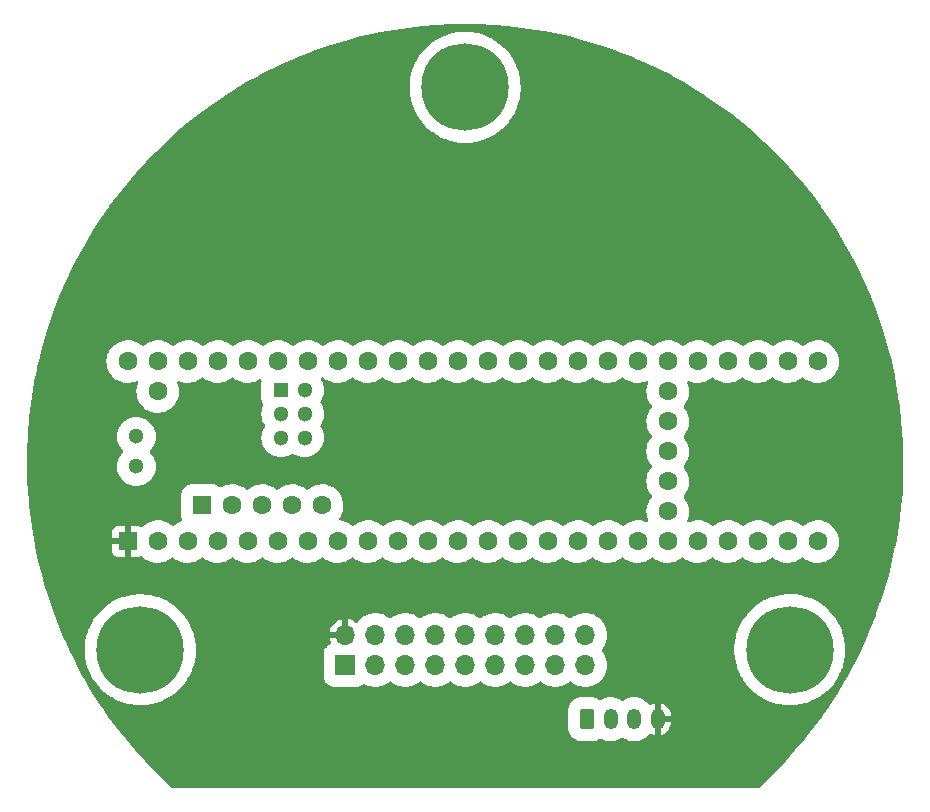
<source format=gbr>
%TF.GenerationSoftware,KiCad,Pcbnew,(6.0.7)*%
%TF.CreationDate,2023-03-09T00:32:03-05:00*%
%TF.ProjectId,board_4,626f6172-645f-4342-9e6b-696361645f70,rev?*%
%TF.SameCoordinates,Original*%
%TF.FileFunction,Copper,L2,Bot*%
%TF.FilePolarity,Positive*%
%FSLAX46Y46*%
G04 Gerber Fmt 4.6, Leading zero omitted, Abs format (unit mm)*
G04 Created by KiCad (PCBNEW (6.0.7)) date 2023-03-09 00:32:03*
%MOMM*%
%LPD*%
G01*
G04 APERTURE LIST*
G04 Aperture macros list*
%AMRoundRect*
0 Rectangle with rounded corners*
0 $1 Rounding radius*
0 $2 $3 $4 $5 $6 $7 $8 $9 X,Y pos of 4 corners*
0 Add a 4 corners polygon primitive as box body*
4,1,4,$2,$3,$4,$5,$6,$7,$8,$9,$2,$3,0*
0 Add four circle primitives for the rounded corners*
1,1,$1+$1,$2,$3*
1,1,$1+$1,$4,$5*
1,1,$1+$1,$6,$7*
1,1,$1+$1,$8,$9*
0 Add four rect primitives between the rounded corners*
20,1,$1+$1,$2,$3,$4,$5,0*
20,1,$1+$1,$4,$5,$6,$7,0*
20,1,$1+$1,$6,$7,$8,$9,0*
20,1,$1+$1,$8,$9,$2,$3,0*%
G04 Aperture macros list end*
%TA.AperFunction,ComponentPad*%
%ADD10C,4.100000*%
%TD*%
%TA.AperFunction,ConnectorPad*%
%ADD11C,7.400000*%
%TD*%
%TA.AperFunction,ComponentPad*%
%ADD12R,1.600000X1.600000*%
%TD*%
%TA.AperFunction,ComponentPad*%
%ADD13C,1.600000*%
%TD*%
%TA.AperFunction,ComponentPad*%
%ADD14R,1.300000X1.300000*%
%TD*%
%TA.AperFunction,ComponentPad*%
%ADD15C,1.300000*%
%TD*%
%TA.AperFunction,ComponentPad*%
%ADD16R,1.700000X1.700000*%
%TD*%
%TA.AperFunction,ComponentPad*%
%ADD17O,1.700000X1.700000*%
%TD*%
%TA.AperFunction,ComponentPad*%
%ADD18RoundRect,0.250000X-0.350000X-0.625000X0.350000X-0.625000X0.350000X0.625000X-0.350000X0.625000X0*%
%TD*%
%TA.AperFunction,ComponentPad*%
%ADD19O,1.200000X1.750000*%
%TD*%
%TA.AperFunction,ViaPad*%
%ADD20C,0.800000*%
%TD*%
G04 APERTURE END LIST*
D10*
%TO.P,REF\u002A\u002A,1*%
%TO.N,N/C*%
X175468013Y-139389531D03*
D11*
X175468013Y-139389531D03*
%TD*%
%TO.P,REF\u002A\u002A,1*%
%TO.N,N/C*%
X147976228Y-91782125D03*
D10*
X147976228Y-91782125D03*
%TD*%
D12*
%TO.P,U1,1,GND*%
%TO.N,GND*%
X119410000Y-130230000D03*
D13*
%TO.P,U1,2,0_RX1_CRX2_CS1*%
%TO.N,/CS 1*%
X121950000Y-130230000D03*
%TO.P,U1,3,1_TX1_CTX2_MISO1*%
%TO.N,unconnected-(U1-Pad3)*%
X124490000Y-130230000D03*
%TO.P,U1,4,2_OUT2*%
%TO.N,unconnected-(U1-Pad4)*%
X127030000Y-130230000D03*
%TO.P,U1,5,3_LRCLK2*%
%TO.N,unconnected-(U1-Pad5)*%
X129570000Y-130230000D03*
%TO.P,U1,6,4_BCLK2*%
%TO.N,unconnected-(U1-Pad6)*%
X132110000Y-130230000D03*
%TO.P,U1,7,5_IN2*%
%TO.N,unconnected-(U1-Pad7)*%
X134650000Y-130230000D03*
%TO.P,U1,8,6_OUT1D*%
%TO.N,unconnected-(U1-Pad8)*%
X137190000Y-130230000D03*
%TO.P,U1,9,7_RX2_OUT1A*%
%TO.N,unconnected-(U1-Pad9)*%
X139730000Y-130230000D03*
%TO.P,U1,10,8_TX2_IN1*%
%TO.N,unconnected-(U1-Pad10)*%
X142270000Y-130230000D03*
%TO.P,U1,11,9_OUT1C*%
%TO.N,unconnected-(U1-Pad11)*%
X144810000Y-130230000D03*
%TO.P,U1,12,10_CS_MQSR*%
%TO.N,/CS 2*%
X147350000Y-130230000D03*
%TO.P,U1,13,11_MOSI_CTX1*%
%TO.N,/MOSI 1*%
X149890000Y-130230000D03*
%TO.P,U1,14,12_MISO_MQSL*%
%TO.N,/MISO 1*%
X152430000Y-130230000D03*
%TO.P,U1,15,3V3*%
%TO.N,/3.3V*%
X154970000Y-130230000D03*
%TO.P,U1,16,24_A10_TX6_SCL2*%
%TO.N,/SCL 2*%
X157510000Y-130230000D03*
%TO.P,U1,17,25_A11_RX6_SDA2*%
%TO.N,/SDA 2*%
X160050000Y-130230000D03*
%TO.P,U1,18,26_A12_MOSI1*%
%TO.N,unconnected-(U1-Pad18)*%
X162590000Y-130230000D03*
%TO.P,U1,19,27_A13_SCK1*%
%TO.N,/SCK 1*%
X165130000Y-130230000D03*
%TO.P,U1,20,28_RX7*%
%TO.N,unconnected-(U1-Pad20)*%
X167670000Y-130230000D03*
%TO.P,U1,21,29_TX7*%
%TO.N,unconnected-(U1-Pad21)*%
X170210000Y-130230000D03*
%TO.P,U1,22,30_CRX3*%
%TO.N,unconnected-(U1-Pad22)*%
X172750000Y-130230000D03*
%TO.P,U1,23,31_CTX3*%
%TO.N,unconnected-(U1-Pad23)*%
X175290000Y-130230000D03*
%TO.P,U1,24,32_OUT1B*%
%TO.N,unconnected-(U1-Pad24)*%
X177830000Y-130230000D03*
%TO.P,U1,25,33_MCLK2*%
%TO.N,unconnected-(U1-Pad25)*%
X177830000Y-114990000D03*
%TO.P,U1,26,34_RX8*%
%TO.N,/RX 0*%
X175290000Y-114990000D03*
%TO.P,U1,27,35_TX8*%
%TO.N,/TX 0*%
X172750000Y-114990000D03*
%TO.P,U1,28,36_CS*%
%TO.N,/CS 4*%
X170210000Y-114990000D03*
%TO.P,U1,29,37_CS*%
%TO.N,/CS 3*%
X167670000Y-114990000D03*
%TO.P,U1,30,38_CS1_IN1*%
%TO.N,unconnected-(U1-Pad30)*%
X165130000Y-114990000D03*
%TO.P,U1,31,39_MISO1_OUT1A*%
%TO.N,unconnected-(U1-Pad31)*%
X162590000Y-114990000D03*
%TO.P,U1,32,40_A16*%
%TO.N,unconnected-(U1-Pad32)*%
X160050000Y-114990000D03*
%TO.P,U1,33,41_A17*%
%TO.N,unconnected-(U1-Pad33)*%
X157510000Y-114990000D03*
%TO.P,U1,34,GND*%
%TO.N,unconnected-(U1-Pad34)*%
X154970000Y-114990000D03*
%TO.P,U1,35,13_SCK_LED*%
%TO.N,unconnected-(U1-Pad35)*%
X152430000Y-114990000D03*
%TO.P,U1,36,14_A0_TX3_SPDIF_OUT*%
%TO.N,unconnected-(U1-Pad36)*%
X149890000Y-114990000D03*
%TO.P,U1,37,15_A1_RX3_SPDIF_IN*%
%TO.N,unconnected-(U1-Pad37)*%
X147350000Y-114990000D03*
%TO.P,U1,38,16_A2_RX4_SCL1*%
%TO.N,/RX 1*%
X144810000Y-114990000D03*
%TO.P,U1,39,17_A3_TX4_SDA1*%
%TO.N,/TX 1*%
X142270000Y-114990000D03*
%TO.P,U1,40,18_A4_SDA*%
%TO.N,/SDA 1*%
X139730000Y-114990000D03*
%TO.P,U1,41,19_A5_SCL*%
%TO.N,/SCL 1*%
X137190000Y-114990000D03*
%TO.P,U1,42,20_A6_TX5_LRCLK1*%
%TO.N,/TX 2*%
X134650000Y-114990000D03*
%TO.P,U1,43,21_A7_RX5_BCLK1*%
%TO.N,/RX 2*%
X132110000Y-114990000D03*
%TO.P,U1,44,22_A8_CTX1*%
%TO.N,/NEOPIXEL*%
X129570000Y-114990000D03*
%TO.P,U1,45,23_A9_CRX1_MCLK1*%
%TO.N,unconnected-(U1-Pad45)*%
X127030000Y-114990000D03*
%TO.P,U1,46,3V3*%
%TO.N,unconnected-(U1-Pad46)*%
X124490000Y-114990000D03*
%TO.P,U1,47,GND*%
%TO.N,unconnected-(U1-Pad47)*%
X121950000Y-114990000D03*
%TO.P,U1,48,VIN*%
%TO.N,/V_BATT*%
X119410000Y-114990000D03*
%TO.P,U1,49,VUSB*%
%TO.N,unconnected-(U1-Pad49)*%
X121950000Y-117530000D03*
%TO.P,U1,50,VBAT*%
%TO.N,unconnected-(U1-Pad50)*%
X165130000Y-127690000D03*
%TO.P,U1,51,3V3*%
%TO.N,unconnected-(U1-Pad51)*%
X165130000Y-125150000D03*
%TO.P,U1,52,GND*%
%TO.N,unconnected-(U1-Pad52)*%
X165130000Y-122610000D03*
%TO.P,U1,53,PROGRAM*%
%TO.N,unconnected-(U1-Pad53)*%
X165130000Y-120070000D03*
%TO.P,U1,54,ON_OFF*%
%TO.N,unconnected-(U1-Pad54)*%
X165130000Y-117530000D03*
D12*
%TO.P,U1,55,5V*%
%TO.N,unconnected-(U1-Pad55)*%
X125709200Y-127179200D03*
D13*
%TO.P,U1,56,D-*%
%TO.N,unconnected-(U1-Pad56)*%
X128249200Y-127179200D03*
%TO.P,U1,57,D+*%
%TO.N,unconnected-(U1-Pad57)*%
X130789200Y-127179200D03*
%TO.P,U1,58,GND*%
%TO.N,unconnected-(U1-Pad58)*%
X133329200Y-127179200D03*
%TO.P,U1,59,GND*%
%TO.N,unconnected-(U1-Pad59)*%
X135869200Y-127179200D03*
D14*
%TO.P,U1,60,R+*%
%TO.N,unconnected-(U1-Pad60)*%
X132380000Y-117428400D03*
D15*
%TO.P,U1,61,LED*%
%TO.N,unconnected-(U1-Pad61)*%
X132380000Y-119428400D03*
%TO.P,U1,62,T-*%
%TO.N,unconnected-(U1-Pad62)*%
X132380000Y-121428400D03*
%TO.P,U1,63,T+*%
%TO.N,unconnected-(U1-Pad63)*%
X134380000Y-121428400D03*
%TO.P,U1,64,GND*%
%TO.N,unconnected-(U1-Pad64)*%
X134380000Y-119428400D03*
%TO.P,U1,65,R-*%
%TO.N,unconnected-(U1-Pad65)*%
X134380000Y-117428400D03*
%TO.P,U1,66,D-*%
%TO.N,unconnected-(U1-Pad66)*%
X120140000Y-121340000D03*
%TO.P,U1,67,D+*%
%TO.N,unconnected-(U1-Pad67)*%
X120140000Y-123880000D03*
%TD*%
D11*
%TO.P,REF\u002A\u002A,1*%
%TO.N,N/C*%
X120480277Y-139392743D03*
D10*
X120480277Y-139392743D03*
%TD*%
D16*
%TO.P,J2,1,Pin_1*%
%TO.N,/V_BATT*%
X137840000Y-140680000D03*
D17*
%TO.P,J2,2,Pin_2*%
%TO.N,GND*%
X137840000Y-138140000D03*
%TO.P,J2,3,Pin_3*%
%TO.N,/RX 2*%
X140380000Y-140680000D03*
%TO.P,J2,4,Pin_4*%
%TO.N,/CS 1*%
X140380000Y-138140000D03*
%TO.P,J2,5,Pin_5*%
%TO.N,/TX 2*%
X142920000Y-140680000D03*
%TO.P,J2,6,Pin_6*%
%TO.N,/CS 2*%
X142920000Y-138140000D03*
%TO.P,J2,7,Pin_7*%
%TO.N,/SCL 1*%
X145460000Y-140680000D03*
%TO.P,J2,8,Pin_8*%
%TO.N,/MOSI 1*%
X145460000Y-138140000D03*
%TO.P,J2,9,Pin_9*%
%TO.N,/SDA 1*%
X148000000Y-140680000D03*
%TO.P,J2,10,Pin_10*%
%TO.N,/MISO 1*%
X148000000Y-138140000D03*
%TO.P,J2,11,Pin_11*%
%TO.N,/TX 1*%
X150540000Y-140680000D03*
%TO.P,J2,12,Pin_12*%
%TO.N,/3.3V*%
X150540000Y-138140000D03*
%TO.P,J2,13,Pin_13*%
%TO.N,/RX 1*%
X153080000Y-140680000D03*
%TO.P,J2,14,Pin_14*%
%TO.N,/SCL 2*%
X153080000Y-138140000D03*
%TO.P,J2,15,Pin_15*%
%TO.N,/CS 3*%
X155620000Y-140680000D03*
%TO.P,J2,16,Pin_16*%
%TO.N,/SDA 2*%
X155620000Y-138140000D03*
%TO.P,J2,17,Pin_17*%
%TO.N,/CS 4*%
X158160000Y-140680000D03*
%TO.P,J2,18,Pin_18*%
%TO.N,/SCK 1*%
X158160000Y-138140000D03*
%TD*%
D18*
%TO.P,J1,1,Pin_1*%
%TO.N,/TX 0*%
X158290000Y-145276400D03*
D19*
%TO.P,J1,2,Pin_2*%
%TO.N,/RX 0*%
X160290000Y-145276400D03*
%TO.P,J1,3,Pin_3*%
%TO.N,/V_BATT*%
X162290000Y-145276400D03*
%TO.P,J1,4,Pin_4*%
%TO.N,GND*%
X164290000Y-145276400D03*
%TD*%
D20*
%TO.N,GND*%
X134320000Y-137860000D03*
X121010000Y-132650000D03*
X138176000Y-111506000D03*
X123160000Y-106970000D03*
%TD*%
%TA.AperFunction,Conductor*%
%TO.N,GND*%
G36*
X149134066Y-86422627D02*
G01*
X149191109Y-86423559D01*
X149195224Y-86423693D01*
X150402671Y-86482947D01*
X150406736Y-86483215D01*
X151611530Y-86581894D01*
X151615605Y-86582295D01*
X152816560Y-86720303D01*
X152820628Y-86720838D01*
X154016410Y-86898021D01*
X154020457Y-86898689D01*
X155209839Y-87114865D01*
X155213853Y-87115662D01*
X155507271Y-87178964D01*
X156395495Y-87370589D01*
X156399506Y-87371523D01*
X157143606Y-87557700D01*
X157572213Y-87664939D01*
X157576152Y-87665994D01*
X158738632Y-87997580D01*
X158742569Y-87998773D01*
X159893621Y-88368185D01*
X159897463Y-88369488D01*
X160704763Y-88658006D01*
X161035796Y-88776313D01*
X161039651Y-88777762D01*
X162164079Y-89221575D01*
X162167885Y-89223150D01*
X162442739Y-89342159D01*
X163277211Y-89703478D01*
X163280888Y-89705142D01*
X164373955Y-90221484D01*
X164377624Y-90223291D01*
X165453204Y-90775071D01*
X165456838Y-90777011D01*
X166513777Y-91363632D01*
X166517345Y-91365689D01*
X166779025Y-91522326D01*
X167554587Y-91986565D01*
X167558042Y-91988710D01*
X168269937Y-92447092D01*
X168574425Y-92643148D01*
X168577851Y-92645434D01*
X169572295Y-93332737D01*
X169575644Y-93335134D01*
X170547061Y-94054547D01*
X170550331Y-94057052D01*
X171497766Y-94807871D01*
X171500951Y-94810482D01*
X172423302Y-95591833D01*
X172426364Y-95594513D01*
X172871057Y-95996915D01*
X173322725Y-96405629D01*
X173325733Y-96408442D01*
X174195069Y-97248385D01*
X174197984Y-97251295D01*
X175039402Y-98119203D01*
X175042220Y-98122206D01*
X175854839Y-99017169D01*
X175857558Y-99020264D01*
X176640472Y-99941285D01*
X176643088Y-99944466D01*
X177395503Y-100890609D01*
X177398013Y-100893874D01*
X178119072Y-101864064D01*
X178121475Y-101867409D01*
X178810466Y-102860685D01*
X178812758Y-102864107D01*
X179468915Y-103879369D01*
X179471094Y-103882865D01*
X180093708Y-104919014D01*
X180095771Y-104922578D01*
X180684187Y-105978521D01*
X180686124Y-105982134D01*
X180975112Y-106543109D01*
X181239732Y-107056781D01*
X181241558Y-107060473D01*
X181759738Y-108152623D01*
X181761442Y-108156372D01*
X182243650Y-109264873D01*
X182245218Y-109268646D01*
X182690933Y-110392303D01*
X182692389Y-110396156D01*
X183101142Y-111533785D01*
X183102471Y-111537683D01*
X183473824Y-112688062D01*
X183475025Y-112692002D01*
X183808574Y-113853882D01*
X183809646Y-113857857D01*
X184094164Y-114986850D01*
X184105053Y-115030060D01*
X184105990Y-115034054D01*
X184354067Y-116174547D01*
X184362922Y-116215258D01*
X184363728Y-116219277D01*
X184467350Y-116783943D01*
X184581925Y-117408293D01*
X184582602Y-117412356D01*
X184745669Y-118500121D01*
X184761814Y-118607822D01*
X184762355Y-118611883D01*
X184814761Y-119061192D01*
X184902402Y-119812602D01*
X184902812Y-119816700D01*
X185003537Y-121021321D01*
X185003813Y-121025430D01*
X185032820Y-121596682D01*
X185062655Y-122184248D01*
X185065116Y-122232722D01*
X185065256Y-122236809D01*
X185083133Y-123227534D01*
X185087065Y-123445453D01*
X185087072Y-123449571D01*
X185069368Y-124658252D01*
X185069241Y-124662369D01*
X185042853Y-125219412D01*
X185013870Y-125831258D01*
X185012041Y-125869859D01*
X185011780Y-125873950D01*
X184928127Y-126917044D01*
X184915142Y-127078958D01*
X184914746Y-127083045D01*
X184903862Y-127179200D01*
X184778783Y-128284188D01*
X184778253Y-128288273D01*
X184603102Y-129484347D01*
X184602439Y-129488411D01*
X184419320Y-130505735D01*
X184388289Y-130678126D01*
X184387495Y-130682160D01*
X184327110Y-130964383D01*
X184134575Y-131864235D01*
X184133648Y-131868247D01*
X183842229Y-133041425D01*
X183841171Y-133045406D01*
X183511560Y-134208446D01*
X183510372Y-134212390D01*
X183341198Y-134742614D01*
X183163962Y-135298104D01*
X183142932Y-135364015D01*
X183141622Y-135367900D01*
X182807579Y-136307614D01*
X182736725Y-136506937D01*
X182735282Y-136510794D01*
X182293394Y-137635938D01*
X182291826Y-137639747D01*
X182187159Y-137882607D01*
X181991706Y-138336121D01*
X181813394Y-138749860D01*
X181811706Y-138753609D01*
X181297216Y-139847559D01*
X181295428Y-139851204D01*
X181047717Y-140336092D01*
X180745487Y-140927697D01*
X180743554Y-140931334D01*
X180382201Y-141585014D01*
X180206159Y-141903470D01*
X180158703Y-141989316D01*
X180156654Y-141992881D01*
X179993812Y-142265979D01*
X179537572Y-143031122D01*
X179535405Y-143034625D01*
X178882708Y-144052097D01*
X178880428Y-144055527D01*
X178762220Y-144227182D01*
X178272369Y-144938518D01*
X178194815Y-145051137D01*
X178192430Y-145054481D01*
X177519705Y-145966089D01*
X177474661Y-146027128D01*
X177472166Y-146030397D01*
X177188467Y-146389639D01*
X176722965Y-146979095D01*
X176720360Y-146982285D01*
X175940565Y-147905977D01*
X175937857Y-147909080D01*
X175128294Y-148806783D01*
X175125486Y-148809796D01*
X174287020Y-149680557D01*
X174284115Y-149683477D01*
X173417622Y-150526383D01*
X173414623Y-150529206D01*
X172830016Y-151061839D01*
X172766190Y-151092932D01*
X172745157Y-151094700D01*
X123215643Y-151094700D01*
X123147522Y-151074698D01*
X123130784Y-151061839D01*
X122546177Y-150529206D01*
X122543178Y-150526383D01*
X121676685Y-149683477D01*
X121673780Y-149680557D01*
X120835314Y-148809796D01*
X120832506Y-148806783D01*
X120022943Y-147909080D01*
X120020235Y-147905977D01*
X119240440Y-146982285D01*
X119237835Y-146979095D01*
X118772333Y-146389639D01*
X118488634Y-146030397D01*
X118486139Y-146027128D01*
X118441095Y-145966089D01*
X118439212Y-145963538D01*
X156689500Y-145963538D01*
X156700949Y-146104302D01*
X156756463Y-146320513D01*
X156849386Y-146523475D01*
X156852586Y-146528079D01*
X156852587Y-146528081D01*
X156965011Y-146689837D01*
X156976783Y-146706775D01*
X157134625Y-146864617D01*
X157139231Y-146867818D01*
X157139233Y-146867820D01*
X157313312Y-146988808D01*
X157317925Y-146992014D01*
X157444085Y-147049774D01*
X157515782Y-147082600D01*
X157515784Y-147082601D01*
X157520887Y-147084937D01*
X157737098Y-147140451D01*
X157801232Y-147145667D01*
X157875311Y-147151693D01*
X157875323Y-147151693D01*
X157877862Y-147151900D01*
X158702138Y-147151900D01*
X158704677Y-147151693D01*
X158704689Y-147151693D01*
X158778768Y-147145667D01*
X158842902Y-147140451D01*
X159059113Y-147084937D01*
X159064216Y-147082601D01*
X159064218Y-147082600D01*
X159135915Y-147049774D01*
X159262075Y-146992014D01*
X159266682Y-146988812D01*
X159266689Y-146988808D01*
X159342390Y-146936194D01*
X159409742Y-146913740D01*
X159480135Y-146932226D01*
X159556911Y-146979275D01*
X159556921Y-146979280D01*
X159561141Y-146981866D01*
X159565711Y-146983759D01*
X159565715Y-146983761D01*
X159789316Y-147076379D01*
X159793889Y-147078273D01*
X159821647Y-147084937D01*
X160034039Y-147135928D01*
X160034045Y-147135929D01*
X160038852Y-147137083D01*
X160290000Y-147156849D01*
X160541148Y-147137083D01*
X160545955Y-147135929D01*
X160545961Y-147135928D01*
X160758353Y-147084937D01*
X160786111Y-147078273D01*
X160790684Y-147076379D01*
X161014285Y-146983761D01*
X161014289Y-146983759D01*
X161018859Y-146981866D01*
X161210191Y-146864617D01*
X161224165Y-146856054D01*
X161292699Y-146837516D01*
X161355835Y-146856054D01*
X161369809Y-146864617D01*
X161561141Y-146981866D01*
X161565711Y-146983759D01*
X161565715Y-146983761D01*
X161789316Y-147076379D01*
X161793889Y-147078273D01*
X161821647Y-147084937D01*
X162034039Y-147135928D01*
X162034045Y-147135929D01*
X162038852Y-147137083D01*
X162290000Y-147156849D01*
X162541148Y-147137083D01*
X162545955Y-147135929D01*
X162545961Y-147135928D01*
X162758353Y-147084937D01*
X162786111Y-147078273D01*
X162790684Y-147076379D01*
X163014285Y-146983761D01*
X163014289Y-146983759D01*
X163018859Y-146981866D01*
X163233659Y-146850236D01*
X163237419Y-146847024D01*
X163237424Y-146847021D01*
X163421462Y-146689837D01*
X163425224Y-146686624D01*
X163560293Y-146528478D01*
X163619743Y-146489670D01*
X163690737Y-146489164D01*
X163719198Y-146501246D01*
X163821467Y-146560410D01*
X163832331Y-146565384D01*
X164020727Y-146630807D01*
X164021716Y-146631048D01*
X164032008Y-146629580D01*
X164036000Y-146616015D01*
X164036000Y-146611802D01*
X164544000Y-146611802D01*
X164547973Y-146625333D01*
X164557399Y-146626688D01*
X164646537Y-146605206D01*
X164657832Y-146601317D01*
X164839382Y-146518771D01*
X164849724Y-146512824D01*
X165012397Y-146397432D01*
X165021425Y-146389639D01*
X165159342Y-146245569D01*
X165166738Y-146236204D01*
X165274921Y-146068659D01*
X165280417Y-146058055D01*
X165354961Y-145873088D01*
X165358355Y-145861630D01*
X165396857Y-145664472D01*
X165397934Y-145655609D01*
X165398000Y-145652900D01*
X165398000Y-145548515D01*
X165393525Y-145533276D01*
X165392135Y-145532071D01*
X165384452Y-145530400D01*
X164562115Y-145530400D01*
X164546876Y-145534875D01*
X164545671Y-145536265D01*
X164544000Y-145543948D01*
X164544000Y-146611802D01*
X164036000Y-146611802D01*
X164036000Y-145004285D01*
X164544000Y-145004285D01*
X164548475Y-145019524D01*
X164549865Y-145020729D01*
X164557548Y-145022400D01*
X165379885Y-145022400D01*
X165395124Y-145017925D01*
X165396329Y-145016535D01*
X165398000Y-145008852D01*
X165398000Y-144951568D01*
X165397715Y-144945592D01*
X165383529Y-144796906D01*
X165381270Y-144785172D01*
X165325128Y-144593801D01*
X165320698Y-144582725D01*
X165229381Y-144405422D01*
X165222931Y-144395376D01*
X165099738Y-144238543D01*
X165091501Y-144229894D01*
X164940877Y-144099188D01*
X164931153Y-144092253D01*
X164758533Y-143992390D01*
X164747669Y-143987416D01*
X164559273Y-143921993D01*
X164558284Y-143921752D01*
X164547992Y-143923220D01*
X164544000Y-143936785D01*
X164544000Y-145004285D01*
X164036000Y-145004285D01*
X164036000Y-143940998D01*
X164032027Y-143927467D01*
X164022601Y-143926112D01*
X163933463Y-143947594D01*
X163922168Y-143951483D01*
X163740618Y-144034029D01*
X163730275Y-144039976D01*
X163726678Y-144042528D01*
X163659545Y-144065630D01*
X163590579Y-144048769D01*
X163557964Y-144021595D01*
X163425224Y-143866176D01*
X163324105Y-143779812D01*
X163237424Y-143705779D01*
X163237419Y-143705776D01*
X163233659Y-143702564D01*
X163018859Y-143570934D01*
X163014289Y-143569041D01*
X163014285Y-143569039D01*
X162790684Y-143476421D01*
X162790682Y-143476420D01*
X162786111Y-143474527D01*
X162701711Y-143454265D01*
X162545961Y-143416872D01*
X162545955Y-143416871D01*
X162541148Y-143415717D01*
X162290000Y-143395951D01*
X162038852Y-143415717D01*
X162034045Y-143416871D01*
X162034039Y-143416872D01*
X161878289Y-143454265D01*
X161793889Y-143474527D01*
X161789318Y-143476420D01*
X161789316Y-143476421D01*
X161565715Y-143569039D01*
X161565711Y-143569041D01*
X161561141Y-143570934D01*
X161556921Y-143573520D01*
X161355835Y-143696746D01*
X161287301Y-143715284D01*
X161224165Y-143696746D01*
X161023079Y-143573520D01*
X161018859Y-143570934D01*
X161014289Y-143569041D01*
X161014285Y-143569039D01*
X160790684Y-143476421D01*
X160790682Y-143476420D01*
X160786111Y-143474527D01*
X160701711Y-143454265D01*
X160545961Y-143416872D01*
X160545955Y-143416871D01*
X160541148Y-143415717D01*
X160290000Y-143395951D01*
X160038852Y-143415717D01*
X160034045Y-143416871D01*
X160034039Y-143416872D01*
X159878289Y-143454265D01*
X159793889Y-143474527D01*
X159789318Y-143476420D01*
X159789316Y-143476421D01*
X159565715Y-143569039D01*
X159565711Y-143569041D01*
X159561141Y-143570934D01*
X159556922Y-143573519D01*
X159556911Y-143573525D01*
X159480135Y-143620574D01*
X159411602Y-143639113D01*
X159342390Y-143616606D01*
X159266689Y-143563992D01*
X159266682Y-143563988D01*
X159262075Y-143560786D01*
X159135915Y-143503026D01*
X159064218Y-143470200D01*
X159064216Y-143470199D01*
X159059113Y-143467863D01*
X158842902Y-143412349D01*
X158778768Y-143407133D01*
X158704689Y-143401107D01*
X158704677Y-143401107D01*
X158702138Y-143400900D01*
X157877862Y-143400900D01*
X157875323Y-143401107D01*
X157875311Y-143401107D01*
X157801232Y-143407133D01*
X157737098Y-143412349D01*
X157520887Y-143467863D01*
X157515784Y-143470199D01*
X157515782Y-143470200D01*
X157444085Y-143503026D01*
X157317925Y-143560786D01*
X157313321Y-143563986D01*
X157313319Y-143563987D01*
X157139233Y-143684980D01*
X157139231Y-143684982D01*
X157134625Y-143688183D01*
X156976783Y-143846025D01*
X156973582Y-143850631D01*
X156973580Y-143850633D01*
X156854760Y-144021593D01*
X156849386Y-144029325D01*
X156756463Y-144232287D01*
X156700949Y-144448498D01*
X156700514Y-144453851D01*
X156690032Y-144582725D01*
X156689500Y-144589262D01*
X156689500Y-145963538D01*
X118439212Y-145963538D01*
X117768370Y-145054481D01*
X117765985Y-145051137D01*
X117688432Y-144938518D01*
X117198580Y-144227182D01*
X117080372Y-144055527D01*
X117078092Y-144052097D01*
X116425395Y-143034625D01*
X116423228Y-143031122D01*
X115966988Y-142265979D01*
X115804146Y-141992881D01*
X115802097Y-141989316D01*
X115754642Y-141903470D01*
X115578599Y-141585014D01*
X115217246Y-140931334D01*
X115215313Y-140927697D01*
X114913083Y-140336092D01*
X114665372Y-139851204D01*
X114663584Y-139847559D01*
X114526915Y-139556963D01*
X115777622Y-139556963D01*
X115777851Y-139559808D01*
X115777851Y-139559811D01*
X115811602Y-139979289D01*
X115811860Y-139982501D01*
X115884525Y-140403185D01*
X115995018Y-140815551D01*
X115996003Y-140818228D01*
X116119090Y-141152766D01*
X116142431Y-141216206D01*
X116143656Y-141218786D01*
X116143659Y-141218793D01*
X116300034Y-141548116D01*
X116325549Y-141601851D01*
X116423036Y-141766692D01*
X116539519Y-141963655D01*
X116542865Y-141969313D01*
X116544527Y-141971617D01*
X116544528Y-141971619D01*
X116788605Y-142310040D01*
X116792591Y-142315567D01*
X117072671Y-142637762D01*
X117380800Y-142933247D01*
X117383018Y-142935017D01*
X117383023Y-142935022D01*
X117667616Y-143162209D01*
X117714441Y-143199589D01*
X117716804Y-143201147D01*
X117716808Y-143201150D01*
X118016795Y-143398955D01*
X118070849Y-143434597D01*
X118447088Y-143636335D01*
X118840064Y-143803143D01*
X118842773Y-143804013D01*
X118842779Y-143804015D01*
X119243814Y-143932773D01*
X119243818Y-143932774D01*
X119246540Y-143933648D01*
X119326329Y-143951483D01*
X119660378Y-144026153D01*
X119660389Y-144026155D01*
X119663172Y-144026777D01*
X120086529Y-144081761D01*
X120513127Y-144098149D01*
X120515989Y-144097999D01*
X120515990Y-144097999D01*
X120936599Y-144075956D01*
X120936606Y-144075955D01*
X120939455Y-144075806D01*
X120942278Y-144075399D01*
X120942280Y-144075399D01*
X121359182Y-144015323D01*
X121359189Y-144015322D01*
X121362004Y-144014916D01*
X121777294Y-143915980D01*
X121779992Y-143915072D01*
X121779999Y-143915070D01*
X122179197Y-143780725D01*
X122179203Y-143780723D01*
X122181909Y-143779812D01*
X122572517Y-143607533D01*
X122578312Y-143604321D01*
X122943402Y-143401949D01*
X122943404Y-143401948D01*
X122945904Y-143400562D01*
X123298995Y-143160601D01*
X123628885Y-142889627D01*
X123932858Y-142589868D01*
X123983028Y-142530500D01*
X124206567Y-142265979D01*
X124206572Y-142265973D01*
X124208413Y-142263794D01*
X124255055Y-142197183D01*
X124451645Y-141916422D01*
X124453280Y-141914087D01*
X124640137Y-141587816D01*
X135989500Y-141587816D01*
X135989749Y-141590603D01*
X135989749Y-141590609D01*
X135990972Y-141604312D01*
X136000234Y-141708087D01*
X136056259Y-141903470D01*
X136150427Y-142083596D01*
X136154458Y-142088539D01*
X136154459Y-142088540D01*
X136241317Y-142195039D01*
X136278891Y-142241109D01*
X136283831Y-142245138D01*
X136366248Y-142312355D01*
X136436404Y-142369573D01*
X136616530Y-142463741D01*
X136811913Y-142519766D01*
X136843545Y-142522589D01*
X136929391Y-142530251D01*
X136929397Y-142530251D01*
X136932184Y-142530500D01*
X138747816Y-142530500D01*
X138750603Y-142530251D01*
X138750609Y-142530251D01*
X138836455Y-142522589D01*
X138868087Y-142519766D01*
X139063470Y-142463741D01*
X139243596Y-142369573D01*
X139325617Y-142302679D01*
X139391046Y-142275126D01*
X139460987Y-142287321D01*
X139470237Y-142292376D01*
X139537745Y-142333019D01*
X139624070Y-142369573D01*
X139774962Y-142433468D01*
X139774966Y-142433469D01*
X139779060Y-142435203D01*
X139783352Y-142436341D01*
X139783355Y-142436342D01*
X139875535Y-142460783D01*
X140032365Y-142502366D01*
X140036789Y-142502890D01*
X140036791Y-142502890D01*
X140179380Y-142519766D01*
X140292607Y-142533167D01*
X140554592Y-142526993D01*
X140558986Y-142526262D01*
X140558993Y-142526261D01*
X140808692Y-142484700D01*
X140808696Y-142484699D01*
X140813094Y-142483967D01*
X140977061Y-142432111D01*
X141058709Y-142406289D01*
X141058711Y-142406288D01*
X141062955Y-142404946D01*
X141066966Y-142403020D01*
X141066971Y-142403018D01*
X141295169Y-142293439D01*
X141295170Y-142293438D01*
X141299188Y-142291509D01*
X141443566Y-142195039D01*
X141513374Y-142148395D01*
X141513379Y-142148391D01*
X141517082Y-142145917D01*
X141520398Y-142142946D01*
X141520403Y-142142943D01*
X141566606Y-142101560D01*
X141630694Y-142071011D01*
X141701125Y-142079960D01*
X141730221Y-142097704D01*
X141849778Y-142195039D01*
X141849782Y-142195042D01*
X141853235Y-142197853D01*
X141857057Y-142200154D01*
X141962763Y-142263794D01*
X142077745Y-142333019D01*
X142164070Y-142369573D01*
X142314962Y-142433468D01*
X142314966Y-142433469D01*
X142319060Y-142435203D01*
X142323352Y-142436341D01*
X142323355Y-142436342D01*
X142415535Y-142460783D01*
X142572365Y-142502366D01*
X142576789Y-142502890D01*
X142576791Y-142502890D01*
X142719380Y-142519766D01*
X142832607Y-142533167D01*
X143094592Y-142526993D01*
X143098986Y-142526262D01*
X143098993Y-142526261D01*
X143348692Y-142484700D01*
X143348696Y-142484699D01*
X143353094Y-142483967D01*
X143517061Y-142432111D01*
X143598709Y-142406289D01*
X143598711Y-142406288D01*
X143602955Y-142404946D01*
X143606966Y-142403020D01*
X143606971Y-142403018D01*
X143835169Y-142293439D01*
X143835170Y-142293438D01*
X143839188Y-142291509D01*
X143983566Y-142195039D01*
X144053374Y-142148395D01*
X144053379Y-142148391D01*
X144057082Y-142145917D01*
X144060398Y-142142946D01*
X144060403Y-142142943D01*
X144106606Y-142101560D01*
X144170694Y-142071011D01*
X144241125Y-142079960D01*
X144270221Y-142097704D01*
X144389778Y-142195039D01*
X144389782Y-142195042D01*
X144393235Y-142197853D01*
X144397057Y-142200154D01*
X144502763Y-142263794D01*
X144617745Y-142333019D01*
X144704070Y-142369573D01*
X144854962Y-142433468D01*
X144854966Y-142433469D01*
X144859060Y-142435203D01*
X144863352Y-142436341D01*
X144863355Y-142436342D01*
X144955535Y-142460783D01*
X145112365Y-142502366D01*
X145116789Y-142502890D01*
X145116791Y-142502890D01*
X145259380Y-142519766D01*
X145372607Y-142533167D01*
X145634592Y-142526993D01*
X145638986Y-142526262D01*
X145638993Y-142526261D01*
X145888692Y-142484700D01*
X145888696Y-142484699D01*
X145893094Y-142483967D01*
X146057061Y-142432111D01*
X146138709Y-142406289D01*
X146138711Y-142406288D01*
X146142955Y-142404946D01*
X146146966Y-142403020D01*
X146146971Y-142403018D01*
X146375169Y-142293439D01*
X146375170Y-142293438D01*
X146379188Y-142291509D01*
X146523566Y-142195039D01*
X146593374Y-142148395D01*
X146593379Y-142148391D01*
X146597082Y-142145917D01*
X146600398Y-142142946D01*
X146600403Y-142142943D01*
X146646606Y-142101560D01*
X146710694Y-142071011D01*
X146781125Y-142079960D01*
X146810221Y-142097704D01*
X146929778Y-142195039D01*
X146929782Y-142195042D01*
X146933235Y-142197853D01*
X146937057Y-142200154D01*
X147042763Y-142263794D01*
X147157745Y-142333019D01*
X147244070Y-142369573D01*
X147394962Y-142433468D01*
X147394966Y-142433469D01*
X147399060Y-142435203D01*
X147403352Y-142436341D01*
X147403355Y-142436342D01*
X147495535Y-142460783D01*
X147652365Y-142502366D01*
X147656789Y-142502890D01*
X147656791Y-142502890D01*
X147799380Y-142519766D01*
X147912607Y-142533167D01*
X148174592Y-142526993D01*
X148178986Y-142526262D01*
X148178993Y-142526261D01*
X148428692Y-142484700D01*
X148428696Y-142484699D01*
X148433094Y-142483967D01*
X148597061Y-142432111D01*
X148678709Y-142406289D01*
X148678711Y-142406288D01*
X148682955Y-142404946D01*
X148686966Y-142403020D01*
X148686971Y-142403018D01*
X148915169Y-142293439D01*
X148915170Y-142293438D01*
X148919188Y-142291509D01*
X149063566Y-142195039D01*
X149133374Y-142148395D01*
X149133379Y-142148391D01*
X149137082Y-142145917D01*
X149140398Y-142142946D01*
X149140403Y-142142943D01*
X149186606Y-142101560D01*
X149250694Y-142071011D01*
X149321125Y-142079960D01*
X149350221Y-142097704D01*
X149469778Y-142195039D01*
X149469782Y-142195042D01*
X149473235Y-142197853D01*
X149477057Y-142200154D01*
X149582763Y-142263794D01*
X149697745Y-142333019D01*
X149784070Y-142369573D01*
X149934962Y-142433468D01*
X149934966Y-142433469D01*
X149939060Y-142435203D01*
X149943352Y-142436341D01*
X149943355Y-142436342D01*
X150035535Y-142460783D01*
X150192365Y-142502366D01*
X150196789Y-142502890D01*
X150196791Y-142502890D01*
X150339380Y-142519766D01*
X150452607Y-142533167D01*
X150714592Y-142526993D01*
X150718986Y-142526262D01*
X150718993Y-142526261D01*
X150968692Y-142484700D01*
X150968696Y-142484699D01*
X150973094Y-142483967D01*
X151137061Y-142432111D01*
X151218709Y-142406289D01*
X151218711Y-142406288D01*
X151222955Y-142404946D01*
X151226966Y-142403020D01*
X151226971Y-142403018D01*
X151455169Y-142293439D01*
X151455170Y-142293438D01*
X151459188Y-142291509D01*
X151603566Y-142195039D01*
X151673374Y-142148395D01*
X151673379Y-142148391D01*
X151677082Y-142145917D01*
X151680398Y-142142946D01*
X151680403Y-142142943D01*
X151726606Y-142101560D01*
X151790694Y-142071011D01*
X151861125Y-142079960D01*
X151890221Y-142097704D01*
X152009778Y-142195039D01*
X152009782Y-142195042D01*
X152013235Y-142197853D01*
X152017057Y-142200154D01*
X152122763Y-142263794D01*
X152237745Y-142333019D01*
X152324070Y-142369573D01*
X152474962Y-142433468D01*
X152474966Y-142433469D01*
X152479060Y-142435203D01*
X152483352Y-142436341D01*
X152483355Y-142436342D01*
X152575535Y-142460783D01*
X152732365Y-142502366D01*
X152736789Y-142502890D01*
X152736791Y-142502890D01*
X152879380Y-142519766D01*
X152992607Y-142533167D01*
X153254592Y-142526993D01*
X153258986Y-142526262D01*
X153258993Y-142526261D01*
X153508692Y-142484700D01*
X153508696Y-142484699D01*
X153513094Y-142483967D01*
X153677061Y-142432111D01*
X153758709Y-142406289D01*
X153758711Y-142406288D01*
X153762955Y-142404946D01*
X153766966Y-142403020D01*
X153766971Y-142403018D01*
X153995169Y-142293439D01*
X153995170Y-142293438D01*
X153999188Y-142291509D01*
X154143566Y-142195039D01*
X154213374Y-142148395D01*
X154213379Y-142148391D01*
X154217082Y-142145917D01*
X154220398Y-142142946D01*
X154220403Y-142142943D01*
X154266606Y-142101560D01*
X154330694Y-142071011D01*
X154401125Y-142079960D01*
X154430221Y-142097704D01*
X154549778Y-142195039D01*
X154549782Y-142195042D01*
X154553235Y-142197853D01*
X154557057Y-142200154D01*
X154662763Y-142263794D01*
X154777745Y-142333019D01*
X154864070Y-142369573D01*
X155014962Y-142433468D01*
X155014966Y-142433469D01*
X155019060Y-142435203D01*
X155023352Y-142436341D01*
X155023355Y-142436342D01*
X155115535Y-142460783D01*
X155272365Y-142502366D01*
X155276789Y-142502890D01*
X155276791Y-142502890D01*
X155419380Y-142519766D01*
X155532607Y-142533167D01*
X155794592Y-142526993D01*
X155798986Y-142526262D01*
X155798993Y-142526261D01*
X156048692Y-142484700D01*
X156048696Y-142484699D01*
X156053094Y-142483967D01*
X156217061Y-142432111D01*
X156298709Y-142406289D01*
X156298711Y-142406288D01*
X156302955Y-142404946D01*
X156306966Y-142403020D01*
X156306971Y-142403018D01*
X156535169Y-142293439D01*
X156535170Y-142293438D01*
X156539188Y-142291509D01*
X156683566Y-142195039D01*
X156753374Y-142148395D01*
X156753379Y-142148391D01*
X156757082Y-142145917D01*
X156760398Y-142142946D01*
X156760403Y-142142943D01*
X156806606Y-142101560D01*
X156870694Y-142071011D01*
X156941125Y-142079960D01*
X156970221Y-142097704D01*
X157089778Y-142195039D01*
X157089782Y-142195042D01*
X157093235Y-142197853D01*
X157097057Y-142200154D01*
X157202763Y-142263794D01*
X157317745Y-142333019D01*
X157404070Y-142369573D01*
X157554962Y-142433468D01*
X157554966Y-142433469D01*
X157559060Y-142435203D01*
X157563352Y-142436341D01*
X157563355Y-142436342D01*
X157655535Y-142460783D01*
X157812365Y-142502366D01*
X157816789Y-142502890D01*
X157816791Y-142502890D01*
X157959380Y-142519766D01*
X158072607Y-142533167D01*
X158334592Y-142526993D01*
X158338986Y-142526262D01*
X158338993Y-142526261D01*
X158588692Y-142484700D01*
X158588696Y-142484699D01*
X158593094Y-142483967D01*
X158757061Y-142432111D01*
X158838709Y-142406289D01*
X158838711Y-142406288D01*
X158842955Y-142404946D01*
X158846966Y-142403020D01*
X158846971Y-142403018D01*
X159075169Y-142293439D01*
X159075170Y-142293438D01*
X159079188Y-142291509D01*
X159223566Y-142195039D01*
X159293380Y-142148391D01*
X159293384Y-142148388D01*
X159297082Y-142145917D01*
X159492287Y-141971076D01*
X159549116Y-141903470D01*
X159658043Y-141773886D01*
X159658045Y-141773884D01*
X159660910Y-141770475D01*
X159799586Y-141548116D01*
X159802717Y-141541035D01*
X159903749Y-141312503D01*
X159905547Y-141308436D01*
X159976681Y-141056216D01*
X159993943Y-140927697D01*
X160011139Y-140799673D01*
X160011140Y-140799665D01*
X160011566Y-140796491D01*
X160012855Y-140755488D01*
X160015126Y-140683222D01*
X160015126Y-140683217D01*
X160015227Y-140680000D01*
X159996719Y-140418596D01*
X159941563Y-140162408D01*
X159850860Y-139916547D01*
X159726420Y-139685920D01*
X159705714Y-139657886D01*
X159628799Y-139553751D01*
X170765358Y-139553751D01*
X170765587Y-139556596D01*
X170765587Y-139556599D01*
X170799130Y-139973496D01*
X170799596Y-139979289D01*
X170872261Y-140399973D01*
X170982754Y-140812339D01*
X170983739Y-140815016D01*
X171106826Y-141149554D01*
X171130167Y-141212994D01*
X171131392Y-141215574D01*
X171131395Y-141215581D01*
X171287163Y-141543627D01*
X171313285Y-141598639D01*
X171381421Y-141713851D01*
X171496907Y-141909127D01*
X171530601Y-141966101D01*
X171532263Y-141968405D01*
X171532264Y-141968407D01*
X171763507Y-142289033D01*
X171780327Y-142312355D01*
X172060407Y-142634550D01*
X172368536Y-142930035D01*
X172370754Y-142931805D01*
X172370759Y-142931810D01*
X172655089Y-143158787D01*
X172702177Y-143196377D01*
X172704540Y-143197935D01*
X172704544Y-143197938D01*
X173012352Y-143400900D01*
X173058585Y-143431385D01*
X173434824Y-143633123D01*
X173827800Y-143799931D01*
X173830509Y-143800801D01*
X173830515Y-143800803D01*
X174231550Y-143929561D01*
X174231554Y-143929562D01*
X174234276Y-143930436D01*
X174311036Y-143947594D01*
X174648114Y-144022941D01*
X174648125Y-144022943D01*
X174650908Y-144023565D01*
X175074265Y-144078549D01*
X175500863Y-144094937D01*
X175503725Y-144094787D01*
X175503726Y-144094787D01*
X175924335Y-144072744D01*
X175924342Y-144072743D01*
X175927191Y-144072594D01*
X175930014Y-144072187D01*
X175930016Y-144072187D01*
X176346918Y-144012111D01*
X176346925Y-144012110D01*
X176349740Y-144011704D01*
X176765030Y-143912768D01*
X176767728Y-143911860D01*
X176767735Y-143911858D01*
X177166933Y-143777513D01*
X177166939Y-143777511D01*
X177169645Y-143776600D01*
X177560253Y-143604321D01*
X177790992Y-143476421D01*
X177931138Y-143398737D01*
X177931140Y-143398736D01*
X177933640Y-143397350D01*
X178286731Y-143157389D01*
X178616621Y-142886415D01*
X178920594Y-142586656D01*
X179024466Y-142463741D01*
X179194303Y-142262767D01*
X179194308Y-142262761D01*
X179196149Y-142260582D01*
X179441016Y-141910875D01*
X179653180Y-141540415D01*
X179759389Y-141308436D01*
X179829707Y-141154847D01*
X179830896Y-141152250D01*
X179831841Y-141149565D01*
X179831846Y-141149554D01*
X179948524Y-140818228D01*
X179972700Y-140749576D01*
X179989490Y-140683222D01*
X180076722Y-140338486D01*
X180076723Y-140338482D01*
X180077425Y-140335707D01*
X180144209Y-139914050D01*
X180162003Y-139646149D01*
X180172386Y-139489826D01*
X180172386Y-139489818D01*
X180172502Y-139488076D01*
X180173534Y-139389531D01*
X180154168Y-138963057D01*
X180096229Y-138540094D01*
X180090717Y-138516216D01*
X180000839Y-138126912D01*
X180000838Y-138126910D01*
X180000195Y-138124123D01*
X179920933Y-137883045D01*
X179867750Y-137721290D01*
X179867750Y-137721289D01*
X179866855Y-137718568D01*
X179865724Y-137715954D01*
X179865720Y-137715944D01*
X179782081Y-137522667D01*
X179697307Y-137326766D01*
X179571739Y-137096458D01*
X179494317Y-136954456D01*
X179494313Y-136954449D01*
X179492947Y-136951944D01*
X179255458Y-136597186D01*
X178986793Y-136265412D01*
X178801752Y-136075130D01*
X178691154Y-135961400D01*
X178691150Y-135961396D01*
X178689164Y-135959354D01*
X178687006Y-135957504D01*
X178686996Y-135957495D01*
X178367195Y-135683393D01*
X178367190Y-135683389D01*
X178365021Y-135681530D01*
X178362690Y-135679873D01*
X178362683Y-135679868D01*
X178019368Y-135435887D01*
X178019366Y-135435886D01*
X178017032Y-135434227D01*
X177791289Y-135302841D01*
X177650518Y-135220910D01*
X177650511Y-135220906D01*
X177648062Y-135219481D01*
X177410706Y-135108800D01*
X177263744Y-135040270D01*
X177263734Y-135040266D01*
X177261148Y-135039060D01*
X177258451Y-135038089D01*
X176862163Y-134895417D01*
X176862154Y-134895414D01*
X176859473Y-134894449D01*
X176586014Y-134823218D01*
X176449115Y-134787558D01*
X176449109Y-134787557D01*
X176446346Y-134786837D01*
X176025165Y-134717111D01*
X176022322Y-134716902D01*
X176022320Y-134716902D01*
X175602245Y-134686054D01*
X175599399Y-134685845D01*
X175421810Y-134688945D01*
X175175402Y-134693245D01*
X175175397Y-134693245D01*
X175172551Y-134693295D01*
X175169718Y-134693603D01*
X175169714Y-134693603D01*
X174831760Y-134730317D01*
X174748135Y-134739402D01*
X174329644Y-134823784D01*
X174326911Y-134824599D01*
X174326906Y-134824600D01*
X174066056Y-134902363D01*
X173920524Y-134945748D01*
X173917863Y-134946812D01*
X173917861Y-134946813D01*
X173679197Y-135042272D01*
X173524141Y-135104290D01*
X173515290Y-135108800D01*
X173146302Y-135296808D01*
X173146297Y-135296811D01*
X173143759Y-135298104D01*
X173141341Y-135299627D01*
X173141337Y-135299629D01*
X173039094Y-135364015D01*
X172782508Y-135525596D01*
X172443362Y-135784893D01*
X172129113Y-136073860D01*
X171842347Y-136390119D01*
X171840623Y-136392406D01*
X171840622Y-136392408D01*
X171805202Y-136439412D01*
X171585424Y-136731067D01*
X171360460Y-137093897D01*
X171169306Y-137475623D01*
X171168265Y-137478279D01*
X171168262Y-137478286D01*
X171087990Y-137683117D01*
X171013535Y-137873103D01*
X171012743Y-137875830D01*
X171012739Y-137875841D01*
X170938863Y-138130124D01*
X170894430Y-138283065D01*
X170812971Y-138702134D01*
X170769829Y-139126862D01*
X170765358Y-139553751D01*
X159628799Y-139553751D01*
X159575735Y-139481907D01*
X159551353Y-139415228D01*
X159566890Y-139345953D01*
X159580636Y-139325973D01*
X159658045Y-139233883D01*
X159660910Y-139230475D01*
X159799586Y-139008116D01*
X159807407Y-138990427D01*
X159903749Y-138772503D01*
X159905547Y-138768436D01*
X159910029Y-138752546D01*
X159923340Y-138705346D01*
X159976681Y-138516216D01*
X159992563Y-138397973D01*
X160011139Y-138259673D01*
X160011140Y-138259665D01*
X160011566Y-138256491D01*
X160015227Y-138140000D01*
X159996719Y-137878596D01*
X159941563Y-137622408D01*
X159921013Y-137566703D01*
X159852401Y-137380724D01*
X159850860Y-137376547D01*
X159726420Y-137145920D01*
X159710783Y-137124748D01*
X159573370Y-136938706D01*
X159570726Y-136935126D01*
X159386884Y-136748374D01*
X159318336Y-136696060D01*
X159182107Y-136592093D01*
X159182103Y-136592090D01*
X159178562Y-136589388D01*
X158949917Y-136461340D01*
X158945768Y-136459735D01*
X158945764Y-136459733D01*
X158768631Y-136391206D01*
X158705512Y-136366787D01*
X158701191Y-136365785D01*
X158701183Y-136365783D01*
X158533069Y-136326817D01*
X158450221Y-136307614D01*
X158189141Y-136285002D01*
X158184706Y-136285246D01*
X158184702Y-136285246D01*
X157931921Y-136299157D01*
X157931914Y-136299158D01*
X157927478Y-136299402D01*
X157670456Y-136350527D01*
X157666246Y-136352005D01*
X157666244Y-136352006D01*
X157563766Y-136387994D01*
X157423201Y-136437357D01*
X157419250Y-136439410D01*
X157419244Y-136439412D01*
X157291894Y-136505566D01*
X157190647Y-136558159D01*
X157187032Y-136560742D01*
X157187026Y-136560746D01*
X156981055Y-136707935D01*
X156981051Y-136707938D01*
X156977434Y-136710523D01*
X156974215Y-136713594D01*
X156970777Y-136716438D01*
X156969900Y-136715378D01*
X156912117Y-136745172D01*
X156841441Y-136738429D01*
X156811820Y-136721614D01*
X156642107Y-136592093D01*
X156642103Y-136592090D01*
X156638562Y-136589388D01*
X156409917Y-136461340D01*
X156405768Y-136459735D01*
X156405764Y-136459733D01*
X156228631Y-136391206D01*
X156165512Y-136366787D01*
X156161191Y-136365785D01*
X156161183Y-136365783D01*
X155993069Y-136326817D01*
X155910221Y-136307614D01*
X155649141Y-136285002D01*
X155644706Y-136285246D01*
X155644702Y-136285246D01*
X155391921Y-136299157D01*
X155391914Y-136299158D01*
X155387478Y-136299402D01*
X155130456Y-136350527D01*
X155126246Y-136352005D01*
X155126244Y-136352006D01*
X155023766Y-136387994D01*
X154883201Y-136437357D01*
X154879250Y-136439410D01*
X154879244Y-136439412D01*
X154751894Y-136505566D01*
X154650647Y-136558159D01*
X154647032Y-136560742D01*
X154647026Y-136560746D01*
X154441055Y-136707935D01*
X154441051Y-136707938D01*
X154437434Y-136710523D01*
X154434215Y-136713594D01*
X154430777Y-136716438D01*
X154429900Y-136715378D01*
X154372117Y-136745172D01*
X154301441Y-136738429D01*
X154271820Y-136721614D01*
X154102107Y-136592093D01*
X154102103Y-136592090D01*
X154098562Y-136589388D01*
X153869917Y-136461340D01*
X153865768Y-136459735D01*
X153865764Y-136459733D01*
X153688631Y-136391206D01*
X153625512Y-136366787D01*
X153621191Y-136365785D01*
X153621183Y-136365783D01*
X153453069Y-136326817D01*
X153370221Y-136307614D01*
X153109141Y-136285002D01*
X153104706Y-136285246D01*
X153104702Y-136285246D01*
X152851921Y-136299157D01*
X152851914Y-136299158D01*
X152847478Y-136299402D01*
X152590456Y-136350527D01*
X152586246Y-136352005D01*
X152586244Y-136352006D01*
X152483766Y-136387994D01*
X152343201Y-136437357D01*
X152339250Y-136439410D01*
X152339244Y-136439412D01*
X152211894Y-136505566D01*
X152110647Y-136558159D01*
X152107032Y-136560742D01*
X152107026Y-136560746D01*
X151901055Y-136707935D01*
X151901051Y-136707938D01*
X151897434Y-136710523D01*
X151894215Y-136713594D01*
X151890777Y-136716438D01*
X151889900Y-136715378D01*
X151832117Y-136745172D01*
X151761441Y-136738429D01*
X151731820Y-136721614D01*
X151562107Y-136592093D01*
X151562103Y-136592090D01*
X151558562Y-136589388D01*
X151329917Y-136461340D01*
X151325768Y-136459735D01*
X151325764Y-136459733D01*
X151148631Y-136391206D01*
X151085512Y-136366787D01*
X151081191Y-136365785D01*
X151081183Y-136365783D01*
X150913069Y-136326817D01*
X150830221Y-136307614D01*
X150569141Y-136285002D01*
X150564706Y-136285246D01*
X150564702Y-136285246D01*
X150311921Y-136299157D01*
X150311914Y-136299158D01*
X150307478Y-136299402D01*
X150050456Y-136350527D01*
X150046246Y-136352005D01*
X150046244Y-136352006D01*
X149943766Y-136387994D01*
X149803201Y-136437357D01*
X149799250Y-136439410D01*
X149799244Y-136439412D01*
X149671894Y-136505566D01*
X149570647Y-136558159D01*
X149567032Y-136560742D01*
X149567026Y-136560746D01*
X149361055Y-136707935D01*
X149361051Y-136707938D01*
X149357434Y-136710523D01*
X149354215Y-136713594D01*
X149350777Y-136716438D01*
X149349900Y-136715378D01*
X149292117Y-136745172D01*
X149221441Y-136738429D01*
X149191820Y-136721614D01*
X149022107Y-136592093D01*
X149022103Y-136592090D01*
X149018562Y-136589388D01*
X148789917Y-136461340D01*
X148785768Y-136459735D01*
X148785764Y-136459733D01*
X148608631Y-136391206D01*
X148545512Y-136366787D01*
X148541191Y-136365785D01*
X148541183Y-136365783D01*
X148373069Y-136326817D01*
X148290221Y-136307614D01*
X148029141Y-136285002D01*
X148024706Y-136285246D01*
X148024702Y-136285246D01*
X147771921Y-136299157D01*
X147771914Y-136299158D01*
X147767478Y-136299402D01*
X147510456Y-136350527D01*
X147506246Y-136352005D01*
X147506244Y-136352006D01*
X147403766Y-136387994D01*
X147263201Y-136437357D01*
X147259250Y-136439410D01*
X147259244Y-136439412D01*
X147131894Y-136505566D01*
X147030647Y-136558159D01*
X147027032Y-136560742D01*
X147027026Y-136560746D01*
X146821055Y-136707935D01*
X146821051Y-136707938D01*
X146817434Y-136710523D01*
X146814215Y-136713594D01*
X146810777Y-136716438D01*
X146809900Y-136715378D01*
X146752117Y-136745172D01*
X146681441Y-136738429D01*
X146651820Y-136721614D01*
X146482107Y-136592093D01*
X146482103Y-136592090D01*
X146478562Y-136589388D01*
X146249917Y-136461340D01*
X146245768Y-136459735D01*
X146245764Y-136459733D01*
X146068631Y-136391206D01*
X146005512Y-136366787D01*
X146001191Y-136365785D01*
X146001183Y-136365783D01*
X145833069Y-136326817D01*
X145750221Y-136307614D01*
X145489141Y-136285002D01*
X145484706Y-136285246D01*
X145484702Y-136285246D01*
X145231921Y-136299157D01*
X145231914Y-136299158D01*
X145227478Y-136299402D01*
X144970456Y-136350527D01*
X144966246Y-136352005D01*
X144966244Y-136352006D01*
X144863766Y-136387994D01*
X144723201Y-136437357D01*
X144719250Y-136439410D01*
X144719244Y-136439412D01*
X144591894Y-136505566D01*
X144490647Y-136558159D01*
X144487032Y-136560742D01*
X144487026Y-136560746D01*
X144281055Y-136707935D01*
X144281051Y-136707938D01*
X144277434Y-136710523D01*
X144274215Y-136713594D01*
X144270777Y-136716438D01*
X144269900Y-136715378D01*
X144212117Y-136745172D01*
X144141441Y-136738429D01*
X144111820Y-136721614D01*
X143942107Y-136592093D01*
X143942103Y-136592090D01*
X143938562Y-136589388D01*
X143709917Y-136461340D01*
X143705768Y-136459735D01*
X143705764Y-136459733D01*
X143528631Y-136391206D01*
X143465512Y-136366787D01*
X143461191Y-136365785D01*
X143461183Y-136365783D01*
X143293069Y-136326817D01*
X143210221Y-136307614D01*
X142949141Y-136285002D01*
X142944706Y-136285246D01*
X142944702Y-136285246D01*
X142691921Y-136299157D01*
X142691914Y-136299158D01*
X142687478Y-136299402D01*
X142430456Y-136350527D01*
X142426246Y-136352005D01*
X142426244Y-136352006D01*
X142323766Y-136387994D01*
X142183201Y-136437357D01*
X142179250Y-136439410D01*
X142179244Y-136439412D01*
X142051894Y-136505566D01*
X141950647Y-136558159D01*
X141947032Y-136560742D01*
X141947026Y-136560746D01*
X141741055Y-136707935D01*
X141741051Y-136707938D01*
X141737434Y-136710523D01*
X141734215Y-136713594D01*
X141730777Y-136716438D01*
X141729900Y-136715378D01*
X141672117Y-136745172D01*
X141601441Y-136738429D01*
X141571820Y-136721614D01*
X141402107Y-136592093D01*
X141402103Y-136592090D01*
X141398562Y-136589388D01*
X141169917Y-136461340D01*
X141165768Y-136459735D01*
X141165764Y-136459733D01*
X140988631Y-136391206D01*
X140925512Y-136366787D01*
X140921191Y-136365785D01*
X140921183Y-136365783D01*
X140753069Y-136326817D01*
X140670221Y-136307614D01*
X140409141Y-136285002D01*
X140404706Y-136285246D01*
X140404702Y-136285246D01*
X140151921Y-136299157D01*
X140151914Y-136299158D01*
X140147478Y-136299402D01*
X139890456Y-136350527D01*
X139886246Y-136352005D01*
X139886244Y-136352006D01*
X139783766Y-136387994D01*
X139643201Y-136437357D01*
X139639250Y-136439410D01*
X139639244Y-136439412D01*
X139511894Y-136505566D01*
X139410647Y-136558159D01*
X139407032Y-136560742D01*
X139407026Y-136560746D01*
X139201055Y-136707935D01*
X139201051Y-136707938D01*
X139197434Y-136710523D01*
X139157756Y-136748374D01*
X139078186Y-136824280D01*
X139007816Y-136891409D01*
X139005060Y-136894905D01*
X138871943Y-137063764D01*
X138814062Y-137104877D01*
X138743142Y-137108171D01*
X138694901Y-137084640D01*
X138598139Y-137008222D01*
X138589552Y-137002517D01*
X138403117Y-136899599D01*
X138393705Y-136895369D01*
X138192959Y-136824280D01*
X138182988Y-136821646D01*
X138111837Y-136808972D01*
X138098540Y-136810432D01*
X138094000Y-136824989D01*
X138094000Y-138268000D01*
X138073998Y-138336121D01*
X138020342Y-138382614D01*
X137968000Y-138394000D01*
X136523225Y-138394000D01*
X136509694Y-138397973D01*
X136508257Y-138407966D01*
X136538565Y-138542446D01*
X136541645Y-138552275D01*
X136621770Y-138749602D01*
X136623257Y-138752546D01*
X136623499Y-138753861D01*
X136623714Y-138754390D01*
X136623605Y-138754434D01*
X136636119Y-138822368D01*
X136609190Y-138888059D01*
X136569167Y-138921020D01*
X136436404Y-138990427D01*
X136431461Y-138994458D01*
X136431460Y-138994459D01*
X136283831Y-139114862D01*
X136278891Y-139118891D01*
X136274862Y-139123831D01*
X136187886Y-139230475D01*
X136150427Y-139276404D01*
X136056259Y-139456530D01*
X136000234Y-139651913D01*
X135989500Y-139772184D01*
X135989500Y-141587816D01*
X124640137Y-141587816D01*
X124665444Y-141543627D01*
X124668102Y-141537823D01*
X124841971Y-141158059D01*
X124843160Y-141155462D01*
X124844105Y-141152777D01*
X124844110Y-141152766D01*
X124969574Y-140796491D01*
X124984964Y-140752788D01*
X125089689Y-140338919D01*
X125090646Y-140332880D01*
X125156027Y-139920077D01*
X125156473Y-139917262D01*
X125184766Y-139491288D01*
X125185798Y-139392743D01*
X125166432Y-138966269D01*
X125108493Y-138543306D01*
X125107752Y-138540094D01*
X125013103Y-138130124D01*
X125013102Y-138130122D01*
X125012459Y-138127335D01*
X124997464Y-138081726D01*
X124929227Y-137874183D01*
X136504389Y-137874183D01*
X136505912Y-137882607D01*
X136518292Y-137886000D01*
X137567885Y-137886000D01*
X137583124Y-137881525D01*
X137584329Y-137880135D01*
X137586000Y-137872452D01*
X137586000Y-136823102D01*
X137582082Y-136809758D01*
X137567806Y-136807771D01*
X137529324Y-136813660D01*
X137519288Y-136816051D01*
X137316868Y-136882212D01*
X137307359Y-136886209D01*
X137118463Y-136984542D01*
X137109738Y-136990036D01*
X136939433Y-137117905D01*
X136931726Y-137124748D01*
X136784590Y-137278717D01*
X136778104Y-137286727D01*
X136658098Y-137462649D01*
X136653000Y-137471623D01*
X136563338Y-137664783D01*
X136559775Y-137674470D01*
X136504389Y-137874183D01*
X124929227Y-137874183D01*
X124880014Y-137724502D01*
X124880014Y-137724501D01*
X124879119Y-137721780D01*
X124877988Y-137719166D01*
X124877984Y-137719156D01*
X124794345Y-137525879D01*
X124709571Y-137329978D01*
X124582660Y-137097208D01*
X124506581Y-136957668D01*
X124506577Y-136957661D01*
X124505211Y-136955156D01*
X124267722Y-136600398D01*
X123999057Y-136268624D01*
X123995934Y-136265412D01*
X123703418Y-135964612D01*
X123703414Y-135964608D01*
X123701428Y-135962566D01*
X123699270Y-135960716D01*
X123699260Y-135960707D01*
X123379459Y-135686605D01*
X123379454Y-135686601D01*
X123377285Y-135684742D01*
X123374954Y-135683085D01*
X123374947Y-135683080D01*
X123031632Y-135439099D01*
X123031630Y-135439098D01*
X123029296Y-135437439D01*
X122909847Y-135367918D01*
X122662782Y-135224122D01*
X122662775Y-135224118D01*
X122660326Y-135222693D01*
X122416082Y-135108800D01*
X122276008Y-135043482D01*
X122275998Y-135043478D01*
X122273412Y-135042272D01*
X122017185Y-134950025D01*
X121874427Y-134898629D01*
X121874418Y-134898626D01*
X121871737Y-134897661D01*
X121585947Y-134823218D01*
X121461379Y-134790770D01*
X121461373Y-134790769D01*
X121458610Y-134790049D01*
X121037429Y-134720323D01*
X121034586Y-134720114D01*
X121034584Y-134720114D01*
X120614509Y-134689266D01*
X120611663Y-134689057D01*
X120434074Y-134692157D01*
X120187666Y-134696457D01*
X120187661Y-134696457D01*
X120184815Y-134696507D01*
X120181982Y-134696815D01*
X120181978Y-134696815D01*
X119965588Y-134720323D01*
X119760399Y-134742614D01*
X119341908Y-134826996D01*
X119339175Y-134827811D01*
X119339170Y-134827812D01*
X119104867Y-134897661D01*
X118932788Y-134948960D01*
X118930127Y-134950024D01*
X118930125Y-134950025D01*
X118541190Y-135105588D01*
X118536405Y-135107502D01*
X118533858Y-135108800D01*
X118158566Y-135300020D01*
X118158561Y-135300023D01*
X118156023Y-135301316D01*
X117794772Y-135528808D01*
X117455626Y-135788105D01*
X117141377Y-136077072D01*
X116854611Y-136393331D01*
X116597688Y-136734279D01*
X116372724Y-137097109D01*
X116181570Y-137478835D01*
X116180529Y-137481491D01*
X116180526Y-137481498D01*
X116088648Y-137715944D01*
X116025799Y-137876315D01*
X116025007Y-137879042D01*
X116025003Y-137879053D01*
X115914423Y-138259673D01*
X115906694Y-138286277D01*
X115825235Y-138705346D01*
X115782093Y-139130074D01*
X115777622Y-139556963D01*
X114526915Y-139556963D01*
X114149094Y-138753609D01*
X114147406Y-138749860D01*
X113969095Y-138336121D01*
X113773641Y-137882607D01*
X113668974Y-137639747D01*
X113667406Y-137635938D01*
X113225518Y-136510794D01*
X113224075Y-136506937D01*
X113153221Y-136307614D01*
X112819178Y-135367900D01*
X112817868Y-135364015D01*
X112796839Y-135298104D01*
X112619602Y-134742614D01*
X112450428Y-134212390D01*
X112449240Y-134208446D01*
X112119629Y-133045406D01*
X112118571Y-133041425D01*
X111827152Y-131868247D01*
X111826225Y-131864235D01*
X111657287Y-131074669D01*
X118102001Y-131074669D01*
X118102371Y-131081490D01*
X118107895Y-131132352D01*
X118111521Y-131147604D01*
X118156676Y-131268054D01*
X118165214Y-131283649D01*
X118241715Y-131385724D01*
X118254276Y-131398285D01*
X118356351Y-131474786D01*
X118371946Y-131483324D01*
X118492394Y-131528478D01*
X118507649Y-131532105D01*
X118558514Y-131537631D01*
X118565328Y-131538000D01*
X119137885Y-131538000D01*
X119153124Y-131533525D01*
X119154329Y-131532135D01*
X119156000Y-131524452D01*
X119156000Y-130502115D01*
X119151525Y-130486876D01*
X119150135Y-130485671D01*
X119142452Y-130484000D01*
X118120116Y-130484000D01*
X118104877Y-130488475D01*
X118103672Y-130489865D01*
X118102001Y-130497548D01*
X118102001Y-131074669D01*
X111657287Y-131074669D01*
X111633690Y-130964383D01*
X111573305Y-130682160D01*
X111572511Y-130678126D01*
X111541481Y-130505735D01*
X111442867Y-129957885D01*
X118102000Y-129957885D01*
X118106475Y-129973124D01*
X118107865Y-129974329D01*
X118115548Y-129976000D01*
X119137885Y-129976000D01*
X119153124Y-129971525D01*
X119154329Y-129970135D01*
X119156000Y-129962452D01*
X119156000Y-128940116D01*
X119151525Y-128924877D01*
X119150135Y-128923672D01*
X119142452Y-128922001D01*
X118565331Y-128922001D01*
X118558510Y-128922371D01*
X118507648Y-128927895D01*
X118492396Y-128931521D01*
X118371946Y-128976676D01*
X118356351Y-128985214D01*
X118254276Y-129061715D01*
X118241715Y-129074276D01*
X118165214Y-129176351D01*
X118156676Y-129191946D01*
X118111522Y-129312394D01*
X118107895Y-129327649D01*
X118102369Y-129378514D01*
X118102000Y-129385328D01*
X118102000Y-129957885D01*
X111442867Y-129957885D01*
X111358361Y-129488411D01*
X111357698Y-129484347D01*
X111182547Y-128288273D01*
X111182017Y-128284188D01*
X111056938Y-127179200D01*
X111046054Y-127083045D01*
X111045658Y-127078958D01*
X111032673Y-126917044D01*
X110949020Y-125873950D01*
X110948759Y-125869859D01*
X110946931Y-125831258D01*
X110917947Y-125219412D01*
X110891559Y-124662369D01*
X110891432Y-124658252D01*
X110880033Y-123880000D01*
X118484396Y-123880000D01*
X118504779Y-124138994D01*
X118505933Y-124143801D01*
X118505934Y-124143807D01*
X118544220Y-124303276D01*
X118565427Y-124391610D01*
X118567320Y-124396181D01*
X118567321Y-124396183D01*
X118662791Y-124626666D01*
X118664846Y-124631628D01*
X118800588Y-124853140D01*
X118969311Y-125050689D01*
X119166860Y-125219412D01*
X119388372Y-125355154D01*
X119392942Y-125357047D01*
X119392946Y-125357049D01*
X119613528Y-125448417D01*
X119628390Y-125454573D01*
X119716724Y-125475780D01*
X119876193Y-125514066D01*
X119876199Y-125514067D01*
X119881006Y-125515221D01*
X120140000Y-125535604D01*
X120398994Y-125515221D01*
X120403801Y-125514067D01*
X120403807Y-125514066D01*
X120563276Y-125475780D01*
X120651610Y-125454573D01*
X120666472Y-125448417D01*
X120887054Y-125357049D01*
X120887058Y-125357047D01*
X120891628Y-125355154D01*
X121113140Y-125219412D01*
X121310689Y-125050689D01*
X121479412Y-124853140D01*
X121615154Y-124631628D01*
X121617210Y-124626666D01*
X121712679Y-124396183D01*
X121712680Y-124396181D01*
X121714573Y-124391610D01*
X121735780Y-124303276D01*
X121774066Y-124143807D01*
X121774067Y-124143801D01*
X121775221Y-124138994D01*
X121795604Y-123880000D01*
X121775221Y-123621006D01*
X121774067Y-123616199D01*
X121774066Y-123616193D01*
X121715728Y-123373202D01*
X121714573Y-123368390D01*
X121657995Y-123231798D01*
X121617049Y-123132946D01*
X121617047Y-123132942D01*
X121615154Y-123128372D01*
X121479412Y-122906860D01*
X121310689Y-122709311D01*
X121306933Y-122706103D01*
X121306928Y-122706098D01*
X121306592Y-122705811D01*
X121306500Y-122705670D01*
X121303425Y-122702595D01*
X121304071Y-122701949D01*
X121267783Y-122646361D01*
X121267275Y-122575366D01*
X121304095Y-122518075D01*
X121303425Y-122517405D01*
X121306504Y-122514326D01*
X121306592Y-122514189D01*
X121306928Y-122513902D01*
X121306933Y-122513897D01*
X121310689Y-122510689D01*
X121479412Y-122313140D01*
X121615154Y-122091628D01*
X121617210Y-122086666D01*
X121712679Y-121856183D01*
X121712680Y-121856181D01*
X121714573Y-121851610D01*
X121735780Y-121763276D01*
X121774066Y-121603807D01*
X121774067Y-121603801D01*
X121775221Y-121598994D01*
X121795604Y-121340000D01*
X121775221Y-121081006D01*
X121774067Y-121076199D01*
X121774066Y-121076193D01*
X121715728Y-120833202D01*
X121714573Y-120828390D01*
X121657995Y-120691798D01*
X121617049Y-120592946D01*
X121617047Y-120592942D01*
X121615154Y-120588372D01*
X121479412Y-120366860D01*
X121310689Y-120169311D01*
X121113140Y-120000588D01*
X120891628Y-119864846D01*
X120887058Y-119862953D01*
X120887054Y-119862951D01*
X120656183Y-119767321D01*
X120656181Y-119767320D01*
X120651610Y-119765427D01*
X120563276Y-119744220D01*
X120403807Y-119705934D01*
X120403801Y-119705933D01*
X120398994Y-119704779D01*
X120140000Y-119684396D01*
X119881006Y-119704779D01*
X119876199Y-119705933D01*
X119876193Y-119705934D01*
X119716724Y-119744220D01*
X119628390Y-119765427D01*
X119623819Y-119767320D01*
X119623817Y-119767321D01*
X119392946Y-119862951D01*
X119392942Y-119862953D01*
X119388372Y-119864846D01*
X119166860Y-120000588D01*
X118969311Y-120169311D01*
X118800588Y-120366860D01*
X118664846Y-120588372D01*
X118662953Y-120592942D01*
X118662951Y-120592946D01*
X118622005Y-120691798D01*
X118565427Y-120828390D01*
X118564272Y-120833202D01*
X118505934Y-121076193D01*
X118505933Y-121076199D01*
X118504779Y-121081006D01*
X118484396Y-121340000D01*
X118504779Y-121598994D01*
X118505933Y-121603801D01*
X118505934Y-121603807D01*
X118544220Y-121763276D01*
X118565427Y-121851610D01*
X118567320Y-121856181D01*
X118567321Y-121856183D01*
X118662791Y-122086666D01*
X118664846Y-122091628D01*
X118800588Y-122313140D01*
X118969311Y-122510689D01*
X118973067Y-122513897D01*
X118973072Y-122513902D01*
X118973408Y-122514189D01*
X118973500Y-122514330D01*
X118976575Y-122517405D01*
X118975929Y-122518051D01*
X119012217Y-122573639D01*
X119012725Y-122644634D01*
X118975905Y-122701925D01*
X118976575Y-122702595D01*
X118973496Y-122705674D01*
X118973408Y-122705811D01*
X118973072Y-122706098D01*
X118973067Y-122706103D01*
X118969311Y-122709311D01*
X118800588Y-122906860D01*
X118664846Y-123128372D01*
X118662953Y-123132942D01*
X118662951Y-123132946D01*
X118622005Y-123231798D01*
X118565427Y-123368390D01*
X118564272Y-123373202D01*
X118505934Y-123616193D01*
X118505933Y-123616199D01*
X118504779Y-123621006D01*
X118484396Y-123880000D01*
X110880033Y-123880000D01*
X110873728Y-123449571D01*
X110873735Y-123445453D01*
X110877667Y-123227534D01*
X110895544Y-122236809D01*
X110895684Y-122232722D01*
X110898146Y-122184248D01*
X110927980Y-121596682D01*
X110956987Y-121025430D01*
X110957263Y-121021321D01*
X111057988Y-119816700D01*
X111058398Y-119812602D01*
X111146039Y-119061192D01*
X111198445Y-118611883D01*
X111198986Y-118607822D01*
X111215132Y-118500121D01*
X111378198Y-117412356D01*
X111378875Y-117408293D01*
X111493450Y-116783943D01*
X111597072Y-116219277D01*
X111597878Y-116215258D01*
X111606734Y-116174547D01*
X111854810Y-115034054D01*
X111855747Y-115030060D01*
X111866637Y-114986850D01*
X111877754Y-114942736D01*
X117605070Y-114942736D01*
X117617909Y-115210041D01*
X117670118Y-115472512D01*
X117760549Y-115724383D01*
X117762765Y-115728507D01*
X117830982Y-115855465D01*
X117887215Y-115960121D01*
X117890010Y-115963864D01*
X117890012Y-115963867D01*
X117974199Y-116076607D01*
X118047335Y-116174547D01*
X118050642Y-116177825D01*
X118050647Y-116177831D01*
X118226139Y-116351797D01*
X118237390Y-116362950D01*
X118241156Y-116365712D01*
X118241158Y-116365713D01*
X118352977Y-116447702D01*
X118453205Y-116521192D01*
X118457340Y-116523368D01*
X118457344Y-116523370D01*
X118586918Y-116591542D01*
X118690039Y-116645797D01*
X118730338Y-116659870D01*
X118938273Y-116732484D01*
X118938279Y-116732486D01*
X118942690Y-116734026D01*
X119205606Y-116783943D01*
X119332616Y-116788933D01*
X119468345Y-116794266D01*
X119468350Y-116794266D01*
X119473013Y-116794449D01*
X119568943Y-116783943D01*
X119734382Y-116765825D01*
X119734387Y-116765824D01*
X119739035Y-116765315D01*
X119854567Y-116734898D01*
X119938709Y-116712745D01*
X119997829Y-116697180D01*
X120136886Y-116637437D01*
X120207369Y-116628925D01*
X120271266Y-116659870D01*
X120308290Y-116720449D01*
X120306685Y-116791428D01*
X120302819Y-116801931D01*
X120252637Y-116921602D01*
X120237755Y-116957091D01*
X120236604Y-116961623D01*
X120236603Y-116961626D01*
X120173033Y-117211933D01*
X120171881Y-117216470D01*
X120145070Y-117482736D01*
X120157909Y-117750041D01*
X120210118Y-118012512D01*
X120300549Y-118264383D01*
X120302765Y-118268507D01*
X120370982Y-118395465D01*
X120427215Y-118500121D01*
X120430010Y-118503864D01*
X120430012Y-118503867D01*
X120564992Y-118684626D01*
X120587335Y-118714547D01*
X120590642Y-118717825D01*
X120590647Y-118717831D01*
X120757954Y-118883683D01*
X120777390Y-118902950D01*
X120781156Y-118905712D01*
X120781158Y-118905713D01*
X120796265Y-118916790D01*
X120993205Y-119061192D01*
X120997340Y-119063368D01*
X120997344Y-119063370D01*
X121126918Y-119131542D01*
X121230039Y-119185797D01*
X121234458Y-119187340D01*
X121478273Y-119272484D01*
X121478279Y-119272486D01*
X121482690Y-119274026D01*
X121745606Y-119323943D01*
X121872616Y-119328933D01*
X122008345Y-119334266D01*
X122008350Y-119334266D01*
X122013013Y-119334449D01*
X122108943Y-119323943D01*
X122274382Y-119305825D01*
X122274387Y-119305824D01*
X122279035Y-119305315D01*
X122310451Y-119297044D01*
X122478709Y-119252745D01*
X122537829Y-119237180D01*
X122684094Y-119174340D01*
X122779407Y-119133391D01*
X122779410Y-119133389D01*
X122783710Y-119131542D01*
X122787690Y-119129079D01*
X122787694Y-119129077D01*
X123007302Y-118993179D01*
X123007306Y-118993176D01*
X123011275Y-118990720D01*
X123104007Y-118912217D01*
X123211960Y-118820828D01*
X123211961Y-118820827D01*
X123215526Y-118817809D01*
X123283418Y-118740393D01*
X123388894Y-118620122D01*
X123388898Y-118620117D01*
X123391976Y-118616607D01*
X123394507Y-118612672D01*
X123534219Y-118395465D01*
X123534222Y-118395460D01*
X123536747Y-118391534D01*
X123646661Y-118147534D01*
X123719302Y-117889969D01*
X123737103Y-117750041D01*
X123752677Y-117627625D01*
X123752677Y-117627621D01*
X123753075Y-117624495D01*
X123755549Y-117530000D01*
X123735717Y-117263123D01*
X123725161Y-117216470D01*
X123677686Y-117006666D01*
X123676655Y-117002109D01*
X123643477Y-116916790D01*
X123600289Y-116805733D01*
X123594242Y-116734994D01*
X123627398Y-116672216D01*
X123689232Y-116637329D01*
X123760112Y-116641410D01*
X123766514Y-116643943D01*
X123770039Y-116645797D01*
X123774458Y-116647340D01*
X123774463Y-116647342D01*
X124018273Y-116732484D01*
X124018279Y-116732486D01*
X124022690Y-116734026D01*
X124285606Y-116783943D01*
X124412616Y-116788933D01*
X124548345Y-116794266D01*
X124548350Y-116794266D01*
X124553013Y-116794449D01*
X124648943Y-116783943D01*
X124814382Y-116765825D01*
X124814387Y-116765824D01*
X124819035Y-116765315D01*
X124934567Y-116734898D01*
X125018709Y-116712745D01*
X125077829Y-116697180D01*
X125303295Y-116600313D01*
X125319407Y-116593391D01*
X125319410Y-116593389D01*
X125323710Y-116591542D01*
X125327690Y-116589079D01*
X125327694Y-116589077D01*
X125547302Y-116453179D01*
X125547306Y-116453176D01*
X125551275Y-116450720D01*
X125676022Y-116345114D01*
X125740938Y-116316365D01*
X125811091Y-116327277D01*
X125846143Y-116351801D01*
X125857390Y-116362950D01*
X125861156Y-116365712D01*
X125861158Y-116365713D01*
X125972977Y-116447702D01*
X126073205Y-116521192D01*
X126077340Y-116523368D01*
X126077344Y-116523370D01*
X126206918Y-116591542D01*
X126310039Y-116645797D01*
X126350338Y-116659870D01*
X126558273Y-116732484D01*
X126558279Y-116732486D01*
X126562690Y-116734026D01*
X126825606Y-116783943D01*
X126952616Y-116788933D01*
X127088345Y-116794266D01*
X127088350Y-116794266D01*
X127093013Y-116794449D01*
X127188943Y-116783943D01*
X127354382Y-116765825D01*
X127354387Y-116765824D01*
X127359035Y-116765315D01*
X127474567Y-116734898D01*
X127558709Y-116712745D01*
X127617829Y-116697180D01*
X127843295Y-116600313D01*
X127859407Y-116593391D01*
X127859410Y-116593389D01*
X127863710Y-116591542D01*
X127867690Y-116589079D01*
X127867694Y-116589077D01*
X128087302Y-116453179D01*
X128087306Y-116453176D01*
X128091275Y-116450720D01*
X128216022Y-116345114D01*
X128280938Y-116316365D01*
X128351091Y-116327277D01*
X128386143Y-116351801D01*
X128397390Y-116362950D01*
X128401156Y-116365712D01*
X128401158Y-116365713D01*
X128512977Y-116447702D01*
X128613205Y-116521192D01*
X128617340Y-116523368D01*
X128617344Y-116523370D01*
X128746918Y-116591542D01*
X128850039Y-116645797D01*
X128890338Y-116659870D01*
X129098273Y-116732484D01*
X129098279Y-116732486D01*
X129102690Y-116734026D01*
X129365606Y-116783943D01*
X129492616Y-116788933D01*
X129628345Y-116794266D01*
X129628350Y-116794266D01*
X129633013Y-116794449D01*
X129728943Y-116783943D01*
X129894382Y-116765825D01*
X129894387Y-116765824D01*
X129899035Y-116765315D01*
X130014567Y-116734898D01*
X130098709Y-116712745D01*
X130157829Y-116697180D01*
X130383295Y-116600313D01*
X130399407Y-116593391D01*
X130399410Y-116593389D01*
X130403710Y-116591542D01*
X130546540Y-116503156D01*
X130614991Y-116484318D01*
X130682760Y-116505479D01*
X130728332Y-116559920D01*
X130738343Y-116621501D01*
X130731483Y-116698370D01*
X130729500Y-116720584D01*
X130729500Y-118136216D01*
X130729749Y-118139003D01*
X130729749Y-118139009D01*
X130733002Y-118175454D01*
X130740234Y-118256487D01*
X130796259Y-118451870D01*
X130881537Y-118614992D01*
X130895371Y-118684626D01*
X130886284Y-118721584D01*
X130822322Y-118876002D01*
X130805427Y-118916790D01*
X130787678Y-118990720D01*
X130745934Y-119164593D01*
X130745933Y-119164599D01*
X130744779Y-119169406D01*
X130724396Y-119428400D01*
X130744779Y-119687394D01*
X130745933Y-119692201D01*
X130745934Y-119692207D01*
X130762481Y-119761127D01*
X130805427Y-119940010D01*
X130807320Y-119944581D01*
X130807321Y-119944583D01*
X130901963Y-120173067D01*
X130904846Y-120180028D01*
X130907432Y-120184247D01*
X130907435Y-120184254D01*
X131016704Y-120362566D01*
X131035242Y-120431099D01*
X131016704Y-120494234D01*
X130907435Y-120672546D01*
X130907432Y-120672553D01*
X130904846Y-120676772D01*
X130902953Y-120681342D01*
X130902951Y-120681346D01*
X130840050Y-120833202D01*
X130805427Y-120916790D01*
X130804272Y-120921602D01*
X130745934Y-121164593D01*
X130745933Y-121164599D01*
X130744779Y-121169406D01*
X130724396Y-121428400D01*
X130744779Y-121687394D01*
X130745933Y-121692201D01*
X130745934Y-121692207D01*
X130779662Y-121832691D01*
X130805427Y-121940010D01*
X130807320Y-121944581D01*
X130807321Y-121944583D01*
X130866335Y-122087054D01*
X130904846Y-122180028D01*
X131040588Y-122401540D01*
X131209311Y-122599089D01*
X131406860Y-122767812D01*
X131628372Y-122903554D01*
X131632942Y-122905447D01*
X131632946Y-122905449D01*
X131799585Y-122974473D01*
X131868390Y-123002973D01*
X131956724Y-123024180D01*
X132116193Y-123062466D01*
X132116199Y-123062467D01*
X132121006Y-123063621D01*
X132380000Y-123084004D01*
X132638994Y-123063621D01*
X132643801Y-123062467D01*
X132643807Y-123062466D01*
X132803276Y-123024180D01*
X132891610Y-123002973D01*
X132960415Y-122974473D01*
X133127054Y-122905449D01*
X133127058Y-122905447D01*
X133131628Y-122903554D01*
X133135847Y-122900968D01*
X133135854Y-122900965D01*
X133314166Y-122791696D01*
X133382699Y-122773158D01*
X133445834Y-122791696D01*
X133624146Y-122900965D01*
X133624153Y-122900968D01*
X133628372Y-122903554D01*
X133632942Y-122905447D01*
X133632946Y-122905449D01*
X133799585Y-122974473D01*
X133868390Y-123002973D01*
X133956724Y-123024180D01*
X134116193Y-123062466D01*
X134116199Y-123062467D01*
X134121006Y-123063621D01*
X134380000Y-123084004D01*
X134638994Y-123063621D01*
X134643801Y-123062467D01*
X134643807Y-123062466D01*
X134803276Y-123024180D01*
X134891610Y-123002973D01*
X134960415Y-122974473D01*
X135127054Y-122905449D01*
X135127058Y-122905447D01*
X135131628Y-122903554D01*
X135353140Y-122767812D01*
X135550689Y-122599089D01*
X135719412Y-122401540D01*
X135855154Y-122180028D01*
X135893666Y-122087054D01*
X135952679Y-121944583D01*
X135952680Y-121944581D01*
X135954573Y-121940010D01*
X135980338Y-121832691D01*
X136014066Y-121692207D01*
X136014067Y-121692201D01*
X136015221Y-121687394D01*
X136035604Y-121428400D01*
X136015221Y-121169406D01*
X136014067Y-121164599D01*
X136014066Y-121164593D01*
X135955728Y-120921602D01*
X135954573Y-120916790D01*
X135919950Y-120833202D01*
X135857049Y-120681346D01*
X135857047Y-120681342D01*
X135855154Y-120676772D01*
X135852568Y-120672553D01*
X135852565Y-120672546D01*
X135743296Y-120494234D01*
X135724758Y-120425701D01*
X135743296Y-120362566D01*
X135852565Y-120184254D01*
X135852568Y-120184247D01*
X135855154Y-120180028D01*
X135858038Y-120173067D01*
X135952679Y-119944583D01*
X135952680Y-119944581D01*
X135954573Y-119940010D01*
X135997519Y-119761127D01*
X136014066Y-119692207D01*
X136014067Y-119692201D01*
X136015221Y-119687394D01*
X136035604Y-119428400D01*
X136015221Y-119169406D01*
X136014067Y-119164599D01*
X136014066Y-119164593D01*
X135972322Y-118990720D01*
X135954573Y-118916790D01*
X135937678Y-118876002D01*
X135857049Y-118681346D01*
X135857047Y-118681342D01*
X135855154Y-118676772D01*
X135852568Y-118672553D01*
X135852565Y-118672546D01*
X135743296Y-118494234D01*
X135724758Y-118425701D01*
X135743296Y-118362566D01*
X135852565Y-118184254D01*
X135852568Y-118184247D01*
X135855154Y-118180028D01*
X135866848Y-118151798D01*
X135952679Y-117944583D01*
X135952680Y-117944581D01*
X135954573Y-117940010D01*
X136001302Y-117745371D01*
X136014066Y-117692207D01*
X136014067Y-117692201D01*
X136015221Y-117687394D01*
X136035604Y-117428400D01*
X136015221Y-117169406D01*
X136014067Y-117164599D01*
X136014066Y-117164593D01*
X135964248Y-116957091D01*
X135954573Y-116916790D01*
X135903687Y-116793940D01*
X135857049Y-116681346D01*
X135857047Y-116681342D01*
X135855154Y-116676772D01*
X135771277Y-116539896D01*
X135752739Y-116471363D01*
X135774195Y-116403687D01*
X135797294Y-116377899D01*
X135836024Y-116345112D01*
X135900938Y-116316365D01*
X135971091Y-116327277D01*
X136006138Y-116351797D01*
X136014067Y-116359657D01*
X136014074Y-116359663D01*
X136017390Y-116362950D01*
X136021156Y-116365712D01*
X136021158Y-116365713D01*
X136132977Y-116447702D01*
X136233205Y-116521192D01*
X136237340Y-116523368D01*
X136237344Y-116523370D01*
X136366918Y-116591542D01*
X136470039Y-116645797D01*
X136510338Y-116659870D01*
X136718273Y-116732484D01*
X136718279Y-116732486D01*
X136722690Y-116734026D01*
X136985606Y-116783943D01*
X137112616Y-116788933D01*
X137248345Y-116794266D01*
X137248350Y-116794266D01*
X137253013Y-116794449D01*
X137348943Y-116783943D01*
X137514382Y-116765825D01*
X137514387Y-116765824D01*
X137519035Y-116765315D01*
X137634567Y-116734898D01*
X137718709Y-116712745D01*
X137777829Y-116697180D01*
X138003295Y-116600313D01*
X138019407Y-116593391D01*
X138019410Y-116593389D01*
X138023710Y-116591542D01*
X138027690Y-116589079D01*
X138027694Y-116589077D01*
X138247302Y-116453179D01*
X138247306Y-116453176D01*
X138251275Y-116450720D01*
X138376022Y-116345114D01*
X138440938Y-116316365D01*
X138511091Y-116327277D01*
X138546143Y-116351801D01*
X138557390Y-116362950D01*
X138561156Y-116365712D01*
X138561158Y-116365713D01*
X138672977Y-116447702D01*
X138773205Y-116521192D01*
X138777340Y-116523368D01*
X138777344Y-116523370D01*
X138906918Y-116591542D01*
X139010039Y-116645797D01*
X139050338Y-116659870D01*
X139258273Y-116732484D01*
X139258279Y-116732486D01*
X139262690Y-116734026D01*
X139525606Y-116783943D01*
X139652616Y-116788933D01*
X139788345Y-116794266D01*
X139788350Y-116794266D01*
X139793013Y-116794449D01*
X139888943Y-116783943D01*
X140054382Y-116765825D01*
X140054387Y-116765824D01*
X140059035Y-116765315D01*
X140174567Y-116734898D01*
X140258709Y-116712745D01*
X140317829Y-116697180D01*
X140543295Y-116600313D01*
X140559407Y-116593391D01*
X140559410Y-116593389D01*
X140563710Y-116591542D01*
X140567690Y-116589079D01*
X140567694Y-116589077D01*
X140787302Y-116453179D01*
X140787306Y-116453176D01*
X140791275Y-116450720D01*
X140916022Y-116345114D01*
X140980938Y-116316365D01*
X141051091Y-116327277D01*
X141086143Y-116351801D01*
X141097390Y-116362950D01*
X141101156Y-116365712D01*
X141101158Y-116365713D01*
X141212977Y-116447702D01*
X141313205Y-116521192D01*
X141317340Y-116523368D01*
X141317344Y-116523370D01*
X141446918Y-116591542D01*
X141550039Y-116645797D01*
X141590338Y-116659870D01*
X141798273Y-116732484D01*
X141798279Y-116732486D01*
X141802690Y-116734026D01*
X142065606Y-116783943D01*
X142192616Y-116788933D01*
X142328345Y-116794266D01*
X142328350Y-116794266D01*
X142333013Y-116794449D01*
X142428943Y-116783943D01*
X142594382Y-116765825D01*
X142594387Y-116765824D01*
X142599035Y-116765315D01*
X142714567Y-116734898D01*
X142798709Y-116712745D01*
X142857829Y-116697180D01*
X143083295Y-116600313D01*
X143099407Y-116593391D01*
X143099410Y-116593389D01*
X143103710Y-116591542D01*
X143107690Y-116589079D01*
X143107694Y-116589077D01*
X143327302Y-116453179D01*
X143327306Y-116453176D01*
X143331275Y-116450720D01*
X143456022Y-116345114D01*
X143520938Y-116316365D01*
X143591091Y-116327277D01*
X143626143Y-116351801D01*
X143637390Y-116362950D01*
X143641156Y-116365712D01*
X143641158Y-116365713D01*
X143752977Y-116447702D01*
X143853205Y-116521192D01*
X143857340Y-116523368D01*
X143857344Y-116523370D01*
X143986918Y-116591542D01*
X144090039Y-116645797D01*
X144130338Y-116659870D01*
X144338273Y-116732484D01*
X144338279Y-116732486D01*
X144342690Y-116734026D01*
X144605606Y-116783943D01*
X144732616Y-116788933D01*
X144868345Y-116794266D01*
X144868350Y-116794266D01*
X144873013Y-116794449D01*
X144968943Y-116783943D01*
X145134382Y-116765825D01*
X145134387Y-116765824D01*
X145139035Y-116765315D01*
X145254567Y-116734898D01*
X145338709Y-116712745D01*
X145397829Y-116697180D01*
X145623295Y-116600313D01*
X145639407Y-116593391D01*
X145639410Y-116593389D01*
X145643710Y-116591542D01*
X145647690Y-116589079D01*
X145647694Y-116589077D01*
X145867302Y-116453179D01*
X145867306Y-116453176D01*
X145871275Y-116450720D01*
X145996022Y-116345114D01*
X146060938Y-116316365D01*
X146131091Y-116327277D01*
X146166143Y-116351801D01*
X146177390Y-116362950D01*
X146181156Y-116365712D01*
X146181158Y-116365713D01*
X146292977Y-116447702D01*
X146393205Y-116521192D01*
X146397340Y-116523368D01*
X146397344Y-116523370D01*
X146526918Y-116591542D01*
X146630039Y-116645797D01*
X146670338Y-116659870D01*
X146878273Y-116732484D01*
X146878279Y-116732486D01*
X146882690Y-116734026D01*
X147145606Y-116783943D01*
X147272616Y-116788933D01*
X147408345Y-116794266D01*
X147408350Y-116794266D01*
X147413013Y-116794449D01*
X147508943Y-116783943D01*
X147674382Y-116765825D01*
X147674387Y-116765824D01*
X147679035Y-116765315D01*
X147794567Y-116734898D01*
X147878709Y-116712745D01*
X147937829Y-116697180D01*
X148163295Y-116600313D01*
X148179407Y-116593391D01*
X148179410Y-116593389D01*
X148183710Y-116591542D01*
X148187690Y-116589079D01*
X148187694Y-116589077D01*
X148407302Y-116453179D01*
X148407306Y-116453176D01*
X148411275Y-116450720D01*
X148536022Y-116345114D01*
X148600938Y-116316365D01*
X148671091Y-116327277D01*
X148706143Y-116351801D01*
X148717390Y-116362950D01*
X148721156Y-116365712D01*
X148721158Y-116365713D01*
X148832977Y-116447702D01*
X148933205Y-116521192D01*
X148937340Y-116523368D01*
X148937344Y-116523370D01*
X149066918Y-116591542D01*
X149170039Y-116645797D01*
X149210338Y-116659870D01*
X149418273Y-116732484D01*
X149418279Y-116732486D01*
X149422690Y-116734026D01*
X149685606Y-116783943D01*
X149812616Y-116788933D01*
X149948345Y-116794266D01*
X149948350Y-116794266D01*
X149953013Y-116794449D01*
X150048943Y-116783943D01*
X150214382Y-116765825D01*
X150214387Y-116765824D01*
X150219035Y-116765315D01*
X150334567Y-116734898D01*
X150418709Y-116712745D01*
X150477829Y-116697180D01*
X150703295Y-116600313D01*
X150719407Y-116593391D01*
X150719410Y-116593389D01*
X150723710Y-116591542D01*
X150727690Y-116589079D01*
X150727694Y-116589077D01*
X150947302Y-116453179D01*
X150947306Y-116453176D01*
X150951275Y-116450720D01*
X151076022Y-116345114D01*
X151140938Y-116316365D01*
X151211091Y-116327277D01*
X151246143Y-116351801D01*
X151257390Y-116362950D01*
X151261156Y-116365712D01*
X151261158Y-116365713D01*
X151372977Y-116447702D01*
X151473205Y-116521192D01*
X151477340Y-116523368D01*
X151477344Y-116523370D01*
X151606918Y-116591542D01*
X151710039Y-116645797D01*
X151750338Y-116659870D01*
X151958273Y-116732484D01*
X151958279Y-116732486D01*
X151962690Y-116734026D01*
X152225606Y-116783943D01*
X152352616Y-116788933D01*
X152488345Y-116794266D01*
X152488350Y-116794266D01*
X152493013Y-116794449D01*
X152588943Y-116783943D01*
X152754382Y-116765825D01*
X152754387Y-116765824D01*
X152759035Y-116765315D01*
X152874567Y-116734898D01*
X152958709Y-116712745D01*
X153017829Y-116697180D01*
X153243295Y-116600313D01*
X153259407Y-116593391D01*
X153259410Y-116593389D01*
X153263710Y-116591542D01*
X153267690Y-116589079D01*
X153267694Y-116589077D01*
X153487302Y-116453179D01*
X153487306Y-116453176D01*
X153491275Y-116450720D01*
X153616022Y-116345114D01*
X153680938Y-116316365D01*
X153751091Y-116327277D01*
X153786143Y-116351801D01*
X153797390Y-116362950D01*
X153801156Y-116365712D01*
X153801158Y-116365713D01*
X153912977Y-116447702D01*
X154013205Y-116521192D01*
X154017340Y-116523368D01*
X154017344Y-116523370D01*
X154146918Y-116591542D01*
X154250039Y-116645797D01*
X154290338Y-116659870D01*
X154498273Y-116732484D01*
X154498279Y-116732486D01*
X154502690Y-116734026D01*
X154765606Y-116783943D01*
X154892616Y-116788933D01*
X155028345Y-116794266D01*
X155028350Y-116794266D01*
X155033013Y-116794449D01*
X155128943Y-116783943D01*
X155294382Y-116765825D01*
X155294387Y-116765824D01*
X155299035Y-116765315D01*
X155414567Y-116734898D01*
X155498709Y-116712745D01*
X155557829Y-116697180D01*
X155783295Y-116600313D01*
X155799407Y-116593391D01*
X155799410Y-116593389D01*
X155803710Y-116591542D01*
X155807690Y-116589079D01*
X155807694Y-116589077D01*
X156027302Y-116453179D01*
X156027306Y-116453176D01*
X156031275Y-116450720D01*
X156156022Y-116345114D01*
X156220938Y-116316365D01*
X156291091Y-116327277D01*
X156326143Y-116351801D01*
X156337390Y-116362950D01*
X156341156Y-116365712D01*
X156341158Y-116365713D01*
X156452977Y-116447702D01*
X156553205Y-116521192D01*
X156557340Y-116523368D01*
X156557344Y-116523370D01*
X156686918Y-116591542D01*
X156790039Y-116645797D01*
X156830338Y-116659870D01*
X157038273Y-116732484D01*
X157038279Y-116732486D01*
X157042690Y-116734026D01*
X157305606Y-116783943D01*
X157432616Y-116788933D01*
X157568345Y-116794266D01*
X157568350Y-116794266D01*
X157573013Y-116794449D01*
X157668943Y-116783943D01*
X157834382Y-116765825D01*
X157834387Y-116765824D01*
X157839035Y-116765315D01*
X157954567Y-116734898D01*
X158038709Y-116712745D01*
X158097829Y-116697180D01*
X158323295Y-116600313D01*
X158339407Y-116593391D01*
X158339410Y-116593389D01*
X158343710Y-116591542D01*
X158347690Y-116589079D01*
X158347694Y-116589077D01*
X158567302Y-116453179D01*
X158567306Y-116453176D01*
X158571275Y-116450720D01*
X158696022Y-116345114D01*
X158760938Y-116316365D01*
X158831091Y-116327277D01*
X158866143Y-116351801D01*
X158877390Y-116362950D01*
X158881156Y-116365712D01*
X158881158Y-116365713D01*
X158992977Y-116447702D01*
X159093205Y-116521192D01*
X159097340Y-116523368D01*
X159097344Y-116523370D01*
X159226918Y-116591542D01*
X159330039Y-116645797D01*
X159370338Y-116659870D01*
X159578273Y-116732484D01*
X159578279Y-116732486D01*
X159582690Y-116734026D01*
X159845606Y-116783943D01*
X159972616Y-116788933D01*
X160108345Y-116794266D01*
X160108350Y-116794266D01*
X160113013Y-116794449D01*
X160208943Y-116783943D01*
X160374382Y-116765825D01*
X160374387Y-116765824D01*
X160379035Y-116765315D01*
X160494567Y-116734898D01*
X160578709Y-116712745D01*
X160637829Y-116697180D01*
X160863295Y-116600313D01*
X160879407Y-116593391D01*
X160879410Y-116593389D01*
X160883710Y-116591542D01*
X160887690Y-116589079D01*
X160887694Y-116589077D01*
X161107302Y-116453179D01*
X161107306Y-116453176D01*
X161111275Y-116450720D01*
X161236022Y-116345114D01*
X161300938Y-116316365D01*
X161371091Y-116327277D01*
X161406143Y-116351801D01*
X161417390Y-116362950D01*
X161421156Y-116365712D01*
X161421158Y-116365713D01*
X161532977Y-116447702D01*
X161633205Y-116521192D01*
X161637340Y-116523368D01*
X161637344Y-116523370D01*
X161766918Y-116591542D01*
X161870039Y-116645797D01*
X161910338Y-116659870D01*
X162118273Y-116732484D01*
X162118279Y-116732486D01*
X162122690Y-116734026D01*
X162385606Y-116783943D01*
X162512616Y-116788933D01*
X162648345Y-116794266D01*
X162648350Y-116794266D01*
X162653013Y-116794449D01*
X162748943Y-116783943D01*
X162914382Y-116765825D01*
X162914387Y-116765824D01*
X162919035Y-116765315D01*
X163034567Y-116734898D01*
X163118709Y-116712745D01*
X163177829Y-116697180D01*
X163316886Y-116637437D01*
X163387369Y-116628925D01*
X163451266Y-116659870D01*
X163488290Y-116720449D01*
X163486685Y-116791428D01*
X163482819Y-116801931D01*
X163432637Y-116921602D01*
X163417755Y-116957091D01*
X163416604Y-116961623D01*
X163416603Y-116961626D01*
X163353033Y-117211933D01*
X163351881Y-117216470D01*
X163325070Y-117482736D01*
X163337909Y-117750041D01*
X163390118Y-118012512D01*
X163480549Y-118264383D01*
X163482765Y-118268507D01*
X163550982Y-118395465D01*
X163607215Y-118500121D01*
X163610010Y-118503864D01*
X163610012Y-118503867D01*
X163692992Y-118614990D01*
X163767335Y-118714547D01*
X163770654Y-118717837D01*
X163772927Y-118720452D01*
X163802521Y-118784987D01*
X163792527Y-118855277D01*
X163774706Y-118883683D01*
X163660075Y-119021512D01*
X163657652Y-119025505D01*
X163567337Y-119174340D01*
X163521244Y-119250298D01*
X163519437Y-119254606D01*
X163519437Y-119254607D01*
X163446560Y-119428400D01*
X163417755Y-119497091D01*
X163416604Y-119501623D01*
X163416603Y-119501626D01*
X163353033Y-119751933D01*
X163351881Y-119756470D01*
X163325070Y-120022736D01*
X163337909Y-120290041D01*
X163390118Y-120552512D01*
X163480549Y-120804383D01*
X163482765Y-120808507D01*
X163550982Y-120935465D01*
X163607215Y-121040121D01*
X163767335Y-121254547D01*
X163770654Y-121257837D01*
X163772927Y-121260452D01*
X163802521Y-121324987D01*
X163792527Y-121395277D01*
X163774706Y-121423683D01*
X163660075Y-121561512D01*
X163521244Y-121790298D01*
X163519437Y-121794606D01*
X163519437Y-121794607D01*
X163497552Y-121846798D01*
X163417755Y-122037091D01*
X163416604Y-122041623D01*
X163416603Y-122041626D01*
X163380382Y-122184248D01*
X163351881Y-122296470D01*
X163325070Y-122562736D01*
X163325294Y-122567403D01*
X163325294Y-122567408D01*
X163331727Y-122701338D01*
X163337909Y-122830041D01*
X163390118Y-123092512D01*
X163480549Y-123344383D01*
X163482765Y-123348507D01*
X163550982Y-123475465D01*
X163607215Y-123580121D01*
X163767335Y-123794547D01*
X163770654Y-123797837D01*
X163772927Y-123800452D01*
X163802521Y-123864987D01*
X163792527Y-123935277D01*
X163774706Y-123963683D01*
X163660075Y-124101512D01*
X163521244Y-124330298D01*
X163519437Y-124334606D01*
X163519437Y-124334607D01*
X163497552Y-124386798D01*
X163417755Y-124577091D01*
X163416604Y-124581623D01*
X163416603Y-124581626D01*
X163396097Y-124662369D01*
X163351881Y-124836470D01*
X163325070Y-125102736D01*
X163337909Y-125370041D01*
X163338821Y-125374626D01*
X163341767Y-125389434D01*
X163390118Y-125632512D01*
X163480549Y-125884383D01*
X163482765Y-125888507D01*
X163550982Y-126015465D01*
X163607215Y-126120121D01*
X163610010Y-126123864D01*
X163610012Y-126123867D01*
X163667695Y-126201113D01*
X163767335Y-126334547D01*
X163770654Y-126337837D01*
X163772927Y-126340452D01*
X163802521Y-126404987D01*
X163792527Y-126475277D01*
X163774706Y-126503683D01*
X163660075Y-126641512D01*
X163657652Y-126645505D01*
X163560944Y-126804875D01*
X163521244Y-126870298D01*
X163519437Y-126874606D01*
X163519437Y-126874607D01*
X163432027Y-127083057D01*
X163417755Y-127117091D01*
X163416604Y-127121623D01*
X163416603Y-127121626D01*
X163353033Y-127371933D01*
X163351881Y-127376470D01*
X163325070Y-127642736D01*
X163337909Y-127910041D01*
X163390118Y-128172512D01*
X163454802Y-128352670D01*
X163478636Y-128419054D01*
X163482830Y-128489927D01*
X163448041Y-128551816D01*
X163385315Y-128585072D01*
X163314567Y-128579137D01*
X163304321Y-128574638D01*
X163270565Y-128557992D01*
X163270558Y-128557989D01*
X163266371Y-128555924D01*
X163208759Y-128537482D01*
X163060197Y-128489927D01*
X163011497Y-128474338D01*
X162866134Y-128450665D01*
X162751976Y-128432073D01*
X162751975Y-128432073D01*
X162747364Y-128431322D01*
X162613569Y-128429571D01*
X162484451Y-128427880D01*
X162484448Y-128427880D01*
X162479774Y-128427819D01*
X162214605Y-128463907D01*
X162210118Y-128465215D01*
X162210117Y-128465215D01*
X162178817Y-128474338D01*
X161957683Y-128538792D01*
X161953430Y-128540752D01*
X161953429Y-128540753D01*
X161916035Y-128557992D01*
X161714652Y-128650831D01*
X161682030Y-128672219D01*
X161494764Y-128794996D01*
X161494759Y-128795000D01*
X161490851Y-128797562D01*
X161487359Y-128800679D01*
X161404734Y-128874424D01*
X161340593Y-128904862D01*
X161270178Y-128895790D01*
X161234500Y-128872196D01*
X161189670Y-128830024D01*
X161189667Y-128830022D01*
X161186269Y-128826825D01*
X160966385Y-128674286D01*
X160962194Y-128672219D01*
X160730559Y-128557989D01*
X160730556Y-128557988D01*
X160726371Y-128555924D01*
X160668759Y-128537482D01*
X160520197Y-128489927D01*
X160471497Y-128474338D01*
X160326134Y-128450665D01*
X160211976Y-128432073D01*
X160211975Y-128432073D01*
X160207364Y-128431322D01*
X160073569Y-128429571D01*
X159944451Y-128427880D01*
X159944448Y-128427880D01*
X159939774Y-128427819D01*
X159674605Y-128463907D01*
X159670118Y-128465215D01*
X159670117Y-128465215D01*
X159638817Y-128474338D01*
X159417683Y-128538792D01*
X159413430Y-128540752D01*
X159413429Y-128540753D01*
X159376035Y-128557992D01*
X159174652Y-128650831D01*
X159142030Y-128672219D01*
X158954764Y-128794996D01*
X158954759Y-128795000D01*
X158950851Y-128797562D01*
X158947359Y-128800679D01*
X158864734Y-128874424D01*
X158800593Y-128904862D01*
X158730178Y-128895790D01*
X158694500Y-128872196D01*
X158649670Y-128830024D01*
X158649667Y-128830022D01*
X158646269Y-128826825D01*
X158426385Y-128674286D01*
X158422194Y-128672219D01*
X158190559Y-128557989D01*
X158190556Y-128557988D01*
X158186371Y-128555924D01*
X158128759Y-128537482D01*
X157980197Y-128489927D01*
X157931497Y-128474338D01*
X157786134Y-128450665D01*
X157671976Y-128432073D01*
X157671975Y-128432073D01*
X157667364Y-128431322D01*
X157533569Y-128429571D01*
X157404451Y-128427880D01*
X157404448Y-128427880D01*
X157399774Y-128427819D01*
X157134605Y-128463907D01*
X157130118Y-128465215D01*
X157130117Y-128465215D01*
X157098817Y-128474338D01*
X156877683Y-128538792D01*
X156873430Y-128540752D01*
X156873429Y-128540753D01*
X156836035Y-128557992D01*
X156634652Y-128650831D01*
X156602030Y-128672219D01*
X156414764Y-128794996D01*
X156414759Y-128795000D01*
X156410851Y-128797562D01*
X156407359Y-128800679D01*
X156324734Y-128874424D01*
X156260593Y-128904862D01*
X156190178Y-128895790D01*
X156154500Y-128872196D01*
X156109670Y-128830024D01*
X156109667Y-128830022D01*
X156106269Y-128826825D01*
X155886385Y-128674286D01*
X155882194Y-128672219D01*
X155650559Y-128557989D01*
X155650556Y-128557988D01*
X155646371Y-128555924D01*
X155588759Y-128537482D01*
X155440197Y-128489927D01*
X155391497Y-128474338D01*
X155246134Y-128450665D01*
X155131976Y-128432073D01*
X155131975Y-128432073D01*
X155127364Y-128431322D01*
X154993569Y-128429571D01*
X154864451Y-128427880D01*
X154864448Y-128427880D01*
X154859774Y-128427819D01*
X154594605Y-128463907D01*
X154590118Y-128465215D01*
X154590117Y-128465215D01*
X154558817Y-128474338D01*
X154337683Y-128538792D01*
X154333430Y-128540752D01*
X154333429Y-128540753D01*
X154296035Y-128557992D01*
X154094652Y-128650831D01*
X154062030Y-128672219D01*
X153874764Y-128794996D01*
X153874759Y-128795000D01*
X153870851Y-128797562D01*
X153867359Y-128800679D01*
X153784734Y-128874424D01*
X153720593Y-128904862D01*
X153650178Y-128895790D01*
X153614500Y-128872196D01*
X153569670Y-128830024D01*
X153569667Y-128830022D01*
X153566269Y-128826825D01*
X153346385Y-128674286D01*
X153342194Y-128672219D01*
X153110559Y-128557989D01*
X153110556Y-128557988D01*
X153106371Y-128555924D01*
X153048759Y-128537482D01*
X152900197Y-128489927D01*
X152851497Y-128474338D01*
X152706134Y-128450665D01*
X152591976Y-128432073D01*
X152591975Y-128432073D01*
X152587364Y-128431322D01*
X152453569Y-128429571D01*
X152324451Y-128427880D01*
X152324448Y-128427880D01*
X152319774Y-128427819D01*
X152054605Y-128463907D01*
X152050118Y-128465215D01*
X152050117Y-128465215D01*
X152018817Y-128474338D01*
X151797683Y-128538792D01*
X151793430Y-128540752D01*
X151793429Y-128540753D01*
X151756035Y-128557992D01*
X151554652Y-128650831D01*
X151522030Y-128672219D01*
X151334764Y-128794996D01*
X151334759Y-128795000D01*
X151330851Y-128797562D01*
X151327359Y-128800679D01*
X151244734Y-128874424D01*
X151180593Y-128904862D01*
X151110178Y-128895790D01*
X151074500Y-128872196D01*
X151029670Y-128830024D01*
X151029667Y-128830022D01*
X151026269Y-128826825D01*
X150806385Y-128674286D01*
X150802194Y-128672219D01*
X150570559Y-128557989D01*
X150570556Y-128557988D01*
X150566371Y-128555924D01*
X150508759Y-128537482D01*
X150360197Y-128489927D01*
X150311497Y-128474338D01*
X150166134Y-128450665D01*
X150051976Y-128432073D01*
X150051975Y-128432073D01*
X150047364Y-128431322D01*
X149913569Y-128429571D01*
X149784451Y-128427880D01*
X149784448Y-128427880D01*
X149779774Y-128427819D01*
X149514605Y-128463907D01*
X149510118Y-128465215D01*
X149510117Y-128465215D01*
X149478817Y-128474338D01*
X149257683Y-128538792D01*
X149253430Y-128540752D01*
X149253429Y-128540753D01*
X149216035Y-128557992D01*
X149014652Y-128650831D01*
X148982030Y-128672219D01*
X148794764Y-128794996D01*
X148794759Y-128795000D01*
X148790851Y-128797562D01*
X148787359Y-128800679D01*
X148704734Y-128874424D01*
X148640593Y-128904862D01*
X148570178Y-128895790D01*
X148534500Y-128872196D01*
X148489670Y-128830024D01*
X148489667Y-128830022D01*
X148486269Y-128826825D01*
X148266385Y-128674286D01*
X148262194Y-128672219D01*
X148030559Y-128557989D01*
X148030556Y-128557988D01*
X148026371Y-128555924D01*
X147968759Y-128537482D01*
X147820197Y-128489927D01*
X147771497Y-128474338D01*
X147626134Y-128450665D01*
X147511976Y-128432073D01*
X147511975Y-128432073D01*
X147507364Y-128431322D01*
X147373569Y-128429571D01*
X147244451Y-128427880D01*
X147244448Y-128427880D01*
X147239774Y-128427819D01*
X146974605Y-128463907D01*
X146970118Y-128465215D01*
X146970117Y-128465215D01*
X146938817Y-128474338D01*
X146717683Y-128538792D01*
X146713430Y-128540752D01*
X146713429Y-128540753D01*
X146676035Y-128557992D01*
X146474652Y-128650831D01*
X146442030Y-128672219D01*
X146254764Y-128794996D01*
X146254759Y-128795000D01*
X146250851Y-128797562D01*
X146247359Y-128800679D01*
X146164734Y-128874424D01*
X146100593Y-128904862D01*
X146030178Y-128895790D01*
X145994500Y-128872196D01*
X145949670Y-128830024D01*
X145949667Y-128830022D01*
X145946269Y-128826825D01*
X145726385Y-128674286D01*
X145722194Y-128672219D01*
X145490559Y-128557989D01*
X145490556Y-128557988D01*
X145486371Y-128555924D01*
X145428759Y-128537482D01*
X145280197Y-128489927D01*
X145231497Y-128474338D01*
X145086134Y-128450665D01*
X144971976Y-128432073D01*
X144971975Y-128432073D01*
X144967364Y-128431322D01*
X144833569Y-128429571D01*
X144704451Y-128427880D01*
X144704448Y-128427880D01*
X144699774Y-128427819D01*
X144434605Y-128463907D01*
X144430118Y-128465215D01*
X144430117Y-128465215D01*
X144398817Y-128474338D01*
X144177683Y-128538792D01*
X144173430Y-128540752D01*
X144173429Y-128540753D01*
X144136035Y-128557992D01*
X143934652Y-128650831D01*
X143902030Y-128672219D01*
X143714764Y-128794996D01*
X143714759Y-128795000D01*
X143710851Y-128797562D01*
X143707359Y-128800679D01*
X143624734Y-128874424D01*
X143560593Y-128904862D01*
X143490178Y-128895790D01*
X143454500Y-128872196D01*
X143409670Y-128830024D01*
X143409667Y-128830022D01*
X143406269Y-128826825D01*
X143186385Y-128674286D01*
X143182194Y-128672219D01*
X142950559Y-128557989D01*
X142950556Y-128557988D01*
X142946371Y-128555924D01*
X142888759Y-128537482D01*
X142740197Y-128489927D01*
X142691497Y-128474338D01*
X142546134Y-128450665D01*
X142431976Y-128432073D01*
X142431975Y-128432073D01*
X142427364Y-128431322D01*
X142293569Y-128429571D01*
X142164451Y-128427880D01*
X142164448Y-128427880D01*
X142159774Y-128427819D01*
X141894605Y-128463907D01*
X141890118Y-128465215D01*
X141890117Y-128465215D01*
X141858817Y-128474338D01*
X141637683Y-128538792D01*
X141633430Y-128540752D01*
X141633429Y-128540753D01*
X141596035Y-128557992D01*
X141394652Y-128650831D01*
X141362030Y-128672219D01*
X141174764Y-128794996D01*
X141174759Y-128795000D01*
X141170851Y-128797562D01*
X141167359Y-128800679D01*
X141084734Y-128874424D01*
X141020593Y-128904862D01*
X140950178Y-128895790D01*
X140914500Y-128872196D01*
X140869670Y-128830024D01*
X140869667Y-128830022D01*
X140866269Y-128826825D01*
X140646385Y-128674286D01*
X140642194Y-128672219D01*
X140410559Y-128557989D01*
X140410556Y-128557988D01*
X140406371Y-128555924D01*
X140348759Y-128537482D01*
X140200197Y-128489927D01*
X140151497Y-128474338D01*
X140006134Y-128450665D01*
X139891976Y-128432073D01*
X139891975Y-128432073D01*
X139887364Y-128431322D01*
X139753569Y-128429571D01*
X139624451Y-128427880D01*
X139624448Y-128427880D01*
X139619774Y-128427819D01*
X139354605Y-128463907D01*
X139350118Y-128465215D01*
X139350117Y-128465215D01*
X139318817Y-128474338D01*
X139097683Y-128538792D01*
X139093430Y-128540752D01*
X139093429Y-128540753D01*
X139056035Y-128557992D01*
X138854652Y-128650831D01*
X138822030Y-128672219D01*
X138634764Y-128794996D01*
X138634759Y-128795000D01*
X138630851Y-128797562D01*
X138627359Y-128800679D01*
X138544734Y-128874424D01*
X138480593Y-128904862D01*
X138410178Y-128895790D01*
X138374500Y-128872196D01*
X138329670Y-128830024D01*
X138329667Y-128830022D01*
X138326269Y-128826825D01*
X138106385Y-128674286D01*
X138102194Y-128672219D01*
X137870559Y-128557989D01*
X137870556Y-128557988D01*
X137866371Y-128555924D01*
X137808759Y-128537482D01*
X137660197Y-128489927D01*
X137611497Y-128474338D01*
X137407923Y-128441184D01*
X137343904Y-128410493D01*
X137306640Y-128350062D01*
X137307963Y-128279078D01*
X137322206Y-128248661D01*
X137453415Y-128044671D01*
X137453417Y-128044668D01*
X137455947Y-128040734D01*
X137565861Y-127796734D01*
X137596852Y-127686850D01*
X137637232Y-127543673D01*
X137637233Y-127543670D01*
X137638502Y-127539169D01*
X137672275Y-127273695D01*
X137674749Y-127179200D01*
X137669813Y-127112776D01*
X137655264Y-126916988D01*
X137655263Y-126916984D01*
X137654917Y-126912323D01*
X137595855Y-126651309D01*
X137512033Y-126435760D01*
X137500555Y-126406244D01*
X137500554Y-126406242D01*
X137498862Y-126401891D01*
X137366068Y-126169550D01*
X137200390Y-125959389D01*
X137005469Y-125776025D01*
X136785585Y-125623486D01*
X136781394Y-125621419D01*
X136549759Y-125507189D01*
X136549756Y-125507188D01*
X136545571Y-125505124D01*
X136290697Y-125423538D01*
X136078014Y-125388901D01*
X136031176Y-125381273D01*
X136031175Y-125381273D01*
X136026564Y-125380522D01*
X135887384Y-125378700D01*
X135763651Y-125377080D01*
X135763648Y-125377080D01*
X135758974Y-125377019D01*
X135493805Y-125413107D01*
X135489318Y-125414415D01*
X135489317Y-125414415D01*
X135458017Y-125423538D01*
X135236883Y-125487992D01*
X135232630Y-125489952D01*
X135232629Y-125489953D01*
X135189211Y-125509969D01*
X134993852Y-125600031D01*
X134989943Y-125602594D01*
X134773964Y-125744196D01*
X134773959Y-125744200D01*
X134770051Y-125746762D01*
X134766559Y-125749879D01*
X134683934Y-125823624D01*
X134619793Y-125854062D01*
X134549378Y-125844990D01*
X134513700Y-125821396D01*
X134468870Y-125779224D01*
X134468867Y-125779222D01*
X134465469Y-125776025D01*
X134245585Y-125623486D01*
X134241394Y-125621419D01*
X134009759Y-125507189D01*
X134009756Y-125507188D01*
X134005571Y-125505124D01*
X133750697Y-125423538D01*
X133538014Y-125388901D01*
X133491176Y-125381273D01*
X133491175Y-125381273D01*
X133486564Y-125380522D01*
X133347384Y-125378700D01*
X133223651Y-125377080D01*
X133223648Y-125377080D01*
X133218974Y-125377019D01*
X132953805Y-125413107D01*
X132949318Y-125414415D01*
X132949317Y-125414415D01*
X132918017Y-125423538D01*
X132696883Y-125487992D01*
X132692630Y-125489952D01*
X132692629Y-125489953D01*
X132649211Y-125509969D01*
X132453852Y-125600031D01*
X132449943Y-125602594D01*
X132233964Y-125744196D01*
X132233959Y-125744200D01*
X132230051Y-125746762D01*
X132226559Y-125749879D01*
X132143934Y-125823624D01*
X132079793Y-125854062D01*
X132009378Y-125844990D01*
X131973700Y-125821396D01*
X131928870Y-125779224D01*
X131928867Y-125779222D01*
X131925469Y-125776025D01*
X131705585Y-125623486D01*
X131701394Y-125621419D01*
X131469759Y-125507189D01*
X131469756Y-125507188D01*
X131465571Y-125505124D01*
X131210697Y-125423538D01*
X130998014Y-125388901D01*
X130951176Y-125381273D01*
X130951175Y-125381273D01*
X130946564Y-125380522D01*
X130807384Y-125378700D01*
X130683651Y-125377080D01*
X130683648Y-125377080D01*
X130678974Y-125377019D01*
X130413805Y-125413107D01*
X130409318Y-125414415D01*
X130409317Y-125414415D01*
X130378017Y-125423538D01*
X130156883Y-125487992D01*
X130152630Y-125489952D01*
X130152629Y-125489953D01*
X130109211Y-125509969D01*
X129913852Y-125600031D01*
X129909943Y-125602594D01*
X129693964Y-125744196D01*
X129693959Y-125744200D01*
X129690051Y-125746762D01*
X129686559Y-125749879D01*
X129603934Y-125823624D01*
X129539793Y-125854062D01*
X129469378Y-125844990D01*
X129433700Y-125821396D01*
X129388870Y-125779224D01*
X129388867Y-125779222D01*
X129385469Y-125776025D01*
X129165585Y-125623486D01*
X129161394Y-125621419D01*
X128929759Y-125507189D01*
X128929756Y-125507188D01*
X128925571Y-125505124D01*
X128670697Y-125423538D01*
X128458014Y-125388901D01*
X128411176Y-125381273D01*
X128411175Y-125381273D01*
X128406564Y-125380522D01*
X128267384Y-125378700D01*
X128143651Y-125377080D01*
X128143648Y-125377080D01*
X128138974Y-125377019D01*
X127873805Y-125413107D01*
X127869318Y-125414415D01*
X127869317Y-125414415D01*
X127838017Y-125423538D01*
X127616883Y-125487992D01*
X127612630Y-125489952D01*
X127612629Y-125489953D01*
X127569211Y-125509969D01*
X127373852Y-125600031D01*
X127369947Y-125602591D01*
X127369942Y-125602594D01*
X127319664Y-125635558D01*
X127251728Y-125656181D01*
X127183428Y-125636801D01*
X127170944Y-125627829D01*
X127067745Y-125543663D01*
X127067743Y-125543662D01*
X127062796Y-125539627D01*
X126882670Y-125445459D01*
X126687287Y-125389434D01*
X126655655Y-125386611D01*
X126569809Y-125378949D01*
X126569803Y-125378949D01*
X126567016Y-125378700D01*
X124851384Y-125378700D01*
X124848597Y-125378949D01*
X124848591Y-125378949D01*
X124762745Y-125386611D01*
X124731113Y-125389434D01*
X124535730Y-125445459D01*
X124355604Y-125539627D01*
X124350661Y-125543658D01*
X124350660Y-125543659D01*
X124236456Y-125636801D01*
X124198091Y-125668091D01*
X124194062Y-125673031D01*
X124116988Y-125767534D01*
X124069627Y-125825604D01*
X123975459Y-126005730D01*
X123919434Y-126201113D01*
X123908700Y-126321384D01*
X123908700Y-128037016D01*
X123919434Y-128157287D01*
X123975459Y-128352670D01*
X123978416Y-128358326D01*
X123978897Y-128359529D01*
X123985621Y-128430207D01*
X123953066Y-128493300D01*
X123897165Y-128527284D01*
X123857683Y-128538792D01*
X123853430Y-128540752D01*
X123853429Y-128540753D01*
X123816035Y-128557992D01*
X123614652Y-128650831D01*
X123582030Y-128672219D01*
X123394764Y-128794996D01*
X123394759Y-128795000D01*
X123390851Y-128797562D01*
X123387359Y-128800679D01*
X123304734Y-128874424D01*
X123240593Y-128904862D01*
X123170178Y-128895790D01*
X123134500Y-128872196D01*
X123089670Y-128830024D01*
X123089667Y-128830022D01*
X123086269Y-128826825D01*
X122866385Y-128674286D01*
X122862194Y-128672219D01*
X122630559Y-128557989D01*
X122630556Y-128557988D01*
X122626371Y-128555924D01*
X122568759Y-128537482D01*
X122420197Y-128489927D01*
X122371497Y-128474338D01*
X122226134Y-128450665D01*
X122111976Y-128432073D01*
X122111975Y-128432073D01*
X122107364Y-128431322D01*
X121973569Y-128429571D01*
X121844451Y-128427880D01*
X121844448Y-128427880D01*
X121839774Y-128427819D01*
X121574605Y-128463907D01*
X121570118Y-128465215D01*
X121570117Y-128465215D01*
X121538817Y-128474338D01*
X121317683Y-128538792D01*
X121313430Y-128540752D01*
X121313429Y-128540753D01*
X121276035Y-128557992D01*
X121074652Y-128650831D01*
X121042030Y-128672219D01*
X120854764Y-128794996D01*
X120854759Y-128795000D01*
X120850851Y-128797562D01*
X120651197Y-128975760D01*
X120648209Y-128979353D01*
X120644957Y-128982720D01*
X120643353Y-128981171D01*
X120591987Y-129015666D01*
X120521004Y-129017099D01*
X120478493Y-128996339D01*
X120463647Y-128985213D01*
X120448054Y-128976676D01*
X120327606Y-128931522D01*
X120312351Y-128927895D01*
X120261486Y-128922369D01*
X120254672Y-128922000D01*
X119682115Y-128922000D01*
X119666876Y-128926475D01*
X119665671Y-128927865D01*
X119664000Y-128935548D01*
X119664000Y-131519884D01*
X119668475Y-131535123D01*
X119669865Y-131536328D01*
X119677548Y-131537999D01*
X120254669Y-131537999D01*
X120261490Y-131537629D01*
X120312352Y-131532105D01*
X120327604Y-131528479D01*
X120448054Y-131483324D01*
X120463649Y-131474786D01*
X120481656Y-131461290D01*
X120548162Y-131436441D01*
X120617545Y-131451493D01*
X120645928Y-131472631D01*
X120766143Y-131591801D01*
X120777390Y-131602950D01*
X120993205Y-131761192D01*
X120997340Y-131763368D01*
X120997344Y-131763370D01*
X121126918Y-131831542D01*
X121230039Y-131885797D01*
X121234458Y-131887340D01*
X121478273Y-131972484D01*
X121478279Y-131972486D01*
X121482690Y-131974026D01*
X121745606Y-132023943D01*
X121872616Y-132028933D01*
X122008345Y-132034266D01*
X122008350Y-132034266D01*
X122013013Y-132034449D01*
X122108943Y-132023943D01*
X122274382Y-132005825D01*
X122274387Y-132005824D01*
X122279035Y-132005315D01*
X122394567Y-131974898D01*
X122533309Y-131938370D01*
X122537829Y-131937180D01*
X122698276Y-131868247D01*
X122779407Y-131833391D01*
X122779410Y-131833389D01*
X122783710Y-131831542D01*
X122787690Y-131829079D01*
X122787694Y-131829077D01*
X123007302Y-131693179D01*
X123007306Y-131693176D01*
X123011275Y-131690720D01*
X123136022Y-131585114D01*
X123200938Y-131556365D01*
X123271091Y-131567277D01*
X123306143Y-131591801D01*
X123317390Y-131602950D01*
X123533205Y-131761192D01*
X123537340Y-131763368D01*
X123537344Y-131763370D01*
X123666918Y-131831542D01*
X123770039Y-131885797D01*
X123774458Y-131887340D01*
X124018273Y-131972484D01*
X124018279Y-131972486D01*
X124022690Y-131974026D01*
X124285606Y-132023943D01*
X124412616Y-132028933D01*
X124548345Y-132034266D01*
X124548350Y-132034266D01*
X124553013Y-132034449D01*
X124648943Y-132023943D01*
X124814382Y-132005825D01*
X124814387Y-132005824D01*
X124819035Y-132005315D01*
X124934567Y-131974898D01*
X125073309Y-131938370D01*
X125077829Y-131937180D01*
X125238276Y-131868247D01*
X125319407Y-131833391D01*
X125319410Y-131833389D01*
X125323710Y-131831542D01*
X125327690Y-131829079D01*
X125327694Y-131829077D01*
X125547302Y-131693179D01*
X125547306Y-131693176D01*
X125551275Y-131690720D01*
X125676022Y-131585114D01*
X125740938Y-131556365D01*
X125811091Y-131567277D01*
X125846143Y-131591801D01*
X125857390Y-131602950D01*
X126073205Y-131761192D01*
X126077340Y-131763368D01*
X126077344Y-131763370D01*
X126206918Y-131831542D01*
X126310039Y-131885797D01*
X126314458Y-131887340D01*
X126558273Y-131972484D01*
X126558279Y-131972486D01*
X126562690Y-131974026D01*
X126825606Y-132023943D01*
X126952616Y-132028933D01*
X127088345Y-132034266D01*
X127088350Y-132034266D01*
X127093013Y-132034449D01*
X127188943Y-132023943D01*
X127354382Y-132005825D01*
X127354387Y-132005824D01*
X127359035Y-132005315D01*
X127474567Y-131974898D01*
X127613309Y-131938370D01*
X127617829Y-131937180D01*
X127778276Y-131868247D01*
X127859407Y-131833391D01*
X127859410Y-131833389D01*
X127863710Y-131831542D01*
X127867690Y-131829079D01*
X127867694Y-131829077D01*
X128087302Y-131693179D01*
X128087306Y-131693176D01*
X128091275Y-131690720D01*
X128216022Y-131585114D01*
X128280938Y-131556365D01*
X128351091Y-131567277D01*
X128386143Y-131591801D01*
X128397390Y-131602950D01*
X128613205Y-131761192D01*
X128617340Y-131763368D01*
X128617344Y-131763370D01*
X128746918Y-131831542D01*
X128850039Y-131885797D01*
X128854458Y-131887340D01*
X129098273Y-131972484D01*
X129098279Y-131972486D01*
X129102690Y-131974026D01*
X129365606Y-132023943D01*
X129492616Y-132028933D01*
X129628345Y-132034266D01*
X129628350Y-132034266D01*
X129633013Y-132034449D01*
X129728943Y-132023943D01*
X129894382Y-132005825D01*
X129894387Y-132005824D01*
X129899035Y-132005315D01*
X130014567Y-131974898D01*
X130153309Y-131938370D01*
X130157829Y-131937180D01*
X130318276Y-131868247D01*
X130399407Y-131833391D01*
X130399410Y-131833389D01*
X130403710Y-131831542D01*
X130407690Y-131829079D01*
X130407694Y-131829077D01*
X130627302Y-131693179D01*
X130627306Y-131693176D01*
X130631275Y-131690720D01*
X130756022Y-131585114D01*
X130820938Y-131556365D01*
X130891091Y-131567277D01*
X130926143Y-131591801D01*
X130937390Y-131602950D01*
X131153205Y-131761192D01*
X131157340Y-131763368D01*
X131157344Y-131763370D01*
X131286918Y-131831542D01*
X131390039Y-131885797D01*
X131394458Y-131887340D01*
X131638273Y-131972484D01*
X131638279Y-131972486D01*
X131642690Y-131974026D01*
X131905606Y-132023943D01*
X132032616Y-132028933D01*
X132168345Y-132034266D01*
X132168350Y-132034266D01*
X132173013Y-132034449D01*
X132268943Y-132023943D01*
X132434382Y-132005825D01*
X132434387Y-132005824D01*
X132439035Y-132005315D01*
X132554567Y-131974898D01*
X132693309Y-131938370D01*
X132697829Y-131937180D01*
X132858276Y-131868247D01*
X132939407Y-131833391D01*
X132939410Y-131833389D01*
X132943710Y-131831542D01*
X132947690Y-131829079D01*
X132947694Y-131829077D01*
X133167302Y-131693179D01*
X133167306Y-131693176D01*
X133171275Y-131690720D01*
X133296022Y-131585114D01*
X133360938Y-131556365D01*
X133431091Y-131567277D01*
X133466143Y-131591801D01*
X133477390Y-131602950D01*
X133693205Y-131761192D01*
X133697340Y-131763368D01*
X133697344Y-131763370D01*
X133826918Y-131831542D01*
X133930039Y-131885797D01*
X133934458Y-131887340D01*
X134178273Y-131972484D01*
X134178279Y-131972486D01*
X134182690Y-131974026D01*
X134445606Y-132023943D01*
X134572616Y-132028933D01*
X134708345Y-132034266D01*
X134708350Y-132034266D01*
X134713013Y-132034449D01*
X134808943Y-132023943D01*
X134974382Y-132005825D01*
X134974387Y-132005824D01*
X134979035Y-132005315D01*
X135094567Y-131974898D01*
X135233309Y-131938370D01*
X135237829Y-131937180D01*
X135398276Y-131868247D01*
X135479407Y-131833391D01*
X135479410Y-131833389D01*
X135483710Y-131831542D01*
X135487690Y-131829079D01*
X135487694Y-131829077D01*
X135707302Y-131693179D01*
X135707306Y-131693176D01*
X135711275Y-131690720D01*
X135836022Y-131585114D01*
X135900938Y-131556365D01*
X135971091Y-131567277D01*
X136006143Y-131591801D01*
X136017390Y-131602950D01*
X136233205Y-131761192D01*
X136237340Y-131763368D01*
X136237344Y-131763370D01*
X136366918Y-131831542D01*
X136470039Y-131885797D01*
X136474458Y-131887340D01*
X136718273Y-131972484D01*
X136718279Y-131972486D01*
X136722690Y-131974026D01*
X136985606Y-132023943D01*
X137112616Y-132028933D01*
X137248345Y-132034266D01*
X137248350Y-132034266D01*
X137253013Y-132034449D01*
X137348943Y-132023943D01*
X137514382Y-132005825D01*
X137514387Y-132005824D01*
X137519035Y-132005315D01*
X137634567Y-131974898D01*
X137773309Y-131938370D01*
X137777829Y-131937180D01*
X137938276Y-131868247D01*
X138019407Y-131833391D01*
X138019410Y-131833389D01*
X138023710Y-131831542D01*
X138027690Y-131829079D01*
X138027694Y-131829077D01*
X138247302Y-131693179D01*
X138247306Y-131693176D01*
X138251275Y-131690720D01*
X138376022Y-131585114D01*
X138440938Y-131556365D01*
X138511091Y-131567277D01*
X138546143Y-131591801D01*
X138557390Y-131602950D01*
X138773205Y-131761192D01*
X138777340Y-131763368D01*
X138777344Y-131763370D01*
X138906918Y-131831542D01*
X139010039Y-131885797D01*
X139014458Y-131887340D01*
X139258273Y-131972484D01*
X139258279Y-131972486D01*
X139262690Y-131974026D01*
X139525606Y-132023943D01*
X139652616Y-132028933D01*
X139788345Y-132034266D01*
X139788350Y-132034266D01*
X139793013Y-132034449D01*
X139888943Y-132023943D01*
X140054382Y-132005825D01*
X140054387Y-132005824D01*
X140059035Y-132005315D01*
X140174567Y-131974898D01*
X140313309Y-131938370D01*
X140317829Y-131937180D01*
X140478276Y-131868247D01*
X140559407Y-131833391D01*
X140559410Y-131833389D01*
X140563710Y-131831542D01*
X140567690Y-131829079D01*
X140567694Y-131829077D01*
X140787302Y-131693179D01*
X140787306Y-131693176D01*
X140791275Y-131690720D01*
X140916022Y-131585114D01*
X140980938Y-131556365D01*
X141051091Y-131567277D01*
X141086143Y-131591801D01*
X141097390Y-131602950D01*
X141313205Y-131761192D01*
X141317340Y-131763368D01*
X141317344Y-131763370D01*
X141446918Y-131831542D01*
X141550039Y-131885797D01*
X141554458Y-131887340D01*
X141798273Y-131972484D01*
X141798279Y-131972486D01*
X141802690Y-131974026D01*
X142065606Y-132023943D01*
X142192616Y-132028933D01*
X142328345Y-132034266D01*
X142328350Y-132034266D01*
X142333013Y-132034449D01*
X142428943Y-132023943D01*
X142594382Y-132005825D01*
X142594387Y-132005824D01*
X142599035Y-132005315D01*
X142714567Y-131974898D01*
X142853309Y-131938370D01*
X142857829Y-131937180D01*
X143018276Y-131868247D01*
X143099407Y-131833391D01*
X143099410Y-131833389D01*
X143103710Y-131831542D01*
X143107690Y-131829079D01*
X143107694Y-131829077D01*
X143327302Y-131693179D01*
X143327306Y-131693176D01*
X143331275Y-131690720D01*
X143456022Y-131585114D01*
X143520938Y-131556365D01*
X143591091Y-131567277D01*
X143626143Y-131591801D01*
X143637390Y-131602950D01*
X143853205Y-131761192D01*
X143857340Y-131763368D01*
X143857344Y-131763370D01*
X143986918Y-131831542D01*
X144090039Y-131885797D01*
X144094458Y-131887340D01*
X144338273Y-131972484D01*
X144338279Y-131972486D01*
X144342690Y-131974026D01*
X144605606Y-132023943D01*
X144732616Y-132028933D01*
X144868345Y-132034266D01*
X144868350Y-132034266D01*
X144873013Y-132034449D01*
X144968943Y-132023943D01*
X145134382Y-132005825D01*
X145134387Y-132005824D01*
X145139035Y-132005315D01*
X145254567Y-131974898D01*
X145393309Y-131938370D01*
X145397829Y-131937180D01*
X145558276Y-131868247D01*
X145639407Y-131833391D01*
X145639410Y-131833389D01*
X145643710Y-131831542D01*
X145647690Y-131829079D01*
X145647694Y-131829077D01*
X145867302Y-131693179D01*
X145867306Y-131693176D01*
X145871275Y-131690720D01*
X145996022Y-131585114D01*
X146060938Y-131556365D01*
X146131091Y-131567277D01*
X146166143Y-131591801D01*
X146177390Y-131602950D01*
X146393205Y-131761192D01*
X146397340Y-131763368D01*
X146397344Y-131763370D01*
X146526918Y-131831542D01*
X146630039Y-131885797D01*
X146634458Y-131887340D01*
X146878273Y-131972484D01*
X146878279Y-131972486D01*
X146882690Y-131974026D01*
X147145606Y-132023943D01*
X147272616Y-132028933D01*
X147408345Y-132034266D01*
X147408350Y-132034266D01*
X147413013Y-132034449D01*
X147508943Y-132023943D01*
X147674382Y-132005825D01*
X147674387Y-132005824D01*
X147679035Y-132005315D01*
X147794567Y-131974898D01*
X147933309Y-131938370D01*
X147937829Y-131937180D01*
X148098276Y-131868247D01*
X148179407Y-131833391D01*
X148179410Y-131833389D01*
X148183710Y-131831542D01*
X148187690Y-131829079D01*
X148187694Y-131829077D01*
X148407302Y-131693179D01*
X148407306Y-131693176D01*
X148411275Y-131690720D01*
X148536022Y-131585114D01*
X148600938Y-131556365D01*
X148671091Y-131567277D01*
X148706143Y-131591801D01*
X148717390Y-131602950D01*
X148933205Y-131761192D01*
X148937340Y-131763368D01*
X148937344Y-131763370D01*
X149066918Y-131831542D01*
X149170039Y-131885797D01*
X149174458Y-131887340D01*
X149418273Y-131972484D01*
X149418279Y-131972486D01*
X149422690Y-131974026D01*
X149685606Y-132023943D01*
X149812616Y-132028933D01*
X149948345Y-132034266D01*
X149948350Y-132034266D01*
X149953013Y-132034449D01*
X150048943Y-132023943D01*
X150214382Y-132005825D01*
X150214387Y-132005824D01*
X150219035Y-132005315D01*
X150334567Y-131974898D01*
X150473309Y-131938370D01*
X150477829Y-131937180D01*
X150638276Y-131868247D01*
X150719407Y-131833391D01*
X150719410Y-131833389D01*
X150723710Y-131831542D01*
X150727690Y-131829079D01*
X150727694Y-131829077D01*
X150947302Y-131693179D01*
X150947306Y-131693176D01*
X150951275Y-131690720D01*
X151076022Y-131585114D01*
X151140938Y-131556365D01*
X151211091Y-131567277D01*
X151246143Y-131591801D01*
X151257390Y-131602950D01*
X151473205Y-131761192D01*
X151477340Y-131763368D01*
X151477344Y-131763370D01*
X151606918Y-131831542D01*
X151710039Y-131885797D01*
X151714458Y-131887340D01*
X151958273Y-131972484D01*
X151958279Y-131972486D01*
X151962690Y-131974026D01*
X152225606Y-132023943D01*
X152352616Y-132028933D01*
X152488345Y-132034266D01*
X152488350Y-132034266D01*
X152493013Y-132034449D01*
X152588943Y-132023943D01*
X152754382Y-132005825D01*
X152754387Y-132005824D01*
X152759035Y-132005315D01*
X152874567Y-131974898D01*
X153013309Y-131938370D01*
X153017829Y-131937180D01*
X153178276Y-131868247D01*
X153259407Y-131833391D01*
X153259410Y-131833389D01*
X153263710Y-131831542D01*
X153267690Y-131829079D01*
X153267694Y-131829077D01*
X153487302Y-131693179D01*
X153487306Y-131693176D01*
X153491275Y-131690720D01*
X153616022Y-131585114D01*
X153680938Y-131556365D01*
X153751091Y-131567277D01*
X153786143Y-131591801D01*
X153797390Y-131602950D01*
X154013205Y-131761192D01*
X154017340Y-131763368D01*
X154017344Y-131763370D01*
X154146918Y-131831542D01*
X154250039Y-131885797D01*
X154254458Y-131887340D01*
X154498273Y-131972484D01*
X154498279Y-131972486D01*
X154502690Y-131974026D01*
X154765606Y-132023943D01*
X154892616Y-132028933D01*
X155028345Y-132034266D01*
X155028350Y-132034266D01*
X155033013Y-132034449D01*
X155128943Y-132023943D01*
X155294382Y-132005825D01*
X155294387Y-132005824D01*
X155299035Y-132005315D01*
X155414567Y-131974898D01*
X155553309Y-131938370D01*
X155557829Y-131937180D01*
X155718276Y-131868247D01*
X155799407Y-131833391D01*
X155799410Y-131833389D01*
X155803710Y-131831542D01*
X155807690Y-131829079D01*
X155807694Y-131829077D01*
X156027302Y-131693179D01*
X156027306Y-131693176D01*
X156031275Y-131690720D01*
X156156022Y-131585114D01*
X156220938Y-131556365D01*
X156291091Y-131567277D01*
X156326143Y-131591801D01*
X156337390Y-131602950D01*
X156553205Y-131761192D01*
X156557340Y-131763368D01*
X156557344Y-131763370D01*
X156686918Y-131831542D01*
X156790039Y-131885797D01*
X156794458Y-131887340D01*
X157038273Y-131972484D01*
X157038279Y-131972486D01*
X157042690Y-131974026D01*
X157305606Y-132023943D01*
X157432616Y-132028933D01*
X157568345Y-132034266D01*
X157568350Y-132034266D01*
X157573013Y-132034449D01*
X157668943Y-132023943D01*
X157834382Y-132005825D01*
X157834387Y-132005824D01*
X157839035Y-132005315D01*
X157954567Y-131974898D01*
X158093309Y-131938370D01*
X158097829Y-131937180D01*
X158258276Y-131868247D01*
X158339407Y-131833391D01*
X158339410Y-131833389D01*
X158343710Y-131831542D01*
X158347690Y-131829079D01*
X158347694Y-131829077D01*
X158567302Y-131693179D01*
X158567306Y-131693176D01*
X158571275Y-131690720D01*
X158696022Y-131585114D01*
X158760938Y-131556365D01*
X158831091Y-131567277D01*
X158866143Y-131591801D01*
X158877390Y-131602950D01*
X159093205Y-131761192D01*
X159097340Y-131763368D01*
X159097344Y-131763370D01*
X159226918Y-131831542D01*
X159330039Y-131885797D01*
X159334458Y-131887340D01*
X159578273Y-131972484D01*
X159578279Y-131972486D01*
X159582690Y-131974026D01*
X159845606Y-132023943D01*
X159972616Y-132028933D01*
X160108345Y-132034266D01*
X160108350Y-132034266D01*
X160113013Y-132034449D01*
X160208943Y-132023943D01*
X160374382Y-132005825D01*
X160374387Y-132005824D01*
X160379035Y-132005315D01*
X160494567Y-131974898D01*
X160633309Y-131938370D01*
X160637829Y-131937180D01*
X160798276Y-131868247D01*
X160879407Y-131833391D01*
X160879410Y-131833389D01*
X160883710Y-131831542D01*
X160887690Y-131829079D01*
X160887694Y-131829077D01*
X161107302Y-131693179D01*
X161107306Y-131693176D01*
X161111275Y-131690720D01*
X161236022Y-131585114D01*
X161300938Y-131556365D01*
X161371091Y-131567277D01*
X161406143Y-131591801D01*
X161417390Y-131602950D01*
X161633205Y-131761192D01*
X161637340Y-131763368D01*
X161637344Y-131763370D01*
X161766918Y-131831542D01*
X161870039Y-131885797D01*
X161874458Y-131887340D01*
X162118273Y-131972484D01*
X162118279Y-131972486D01*
X162122690Y-131974026D01*
X162385606Y-132023943D01*
X162512616Y-132028933D01*
X162648345Y-132034266D01*
X162648350Y-132034266D01*
X162653013Y-132034449D01*
X162748943Y-132023943D01*
X162914382Y-132005825D01*
X162914387Y-132005824D01*
X162919035Y-132005315D01*
X163034567Y-131974898D01*
X163173309Y-131938370D01*
X163177829Y-131937180D01*
X163338276Y-131868247D01*
X163419407Y-131833391D01*
X163419410Y-131833389D01*
X163423710Y-131831542D01*
X163427690Y-131829079D01*
X163427694Y-131829077D01*
X163647302Y-131693179D01*
X163647306Y-131693176D01*
X163651275Y-131690720D01*
X163776022Y-131585114D01*
X163840938Y-131556365D01*
X163911091Y-131567277D01*
X163946143Y-131591801D01*
X163957390Y-131602950D01*
X164173205Y-131761192D01*
X164177340Y-131763368D01*
X164177344Y-131763370D01*
X164306918Y-131831542D01*
X164410039Y-131885797D01*
X164414458Y-131887340D01*
X164658273Y-131972484D01*
X164658279Y-131972486D01*
X164662690Y-131974026D01*
X164925606Y-132023943D01*
X165052616Y-132028933D01*
X165188345Y-132034266D01*
X165188350Y-132034266D01*
X165193013Y-132034449D01*
X165288943Y-132023943D01*
X165454382Y-132005825D01*
X165454387Y-132005824D01*
X165459035Y-132005315D01*
X165574567Y-131974898D01*
X165713309Y-131938370D01*
X165717829Y-131937180D01*
X165878276Y-131868247D01*
X165959407Y-131833391D01*
X165959410Y-131833389D01*
X165963710Y-131831542D01*
X165967690Y-131829079D01*
X165967694Y-131829077D01*
X166187302Y-131693179D01*
X166187306Y-131693176D01*
X166191275Y-131690720D01*
X166316022Y-131585114D01*
X166380938Y-131556365D01*
X166451091Y-131567277D01*
X166486143Y-131591801D01*
X166497390Y-131602950D01*
X166713205Y-131761192D01*
X166717340Y-131763368D01*
X166717344Y-131763370D01*
X166846918Y-131831542D01*
X166950039Y-131885797D01*
X166954458Y-131887340D01*
X167198273Y-131972484D01*
X167198279Y-131972486D01*
X167202690Y-131974026D01*
X167465606Y-132023943D01*
X167592616Y-132028933D01*
X167728345Y-132034266D01*
X167728350Y-132034266D01*
X167733013Y-132034449D01*
X167828943Y-132023943D01*
X167994382Y-132005825D01*
X167994387Y-132005824D01*
X167999035Y-132005315D01*
X168114567Y-131974898D01*
X168253309Y-131938370D01*
X168257829Y-131937180D01*
X168418276Y-131868247D01*
X168499407Y-131833391D01*
X168499410Y-131833389D01*
X168503710Y-131831542D01*
X168507690Y-131829079D01*
X168507694Y-131829077D01*
X168727302Y-131693179D01*
X168727306Y-131693176D01*
X168731275Y-131690720D01*
X168856022Y-131585114D01*
X168920938Y-131556365D01*
X168991091Y-131567277D01*
X169026143Y-131591801D01*
X169037390Y-131602950D01*
X169253205Y-131761192D01*
X169257340Y-131763368D01*
X169257344Y-131763370D01*
X169386918Y-131831542D01*
X169490039Y-131885797D01*
X169494458Y-131887340D01*
X169738273Y-131972484D01*
X169738279Y-131972486D01*
X169742690Y-131974026D01*
X170005606Y-132023943D01*
X170132616Y-132028933D01*
X170268345Y-132034266D01*
X170268350Y-132034266D01*
X170273013Y-132034449D01*
X170368943Y-132023943D01*
X170534382Y-132005825D01*
X170534387Y-132005824D01*
X170539035Y-132005315D01*
X170654567Y-131974898D01*
X170793309Y-131938370D01*
X170797829Y-131937180D01*
X170958276Y-131868247D01*
X171039407Y-131833391D01*
X171039410Y-131833389D01*
X171043710Y-131831542D01*
X171047690Y-131829079D01*
X171047694Y-131829077D01*
X171267302Y-131693179D01*
X171267306Y-131693176D01*
X171271275Y-131690720D01*
X171396022Y-131585114D01*
X171460938Y-131556365D01*
X171531091Y-131567277D01*
X171566143Y-131591801D01*
X171577390Y-131602950D01*
X171793205Y-131761192D01*
X171797340Y-131763368D01*
X171797344Y-131763370D01*
X171926918Y-131831542D01*
X172030039Y-131885797D01*
X172034458Y-131887340D01*
X172278273Y-131972484D01*
X172278279Y-131972486D01*
X172282690Y-131974026D01*
X172545606Y-132023943D01*
X172672616Y-132028933D01*
X172808345Y-132034266D01*
X172808350Y-132034266D01*
X172813013Y-132034449D01*
X172908943Y-132023943D01*
X173074382Y-132005825D01*
X173074387Y-132005824D01*
X173079035Y-132005315D01*
X173194567Y-131974898D01*
X173333309Y-131938370D01*
X173337829Y-131937180D01*
X173498276Y-131868247D01*
X173579407Y-131833391D01*
X173579410Y-131833389D01*
X173583710Y-131831542D01*
X173587690Y-131829079D01*
X173587694Y-131829077D01*
X173807302Y-131693179D01*
X173807306Y-131693176D01*
X173811275Y-131690720D01*
X173936022Y-131585114D01*
X174000938Y-131556365D01*
X174071091Y-131567277D01*
X174106143Y-131591801D01*
X174117390Y-131602950D01*
X174333205Y-131761192D01*
X174337340Y-131763368D01*
X174337344Y-131763370D01*
X174466918Y-131831542D01*
X174570039Y-131885797D01*
X174574458Y-131887340D01*
X174818273Y-131972484D01*
X174818279Y-131972486D01*
X174822690Y-131974026D01*
X175085606Y-132023943D01*
X175212616Y-132028933D01*
X175348345Y-132034266D01*
X175348350Y-132034266D01*
X175353013Y-132034449D01*
X175448943Y-132023943D01*
X175614382Y-132005825D01*
X175614387Y-132005824D01*
X175619035Y-132005315D01*
X175734567Y-131974898D01*
X175873309Y-131938370D01*
X175877829Y-131937180D01*
X176038276Y-131868247D01*
X176119407Y-131833391D01*
X176119410Y-131833389D01*
X176123710Y-131831542D01*
X176127690Y-131829079D01*
X176127694Y-131829077D01*
X176347302Y-131693179D01*
X176347306Y-131693176D01*
X176351275Y-131690720D01*
X176476022Y-131585114D01*
X176540938Y-131556365D01*
X176611091Y-131567277D01*
X176646143Y-131591801D01*
X176657390Y-131602950D01*
X176873205Y-131761192D01*
X176877340Y-131763368D01*
X176877344Y-131763370D01*
X177006918Y-131831542D01*
X177110039Y-131885797D01*
X177114458Y-131887340D01*
X177358273Y-131972484D01*
X177358279Y-131972486D01*
X177362690Y-131974026D01*
X177625606Y-132023943D01*
X177752616Y-132028933D01*
X177888345Y-132034266D01*
X177888350Y-132034266D01*
X177893013Y-132034449D01*
X177988943Y-132023943D01*
X178154382Y-132005825D01*
X178154387Y-132005824D01*
X178159035Y-132005315D01*
X178274567Y-131974898D01*
X178413309Y-131938370D01*
X178417829Y-131937180D01*
X178578276Y-131868247D01*
X178659407Y-131833391D01*
X178659410Y-131833389D01*
X178663710Y-131831542D01*
X178667690Y-131829079D01*
X178667694Y-131829077D01*
X178887302Y-131693179D01*
X178887306Y-131693176D01*
X178891275Y-131690720D01*
X178905010Y-131679092D01*
X179091960Y-131520828D01*
X179091961Y-131520827D01*
X179095526Y-131517809D01*
X179211362Y-131385724D01*
X179268894Y-131320122D01*
X179268898Y-131320117D01*
X179271976Y-131316607D01*
X179380682Y-131147604D01*
X179414219Y-131095465D01*
X179414222Y-131095460D01*
X179416747Y-131091534D01*
X179526661Y-130847534D01*
X179573299Y-130682168D01*
X179598032Y-130594473D01*
X179598033Y-130594470D01*
X179599302Y-130589969D01*
X179633075Y-130324495D01*
X179635549Y-130230000D01*
X179616550Y-129974329D01*
X179616064Y-129967788D01*
X179616063Y-129967784D01*
X179615717Y-129963123D01*
X179605161Y-129916470D01*
X179557686Y-129706666D01*
X179556655Y-129702109D01*
X179473553Y-129488411D01*
X179461355Y-129457044D01*
X179461354Y-129457042D01*
X179459662Y-129452691D01*
X179326868Y-129220350D01*
X179161190Y-129010189D01*
X178966269Y-128826825D01*
X178746385Y-128674286D01*
X178742194Y-128672219D01*
X178510559Y-128557989D01*
X178510556Y-128557988D01*
X178506371Y-128555924D01*
X178448759Y-128537482D01*
X178300197Y-128489927D01*
X178251497Y-128474338D01*
X178106134Y-128450665D01*
X177991976Y-128432073D01*
X177991975Y-128432073D01*
X177987364Y-128431322D01*
X177853569Y-128429571D01*
X177724451Y-128427880D01*
X177724448Y-128427880D01*
X177719774Y-128427819D01*
X177454605Y-128463907D01*
X177450118Y-128465215D01*
X177450117Y-128465215D01*
X177418817Y-128474338D01*
X177197683Y-128538792D01*
X177193430Y-128540752D01*
X177193429Y-128540753D01*
X177156035Y-128557992D01*
X176954652Y-128650831D01*
X176922030Y-128672219D01*
X176734764Y-128794996D01*
X176734759Y-128795000D01*
X176730851Y-128797562D01*
X176727359Y-128800679D01*
X176644734Y-128874424D01*
X176580593Y-128904862D01*
X176510178Y-128895790D01*
X176474500Y-128872196D01*
X176429670Y-128830024D01*
X176429667Y-128830022D01*
X176426269Y-128826825D01*
X176206385Y-128674286D01*
X176202194Y-128672219D01*
X175970559Y-128557989D01*
X175970556Y-128557988D01*
X175966371Y-128555924D01*
X175908759Y-128537482D01*
X175760197Y-128489927D01*
X175711497Y-128474338D01*
X175566134Y-128450665D01*
X175451976Y-128432073D01*
X175451975Y-128432073D01*
X175447364Y-128431322D01*
X175313569Y-128429571D01*
X175184451Y-128427880D01*
X175184448Y-128427880D01*
X175179774Y-128427819D01*
X174914605Y-128463907D01*
X174910118Y-128465215D01*
X174910117Y-128465215D01*
X174878817Y-128474338D01*
X174657683Y-128538792D01*
X174653430Y-128540752D01*
X174653429Y-128540753D01*
X174616035Y-128557992D01*
X174414652Y-128650831D01*
X174382030Y-128672219D01*
X174194764Y-128794996D01*
X174194759Y-128795000D01*
X174190851Y-128797562D01*
X174187359Y-128800679D01*
X174104734Y-128874424D01*
X174040593Y-128904862D01*
X173970178Y-128895790D01*
X173934500Y-128872196D01*
X173889670Y-128830024D01*
X173889667Y-128830022D01*
X173886269Y-128826825D01*
X173666385Y-128674286D01*
X173662194Y-128672219D01*
X173430559Y-128557989D01*
X173430556Y-128557988D01*
X173426371Y-128555924D01*
X173368759Y-128537482D01*
X173220197Y-128489927D01*
X173171497Y-128474338D01*
X173026134Y-128450665D01*
X172911976Y-128432073D01*
X172911975Y-128432073D01*
X172907364Y-128431322D01*
X172773569Y-128429571D01*
X172644451Y-128427880D01*
X172644448Y-128427880D01*
X172639774Y-128427819D01*
X172374605Y-128463907D01*
X172370118Y-128465215D01*
X172370117Y-128465215D01*
X172338817Y-128474338D01*
X172117683Y-128538792D01*
X172113430Y-128540752D01*
X172113429Y-128540753D01*
X172076035Y-128557992D01*
X171874652Y-128650831D01*
X171842030Y-128672219D01*
X171654764Y-128794996D01*
X171654759Y-128795000D01*
X171650851Y-128797562D01*
X171647359Y-128800679D01*
X171564734Y-128874424D01*
X171500593Y-128904862D01*
X171430178Y-128895790D01*
X171394500Y-128872196D01*
X171349670Y-128830024D01*
X171349667Y-128830022D01*
X171346269Y-128826825D01*
X171126385Y-128674286D01*
X171122194Y-128672219D01*
X170890559Y-128557989D01*
X170890556Y-128557988D01*
X170886371Y-128555924D01*
X170828759Y-128537482D01*
X170680197Y-128489927D01*
X170631497Y-128474338D01*
X170486134Y-128450665D01*
X170371976Y-128432073D01*
X170371975Y-128432073D01*
X170367364Y-128431322D01*
X170233569Y-128429571D01*
X170104451Y-128427880D01*
X170104448Y-128427880D01*
X170099774Y-128427819D01*
X169834605Y-128463907D01*
X169830118Y-128465215D01*
X169830117Y-128465215D01*
X169798817Y-128474338D01*
X169577683Y-128538792D01*
X169573430Y-128540752D01*
X169573429Y-128540753D01*
X169536035Y-128557992D01*
X169334652Y-128650831D01*
X169302030Y-128672219D01*
X169114764Y-128794996D01*
X169114759Y-128795000D01*
X169110851Y-128797562D01*
X169107359Y-128800679D01*
X169024734Y-128874424D01*
X168960593Y-128904862D01*
X168890178Y-128895790D01*
X168854500Y-128872196D01*
X168809670Y-128830024D01*
X168809667Y-128830022D01*
X168806269Y-128826825D01*
X168586385Y-128674286D01*
X168582194Y-128672219D01*
X168350559Y-128557989D01*
X168350556Y-128557988D01*
X168346371Y-128555924D01*
X168288759Y-128537482D01*
X168140197Y-128489927D01*
X168091497Y-128474338D01*
X167946134Y-128450665D01*
X167831976Y-128432073D01*
X167831975Y-128432073D01*
X167827364Y-128431322D01*
X167693569Y-128429571D01*
X167564451Y-128427880D01*
X167564448Y-128427880D01*
X167559774Y-128427819D01*
X167294605Y-128463907D01*
X167290118Y-128465215D01*
X167290117Y-128465215D01*
X167258817Y-128474338D01*
X167037683Y-128538792D01*
X167033430Y-128540752D01*
X167033429Y-128540753D01*
X166945921Y-128581095D01*
X166875684Y-128591450D01*
X166810998Y-128562188D01*
X166772401Y-128502599D01*
X166772148Y-128431603D01*
X166778288Y-128414918D01*
X166806329Y-128352670D01*
X166826661Y-128307534D01*
X166899302Y-128049969D01*
X166917103Y-127910041D01*
X166932677Y-127787625D01*
X166932677Y-127787621D01*
X166933075Y-127784495D01*
X166935549Y-127690000D01*
X166915717Y-127423123D01*
X166905161Y-127376470D01*
X166860522Y-127179200D01*
X166856655Y-127162109D01*
X166837471Y-127112776D01*
X166761355Y-126917044D01*
X166761354Y-126917042D01*
X166759662Y-126912691D01*
X166626868Y-126680350D01*
X166487595Y-126503683D01*
X166481540Y-126496002D01*
X166455075Y-126430122D01*
X166468428Y-126360393D01*
X166485755Y-126334922D01*
X166571976Y-126236607D01*
X166617468Y-126165882D01*
X166714219Y-126015465D01*
X166714222Y-126015460D01*
X166716747Y-126011534D01*
X166826661Y-125767534D01*
X166874454Y-125598074D01*
X166898032Y-125514473D01*
X166898033Y-125514470D01*
X166899302Y-125509969D01*
X166917103Y-125370041D01*
X166932677Y-125247625D01*
X166932677Y-125247621D01*
X166933075Y-125244495D01*
X166935549Y-125150000D01*
X166931691Y-125098081D01*
X166916064Y-124887788D01*
X166916063Y-124887784D01*
X166915717Y-124883123D01*
X166908933Y-124853140D01*
X166857686Y-124626666D01*
X166856655Y-124622109D01*
X166759662Y-124372691D01*
X166626868Y-124140350D01*
X166487595Y-123963683D01*
X166481540Y-123956002D01*
X166455075Y-123890122D01*
X166468428Y-123820393D01*
X166485755Y-123794922D01*
X166571976Y-123696607D01*
X166623700Y-123616193D01*
X166714219Y-123475465D01*
X166714222Y-123475460D01*
X166716747Y-123471534D01*
X166826661Y-123227534D01*
X166872780Y-123064009D01*
X166898032Y-122974473D01*
X166898033Y-122974470D01*
X166899302Y-122969969D01*
X166905060Y-122924706D01*
X166932677Y-122707625D01*
X166932677Y-122707621D01*
X166933075Y-122704495D01*
X166935549Y-122610000D01*
X166928440Y-122514330D01*
X166916064Y-122347788D01*
X166916063Y-122347784D01*
X166915717Y-122343123D01*
X166908933Y-122313140D01*
X166857686Y-122086666D01*
X166856655Y-122082109D01*
X166759662Y-121832691D01*
X166626868Y-121600350D01*
X166495200Y-121433330D01*
X166481540Y-121416002D01*
X166455075Y-121350122D01*
X166468428Y-121280393D01*
X166485755Y-121254922D01*
X166571976Y-121156607D01*
X166623700Y-121076193D01*
X166714219Y-120935465D01*
X166714222Y-120935460D01*
X166716747Y-120931534D01*
X166826661Y-120687534D01*
X166866034Y-120547927D01*
X166898032Y-120434473D01*
X166898033Y-120434470D01*
X166899302Y-120429969D01*
X166905060Y-120384706D01*
X166932677Y-120167625D01*
X166932677Y-120167621D01*
X166933075Y-120164495D01*
X166935549Y-120070000D01*
X166916573Y-119814641D01*
X166916064Y-119807788D01*
X166916063Y-119807784D01*
X166915717Y-119803123D01*
X166905161Y-119756470D01*
X166857686Y-119546666D01*
X166856655Y-119542109D01*
X166837471Y-119492776D01*
X166761355Y-119297044D01*
X166761354Y-119297042D01*
X166759662Y-119292691D01*
X166749493Y-119274898D01*
X166668614Y-119133391D01*
X166626868Y-119060350D01*
X166517488Y-118921602D01*
X166481540Y-118876002D01*
X166455075Y-118810122D01*
X166468428Y-118740393D01*
X166485755Y-118714922D01*
X166571976Y-118616607D01*
X166590370Y-118588010D01*
X166714219Y-118395465D01*
X166714222Y-118395460D01*
X166716747Y-118391534D01*
X166826661Y-118147534D01*
X166899302Y-117889969D01*
X166917103Y-117750041D01*
X166932677Y-117627625D01*
X166932677Y-117627621D01*
X166933075Y-117624495D01*
X166935549Y-117530000D01*
X166915717Y-117263123D01*
X166905161Y-117216470D01*
X166857686Y-117006666D01*
X166856655Y-117002109D01*
X166823477Y-116916790D01*
X166780289Y-116805733D01*
X166774242Y-116734994D01*
X166807398Y-116672216D01*
X166869232Y-116637329D01*
X166940112Y-116641410D01*
X166946514Y-116643943D01*
X166950039Y-116645797D01*
X166954458Y-116647340D01*
X166954463Y-116647342D01*
X167198273Y-116732484D01*
X167198279Y-116732486D01*
X167202690Y-116734026D01*
X167465606Y-116783943D01*
X167592616Y-116788933D01*
X167728345Y-116794266D01*
X167728350Y-116794266D01*
X167733013Y-116794449D01*
X167828943Y-116783943D01*
X167994382Y-116765825D01*
X167994387Y-116765824D01*
X167999035Y-116765315D01*
X168114567Y-116734898D01*
X168198709Y-116712745D01*
X168257829Y-116697180D01*
X168483295Y-116600313D01*
X168499407Y-116593391D01*
X168499410Y-116593389D01*
X168503710Y-116591542D01*
X168507690Y-116589079D01*
X168507694Y-116589077D01*
X168727302Y-116453179D01*
X168727306Y-116453176D01*
X168731275Y-116450720D01*
X168856022Y-116345114D01*
X168920938Y-116316365D01*
X168991091Y-116327277D01*
X169026143Y-116351801D01*
X169037390Y-116362950D01*
X169041156Y-116365712D01*
X169041158Y-116365713D01*
X169152977Y-116447702D01*
X169253205Y-116521192D01*
X169257340Y-116523368D01*
X169257344Y-116523370D01*
X169386918Y-116591542D01*
X169490039Y-116645797D01*
X169530338Y-116659870D01*
X169738273Y-116732484D01*
X169738279Y-116732486D01*
X169742690Y-116734026D01*
X170005606Y-116783943D01*
X170132616Y-116788933D01*
X170268345Y-116794266D01*
X170268350Y-116794266D01*
X170273013Y-116794449D01*
X170368943Y-116783943D01*
X170534382Y-116765825D01*
X170534387Y-116765824D01*
X170539035Y-116765315D01*
X170654567Y-116734898D01*
X170738709Y-116712745D01*
X170797829Y-116697180D01*
X171023295Y-116600313D01*
X171039407Y-116593391D01*
X171039410Y-116593389D01*
X171043710Y-116591542D01*
X171047690Y-116589079D01*
X171047694Y-116589077D01*
X171267302Y-116453179D01*
X171267306Y-116453176D01*
X171271275Y-116450720D01*
X171396022Y-116345114D01*
X171460938Y-116316365D01*
X171531091Y-116327277D01*
X171566143Y-116351801D01*
X171577390Y-116362950D01*
X171581156Y-116365712D01*
X171581158Y-116365713D01*
X171692977Y-116447702D01*
X171793205Y-116521192D01*
X171797340Y-116523368D01*
X171797344Y-116523370D01*
X171926918Y-116591542D01*
X172030039Y-116645797D01*
X172070338Y-116659870D01*
X172278273Y-116732484D01*
X172278279Y-116732486D01*
X172282690Y-116734026D01*
X172545606Y-116783943D01*
X172672616Y-116788933D01*
X172808345Y-116794266D01*
X172808350Y-116794266D01*
X172813013Y-116794449D01*
X172908943Y-116783943D01*
X173074382Y-116765825D01*
X173074387Y-116765824D01*
X173079035Y-116765315D01*
X173194567Y-116734898D01*
X173278709Y-116712745D01*
X173337829Y-116697180D01*
X173563295Y-116600313D01*
X173579407Y-116593391D01*
X173579410Y-116593389D01*
X173583710Y-116591542D01*
X173587690Y-116589079D01*
X173587694Y-116589077D01*
X173807302Y-116453179D01*
X173807306Y-116453176D01*
X173811275Y-116450720D01*
X173936022Y-116345114D01*
X174000938Y-116316365D01*
X174071091Y-116327277D01*
X174106143Y-116351801D01*
X174117390Y-116362950D01*
X174121156Y-116365712D01*
X174121158Y-116365713D01*
X174232977Y-116447702D01*
X174333205Y-116521192D01*
X174337340Y-116523368D01*
X174337344Y-116523370D01*
X174466918Y-116591542D01*
X174570039Y-116645797D01*
X174610338Y-116659870D01*
X174818273Y-116732484D01*
X174818279Y-116732486D01*
X174822690Y-116734026D01*
X175085606Y-116783943D01*
X175212616Y-116788933D01*
X175348345Y-116794266D01*
X175348350Y-116794266D01*
X175353013Y-116794449D01*
X175448943Y-116783943D01*
X175614382Y-116765825D01*
X175614387Y-116765824D01*
X175619035Y-116765315D01*
X175734567Y-116734898D01*
X175818709Y-116712745D01*
X175877829Y-116697180D01*
X176103295Y-116600313D01*
X176119407Y-116593391D01*
X176119410Y-116593389D01*
X176123710Y-116591542D01*
X176127690Y-116589079D01*
X176127694Y-116589077D01*
X176347302Y-116453179D01*
X176347306Y-116453176D01*
X176351275Y-116450720D01*
X176476022Y-116345114D01*
X176540938Y-116316365D01*
X176611091Y-116327277D01*
X176646143Y-116351801D01*
X176657390Y-116362950D01*
X176661156Y-116365712D01*
X176661158Y-116365713D01*
X176772977Y-116447702D01*
X176873205Y-116521192D01*
X176877340Y-116523368D01*
X176877344Y-116523370D01*
X177006918Y-116591542D01*
X177110039Y-116645797D01*
X177150338Y-116659870D01*
X177358273Y-116732484D01*
X177358279Y-116732486D01*
X177362690Y-116734026D01*
X177625606Y-116783943D01*
X177752616Y-116788933D01*
X177888345Y-116794266D01*
X177888350Y-116794266D01*
X177893013Y-116794449D01*
X177988943Y-116783943D01*
X178154382Y-116765825D01*
X178154387Y-116765824D01*
X178159035Y-116765315D01*
X178274567Y-116734898D01*
X178358709Y-116712745D01*
X178417829Y-116697180D01*
X178643295Y-116600313D01*
X178659407Y-116593391D01*
X178659410Y-116593389D01*
X178663710Y-116591542D01*
X178667690Y-116589079D01*
X178667694Y-116589077D01*
X178887302Y-116453179D01*
X178887306Y-116453176D01*
X178891275Y-116450720D01*
X178983883Y-116372322D01*
X179091960Y-116280828D01*
X179091961Y-116280827D01*
X179095526Y-116277809D01*
X179189365Y-116170807D01*
X179268894Y-116080122D01*
X179268898Y-116080117D01*
X179271976Y-116076607D01*
X179274506Y-116072674D01*
X179414219Y-115855465D01*
X179414222Y-115855460D01*
X179416747Y-115851534D01*
X179526661Y-115607534D01*
X179599302Y-115349969D01*
X179617103Y-115210041D01*
X179632677Y-115087625D01*
X179632677Y-115087621D01*
X179633075Y-115084495D01*
X179635549Y-114990000D01*
X179615717Y-114723123D01*
X179605161Y-114676470D01*
X179557686Y-114466666D01*
X179556655Y-114462109D01*
X179459662Y-114212691D01*
X179326868Y-113980350D01*
X179161190Y-113770189D01*
X178966269Y-113586825D01*
X178746385Y-113434286D01*
X178742194Y-113432219D01*
X178510559Y-113317989D01*
X178510556Y-113317988D01*
X178506371Y-113315924D01*
X178251497Y-113234338D01*
X178106134Y-113210665D01*
X177991976Y-113192073D01*
X177991975Y-113192073D01*
X177987364Y-113191322D01*
X177853569Y-113189570D01*
X177724451Y-113187880D01*
X177724448Y-113187880D01*
X177719774Y-113187819D01*
X177454605Y-113223907D01*
X177450118Y-113225215D01*
X177450117Y-113225215D01*
X177418817Y-113234338D01*
X177197683Y-113298792D01*
X177193430Y-113300752D01*
X177193429Y-113300753D01*
X177141512Y-113324687D01*
X176954652Y-113410831D01*
X176950743Y-113413394D01*
X176734764Y-113554996D01*
X176734759Y-113555000D01*
X176730851Y-113557562D01*
X176727359Y-113560679D01*
X176644734Y-113634424D01*
X176580593Y-113664862D01*
X176510178Y-113655790D01*
X176474500Y-113632196D01*
X176429670Y-113590024D01*
X176429667Y-113590022D01*
X176426269Y-113586825D01*
X176206385Y-113434286D01*
X176202194Y-113432219D01*
X175970559Y-113317989D01*
X175970556Y-113317988D01*
X175966371Y-113315924D01*
X175711497Y-113234338D01*
X175566134Y-113210665D01*
X175451976Y-113192073D01*
X175451975Y-113192073D01*
X175447364Y-113191322D01*
X175313569Y-113189570D01*
X175184451Y-113187880D01*
X175184448Y-113187880D01*
X175179774Y-113187819D01*
X174914605Y-113223907D01*
X174910118Y-113225215D01*
X174910117Y-113225215D01*
X174878817Y-113234338D01*
X174657683Y-113298792D01*
X174653430Y-113300752D01*
X174653429Y-113300753D01*
X174601512Y-113324687D01*
X174414652Y-113410831D01*
X174410743Y-113413394D01*
X174194764Y-113554996D01*
X174194759Y-113555000D01*
X174190851Y-113557562D01*
X174187359Y-113560679D01*
X174104734Y-113634424D01*
X174040593Y-113664862D01*
X173970178Y-113655790D01*
X173934500Y-113632196D01*
X173889670Y-113590024D01*
X173889667Y-113590022D01*
X173886269Y-113586825D01*
X173666385Y-113434286D01*
X173662194Y-113432219D01*
X173430559Y-113317989D01*
X173430556Y-113317988D01*
X173426371Y-113315924D01*
X173171497Y-113234338D01*
X173026134Y-113210665D01*
X172911976Y-113192073D01*
X172911975Y-113192073D01*
X172907364Y-113191322D01*
X172773569Y-113189570D01*
X172644451Y-113187880D01*
X172644448Y-113187880D01*
X172639774Y-113187819D01*
X172374605Y-113223907D01*
X172370118Y-113225215D01*
X172370117Y-113225215D01*
X172338817Y-113234338D01*
X172117683Y-113298792D01*
X172113430Y-113300752D01*
X172113429Y-113300753D01*
X172061512Y-113324687D01*
X171874652Y-113410831D01*
X171870743Y-113413394D01*
X171654764Y-113554996D01*
X171654759Y-113555000D01*
X171650851Y-113557562D01*
X171647359Y-113560679D01*
X171564734Y-113634424D01*
X171500593Y-113664862D01*
X171430178Y-113655790D01*
X171394500Y-113632196D01*
X171349670Y-113590024D01*
X171349667Y-113590022D01*
X171346269Y-113586825D01*
X171126385Y-113434286D01*
X171122194Y-113432219D01*
X170890559Y-113317989D01*
X170890556Y-113317988D01*
X170886371Y-113315924D01*
X170631497Y-113234338D01*
X170486134Y-113210665D01*
X170371976Y-113192073D01*
X170371975Y-113192073D01*
X170367364Y-113191322D01*
X170233569Y-113189570D01*
X170104451Y-113187880D01*
X170104448Y-113187880D01*
X170099774Y-113187819D01*
X169834605Y-113223907D01*
X169830118Y-113225215D01*
X169830117Y-113225215D01*
X169798817Y-113234338D01*
X169577683Y-113298792D01*
X169573430Y-113300752D01*
X169573429Y-113300753D01*
X169521512Y-113324687D01*
X169334652Y-113410831D01*
X169330743Y-113413394D01*
X169114764Y-113554996D01*
X169114759Y-113555000D01*
X169110851Y-113557562D01*
X169107359Y-113560679D01*
X169024734Y-113634424D01*
X168960593Y-113664862D01*
X168890178Y-113655790D01*
X168854500Y-113632196D01*
X168809670Y-113590024D01*
X168809667Y-113590022D01*
X168806269Y-113586825D01*
X168586385Y-113434286D01*
X168582194Y-113432219D01*
X168350559Y-113317989D01*
X168350556Y-113317988D01*
X168346371Y-113315924D01*
X168091497Y-113234338D01*
X167946134Y-113210665D01*
X167831976Y-113192073D01*
X167831975Y-113192073D01*
X167827364Y-113191322D01*
X167693569Y-113189570D01*
X167564451Y-113187880D01*
X167564448Y-113187880D01*
X167559774Y-113187819D01*
X167294605Y-113223907D01*
X167290118Y-113225215D01*
X167290117Y-113225215D01*
X167258817Y-113234338D01*
X167037683Y-113298792D01*
X167033430Y-113300752D01*
X167033429Y-113300753D01*
X166981512Y-113324687D01*
X166794652Y-113410831D01*
X166790743Y-113413394D01*
X166574764Y-113554996D01*
X166574759Y-113555000D01*
X166570851Y-113557562D01*
X166567359Y-113560679D01*
X166484734Y-113634424D01*
X166420593Y-113664862D01*
X166350178Y-113655790D01*
X166314500Y-113632196D01*
X166269670Y-113590024D01*
X166269667Y-113590022D01*
X166266269Y-113586825D01*
X166046385Y-113434286D01*
X166042194Y-113432219D01*
X165810559Y-113317989D01*
X165810556Y-113317988D01*
X165806371Y-113315924D01*
X165551497Y-113234338D01*
X165406134Y-113210665D01*
X165291976Y-113192073D01*
X165291975Y-113192073D01*
X165287364Y-113191322D01*
X165153569Y-113189570D01*
X165024451Y-113187880D01*
X165024448Y-113187880D01*
X165019774Y-113187819D01*
X164754605Y-113223907D01*
X164750118Y-113225215D01*
X164750117Y-113225215D01*
X164718817Y-113234338D01*
X164497683Y-113298792D01*
X164493430Y-113300752D01*
X164493429Y-113300753D01*
X164441512Y-113324687D01*
X164254652Y-113410831D01*
X164250743Y-113413394D01*
X164034764Y-113554996D01*
X164034759Y-113555000D01*
X164030851Y-113557562D01*
X164027359Y-113560679D01*
X163944734Y-113634424D01*
X163880593Y-113664862D01*
X163810178Y-113655790D01*
X163774500Y-113632196D01*
X163729670Y-113590024D01*
X163729667Y-113590022D01*
X163726269Y-113586825D01*
X163506385Y-113434286D01*
X163502194Y-113432219D01*
X163270559Y-113317989D01*
X163270556Y-113317988D01*
X163266371Y-113315924D01*
X163011497Y-113234338D01*
X162866134Y-113210665D01*
X162751976Y-113192073D01*
X162751975Y-113192073D01*
X162747364Y-113191322D01*
X162613569Y-113189570D01*
X162484451Y-113187880D01*
X162484448Y-113187880D01*
X162479774Y-113187819D01*
X162214605Y-113223907D01*
X162210118Y-113225215D01*
X162210117Y-113225215D01*
X162178817Y-113234338D01*
X161957683Y-113298792D01*
X161953430Y-113300752D01*
X161953429Y-113300753D01*
X161901512Y-113324687D01*
X161714652Y-113410831D01*
X161710743Y-113413394D01*
X161494764Y-113554996D01*
X161494759Y-113555000D01*
X161490851Y-113557562D01*
X161487359Y-113560679D01*
X161404734Y-113634424D01*
X161340593Y-113664862D01*
X161270178Y-113655790D01*
X161234500Y-113632196D01*
X161189670Y-113590024D01*
X161189667Y-113590022D01*
X161186269Y-113586825D01*
X160966385Y-113434286D01*
X160962194Y-113432219D01*
X160730559Y-113317989D01*
X160730556Y-113317988D01*
X160726371Y-113315924D01*
X160471497Y-113234338D01*
X160326134Y-113210665D01*
X160211976Y-113192073D01*
X160211975Y-113192073D01*
X160207364Y-113191322D01*
X160073569Y-113189570D01*
X159944451Y-113187880D01*
X159944448Y-113187880D01*
X159939774Y-113187819D01*
X159674605Y-113223907D01*
X159670118Y-113225215D01*
X159670117Y-113225215D01*
X159638817Y-113234338D01*
X159417683Y-113298792D01*
X159413430Y-113300752D01*
X159413429Y-113300753D01*
X159361512Y-113324687D01*
X159174652Y-113410831D01*
X159170743Y-113413394D01*
X158954764Y-113554996D01*
X158954759Y-113555000D01*
X158950851Y-113557562D01*
X158947359Y-113560679D01*
X158864734Y-113634424D01*
X158800593Y-113664862D01*
X158730178Y-113655790D01*
X158694500Y-113632196D01*
X158649670Y-113590024D01*
X158649667Y-113590022D01*
X158646269Y-113586825D01*
X158426385Y-113434286D01*
X158422194Y-113432219D01*
X158190559Y-113317989D01*
X158190556Y-113317988D01*
X158186371Y-113315924D01*
X157931497Y-113234338D01*
X157786134Y-113210665D01*
X157671976Y-113192073D01*
X157671975Y-113192073D01*
X157667364Y-113191322D01*
X157533569Y-113189570D01*
X157404451Y-113187880D01*
X157404448Y-113187880D01*
X157399774Y-113187819D01*
X157134605Y-113223907D01*
X157130118Y-113225215D01*
X157130117Y-113225215D01*
X157098817Y-113234338D01*
X156877683Y-113298792D01*
X156873430Y-113300752D01*
X156873429Y-113300753D01*
X156821512Y-113324687D01*
X156634652Y-113410831D01*
X156630743Y-113413394D01*
X156414764Y-113554996D01*
X156414759Y-113555000D01*
X156410851Y-113557562D01*
X156407359Y-113560679D01*
X156324734Y-113634424D01*
X156260593Y-113664862D01*
X156190178Y-113655790D01*
X156154500Y-113632196D01*
X156109670Y-113590024D01*
X156109667Y-113590022D01*
X156106269Y-113586825D01*
X155886385Y-113434286D01*
X155882194Y-113432219D01*
X155650559Y-113317989D01*
X155650556Y-113317988D01*
X155646371Y-113315924D01*
X155391497Y-113234338D01*
X155246134Y-113210665D01*
X155131976Y-113192073D01*
X155131975Y-113192073D01*
X155127364Y-113191322D01*
X154993569Y-113189570D01*
X154864451Y-113187880D01*
X154864448Y-113187880D01*
X154859774Y-113187819D01*
X154594605Y-113223907D01*
X154590118Y-113225215D01*
X154590117Y-113225215D01*
X154558817Y-113234338D01*
X154337683Y-113298792D01*
X154333430Y-113300752D01*
X154333429Y-113300753D01*
X154281512Y-113324687D01*
X154094652Y-113410831D01*
X154090743Y-113413394D01*
X153874764Y-113554996D01*
X153874759Y-113555000D01*
X153870851Y-113557562D01*
X153867359Y-113560679D01*
X153784734Y-113634424D01*
X153720593Y-113664862D01*
X153650178Y-113655790D01*
X153614500Y-113632196D01*
X153569670Y-113590024D01*
X153569667Y-113590022D01*
X153566269Y-113586825D01*
X153346385Y-113434286D01*
X153342194Y-113432219D01*
X153110559Y-113317989D01*
X153110556Y-113317988D01*
X153106371Y-113315924D01*
X152851497Y-113234338D01*
X152706134Y-113210665D01*
X152591976Y-113192073D01*
X152591975Y-113192073D01*
X152587364Y-113191322D01*
X152453569Y-113189570D01*
X152324451Y-113187880D01*
X152324448Y-113187880D01*
X152319774Y-113187819D01*
X152054605Y-113223907D01*
X152050118Y-113225215D01*
X152050117Y-113225215D01*
X152018817Y-113234338D01*
X151797683Y-113298792D01*
X151793430Y-113300752D01*
X151793429Y-113300753D01*
X151741512Y-113324687D01*
X151554652Y-113410831D01*
X151550743Y-113413394D01*
X151334764Y-113554996D01*
X151334759Y-113555000D01*
X151330851Y-113557562D01*
X151327359Y-113560679D01*
X151244734Y-113634424D01*
X151180593Y-113664862D01*
X151110178Y-113655790D01*
X151074500Y-113632196D01*
X151029670Y-113590024D01*
X151029667Y-113590022D01*
X151026269Y-113586825D01*
X150806385Y-113434286D01*
X150802194Y-113432219D01*
X150570559Y-113317989D01*
X150570556Y-113317988D01*
X150566371Y-113315924D01*
X150311497Y-113234338D01*
X150166134Y-113210665D01*
X150051976Y-113192073D01*
X150051975Y-113192073D01*
X150047364Y-113191322D01*
X149913569Y-113189570D01*
X149784451Y-113187880D01*
X149784448Y-113187880D01*
X149779774Y-113187819D01*
X149514605Y-113223907D01*
X149510118Y-113225215D01*
X149510117Y-113225215D01*
X149478817Y-113234338D01*
X149257683Y-113298792D01*
X149253430Y-113300752D01*
X149253429Y-113300753D01*
X149201512Y-113324687D01*
X149014652Y-113410831D01*
X149010743Y-113413394D01*
X148794764Y-113554996D01*
X148794759Y-113555000D01*
X148790851Y-113557562D01*
X148787359Y-113560679D01*
X148704734Y-113634424D01*
X148640593Y-113664862D01*
X148570178Y-113655790D01*
X148534500Y-113632196D01*
X148489670Y-113590024D01*
X148489667Y-113590022D01*
X148486269Y-113586825D01*
X148266385Y-113434286D01*
X148262194Y-113432219D01*
X148030559Y-113317989D01*
X148030556Y-113317988D01*
X148026371Y-113315924D01*
X147771497Y-113234338D01*
X147626134Y-113210665D01*
X147511976Y-113192073D01*
X147511975Y-113192073D01*
X147507364Y-113191322D01*
X147373569Y-113189570D01*
X147244451Y-113187880D01*
X147244448Y-113187880D01*
X147239774Y-113187819D01*
X146974605Y-113223907D01*
X146970118Y-113225215D01*
X146970117Y-113225215D01*
X146938817Y-113234338D01*
X146717683Y-113298792D01*
X146713430Y-113300752D01*
X146713429Y-113300753D01*
X146661512Y-113324687D01*
X146474652Y-113410831D01*
X146470743Y-113413394D01*
X146254764Y-113554996D01*
X146254759Y-113555000D01*
X146250851Y-113557562D01*
X146247359Y-113560679D01*
X146164734Y-113634424D01*
X146100593Y-113664862D01*
X146030178Y-113655790D01*
X145994500Y-113632196D01*
X145949670Y-113590024D01*
X145949667Y-113590022D01*
X145946269Y-113586825D01*
X145726385Y-113434286D01*
X145722194Y-113432219D01*
X145490559Y-113317989D01*
X145490556Y-113317988D01*
X145486371Y-113315924D01*
X145231497Y-113234338D01*
X145086134Y-113210665D01*
X144971976Y-113192073D01*
X144971975Y-113192073D01*
X144967364Y-113191322D01*
X144833569Y-113189570D01*
X144704451Y-113187880D01*
X144704448Y-113187880D01*
X144699774Y-113187819D01*
X144434605Y-113223907D01*
X144430118Y-113225215D01*
X144430117Y-113225215D01*
X144398817Y-113234338D01*
X144177683Y-113298792D01*
X144173430Y-113300752D01*
X144173429Y-113300753D01*
X144121512Y-113324687D01*
X143934652Y-113410831D01*
X143930743Y-113413394D01*
X143714764Y-113554996D01*
X143714759Y-113555000D01*
X143710851Y-113557562D01*
X143707359Y-113560679D01*
X143624734Y-113634424D01*
X143560593Y-113664862D01*
X143490178Y-113655790D01*
X143454500Y-113632196D01*
X143409670Y-113590024D01*
X143409667Y-113590022D01*
X143406269Y-113586825D01*
X143186385Y-113434286D01*
X143182194Y-113432219D01*
X142950559Y-113317989D01*
X142950556Y-113317988D01*
X142946371Y-113315924D01*
X142691497Y-113234338D01*
X142546134Y-113210665D01*
X142431976Y-113192073D01*
X142431975Y-113192073D01*
X142427364Y-113191322D01*
X142293569Y-113189570D01*
X142164451Y-113187880D01*
X142164448Y-113187880D01*
X142159774Y-113187819D01*
X141894605Y-113223907D01*
X141890118Y-113225215D01*
X141890117Y-113225215D01*
X141858817Y-113234338D01*
X141637683Y-113298792D01*
X141633430Y-113300752D01*
X141633429Y-113300753D01*
X141581512Y-113324687D01*
X141394652Y-113410831D01*
X141390743Y-113413394D01*
X141174764Y-113554996D01*
X141174759Y-113555000D01*
X141170851Y-113557562D01*
X141167359Y-113560679D01*
X141084734Y-113634424D01*
X141020593Y-113664862D01*
X140950178Y-113655790D01*
X140914500Y-113632196D01*
X140869670Y-113590024D01*
X140869667Y-113590022D01*
X140866269Y-113586825D01*
X140646385Y-113434286D01*
X140642194Y-113432219D01*
X140410559Y-113317989D01*
X140410556Y-113317988D01*
X140406371Y-113315924D01*
X140151497Y-113234338D01*
X140006134Y-113210665D01*
X139891976Y-113192073D01*
X139891975Y-113192073D01*
X139887364Y-113191322D01*
X139753569Y-113189570D01*
X139624451Y-113187880D01*
X139624448Y-113187880D01*
X139619774Y-113187819D01*
X139354605Y-113223907D01*
X139350118Y-113225215D01*
X139350117Y-113225215D01*
X139318817Y-113234338D01*
X139097683Y-113298792D01*
X139093430Y-113300752D01*
X139093429Y-113300753D01*
X139041512Y-113324687D01*
X138854652Y-113410831D01*
X138850743Y-113413394D01*
X138634764Y-113554996D01*
X138634759Y-113555000D01*
X138630851Y-113557562D01*
X138627359Y-113560679D01*
X138544734Y-113634424D01*
X138480593Y-113664862D01*
X138410178Y-113655790D01*
X138374500Y-113632196D01*
X138329670Y-113590024D01*
X138329667Y-113590022D01*
X138326269Y-113586825D01*
X138106385Y-113434286D01*
X138102194Y-113432219D01*
X137870559Y-113317989D01*
X137870556Y-113317988D01*
X137866371Y-113315924D01*
X137611497Y-113234338D01*
X137466134Y-113210665D01*
X137351976Y-113192073D01*
X137351975Y-113192073D01*
X137347364Y-113191322D01*
X137213569Y-113189570D01*
X137084451Y-113187880D01*
X137084448Y-113187880D01*
X137079774Y-113187819D01*
X136814605Y-113223907D01*
X136810118Y-113225215D01*
X136810117Y-113225215D01*
X136778817Y-113234338D01*
X136557683Y-113298792D01*
X136553430Y-113300752D01*
X136553429Y-113300753D01*
X136501512Y-113324687D01*
X136314652Y-113410831D01*
X136310743Y-113413394D01*
X136094764Y-113554996D01*
X136094759Y-113555000D01*
X136090851Y-113557562D01*
X136087359Y-113560679D01*
X136004734Y-113634424D01*
X135940593Y-113664862D01*
X135870178Y-113655790D01*
X135834500Y-113632196D01*
X135789670Y-113590024D01*
X135789667Y-113590022D01*
X135786269Y-113586825D01*
X135566385Y-113434286D01*
X135562194Y-113432219D01*
X135330559Y-113317989D01*
X135330556Y-113317988D01*
X135326371Y-113315924D01*
X135071497Y-113234338D01*
X134926134Y-113210665D01*
X134811976Y-113192073D01*
X134811975Y-113192073D01*
X134807364Y-113191322D01*
X134673569Y-113189570D01*
X134544451Y-113187880D01*
X134544448Y-113187880D01*
X134539774Y-113187819D01*
X134274605Y-113223907D01*
X134270118Y-113225215D01*
X134270117Y-113225215D01*
X134238817Y-113234338D01*
X134017683Y-113298792D01*
X134013430Y-113300752D01*
X134013429Y-113300753D01*
X133961512Y-113324687D01*
X133774652Y-113410831D01*
X133770743Y-113413394D01*
X133554764Y-113554996D01*
X133554759Y-113555000D01*
X133550851Y-113557562D01*
X133547359Y-113560679D01*
X133464734Y-113634424D01*
X133400593Y-113664862D01*
X133330178Y-113655790D01*
X133294500Y-113632196D01*
X133249670Y-113590024D01*
X133249667Y-113590022D01*
X133246269Y-113586825D01*
X133026385Y-113434286D01*
X133022194Y-113432219D01*
X132790559Y-113317989D01*
X132790556Y-113317988D01*
X132786371Y-113315924D01*
X132531497Y-113234338D01*
X132386134Y-113210665D01*
X132271976Y-113192073D01*
X132271975Y-113192073D01*
X132267364Y-113191322D01*
X132133569Y-113189570D01*
X132004451Y-113187880D01*
X132004448Y-113187880D01*
X131999774Y-113187819D01*
X131734605Y-113223907D01*
X131730118Y-113225215D01*
X131730117Y-113225215D01*
X131698817Y-113234338D01*
X131477683Y-113298792D01*
X131473430Y-113300752D01*
X131473429Y-113300753D01*
X131421512Y-113324687D01*
X131234652Y-113410831D01*
X131230743Y-113413394D01*
X131014764Y-113554996D01*
X131014759Y-113555000D01*
X131010851Y-113557562D01*
X131007359Y-113560679D01*
X130924734Y-113634424D01*
X130860593Y-113664862D01*
X130790178Y-113655790D01*
X130754500Y-113632196D01*
X130709670Y-113590024D01*
X130709667Y-113590022D01*
X130706269Y-113586825D01*
X130486385Y-113434286D01*
X130482194Y-113432219D01*
X130250559Y-113317989D01*
X130250556Y-113317988D01*
X130246371Y-113315924D01*
X129991497Y-113234338D01*
X129846134Y-113210665D01*
X129731976Y-113192073D01*
X129731975Y-113192073D01*
X129727364Y-113191322D01*
X129593569Y-113189570D01*
X129464451Y-113187880D01*
X129464448Y-113187880D01*
X129459774Y-113187819D01*
X129194605Y-113223907D01*
X129190118Y-113225215D01*
X129190117Y-113225215D01*
X129158817Y-113234338D01*
X128937683Y-113298792D01*
X128933430Y-113300752D01*
X128933429Y-113300753D01*
X128881512Y-113324687D01*
X128694652Y-113410831D01*
X128690743Y-113413394D01*
X128474764Y-113554996D01*
X128474759Y-113555000D01*
X128470851Y-113557562D01*
X128467359Y-113560679D01*
X128384734Y-113634424D01*
X128320593Y-113664862D01*
X128250178Y-113655790D01*
X128214500Y-113632196D01*
X128169670Y-113590024D01*
X128169667Y-113590022D01*
X128166269Y-113586825D01*
X127946385Y-113434286D01*
X127942194Y-113432219D01*
X127710559Y-113317989D01*
X127710556Y-113317988D01*
X127706371Y-113315924D01*
X127451497Y-113234338D01*
X127306134Y-113210665D01*
X127191976Y-113192073D01*
X127191975Y-113192073D01*
X127187364Y-113191322D01*
X127053569Y-113189570D01*
X126924451Y-113187880D01*
X126924448Y-113187880D01*
X126919774Y-113187819D01*
X126654605Y-113223907D01*
X126650118Y-113225215D01*
X126650117Y-113225215D01*
X126618817Y-113234338D01*
X126397683Y-113298792D01*
X126393430Y-113300752D01*
X126393429Y-113300753D01*
X126341512Y-113324687D01*
X126154652Y-113410831D01*
X126150743Y-113413394D01*
X125934764Y-113554996D01*
X125934759Y-113555000D01*
X125930851Y-113557562D01*
X125927359Y-113560679D01*
X125844734Y-113634424D01*
X125780593Y-113664862D01*
X125710178Y-113655790D01*
X125674500Y-113632196D01*
X125629670Y-113590024D01*
X125629667Y-113590022D01*
X125626269Y-113586825D01*
X125406385Y-113434286D01*
X125402194Y-113432219D01*
X125170559Y-113317989D01*
X125170556Y-113317988D01*
X125166371Y-113315924D01*
X124911497Y-113234338D01*
X124766134Y-113210665D01*
X124651976Y-113192073D01*
X124651975Y-113192073D01*
X124647364Y-113191322D01*
X124513569Y-113189570D01*
X124384451Y-113187880D01*
X124384448Y-113187880D01*
X124379774Y-113187819D01*
X124114605Y-113223907D01*
X124110118Y-113225215D01*
X124110117Y-113225215D01*
X124078817Y-113234338D01*
X123857683Y-113298792D01*
X123853430Y-113300752D01*
X123853429Y-113300753D01*
X123801512Y-113324687D01*
X123614652Y-113410831D01*
X123610743Y-113413394D01*
X123394764Y-113554996D01*
X123394759Y-113555000D01*
X123390851Y-113557562D01*
X123387359Y-113560679D01*
X123304734Y-113634424D01*
X123240593Y-113664862D01*
X123170178Y-113655790D01*
X123134500Y-113632196D01*
X123089670Y-113590024D01*
X123089667Y-113590022D01*
X123086269Y-113586825D01*
X122866385Y-113434286D01*
X122862194Y-113432219D01*
X122630559Y-113317989D01*
X122630556Y-113317988D01*
X122626371Y-113315924D01*
X122371497Y-113234338D01*
X122226134Y-113210665D01*
X122111976Y-113192073D01*
X122111975Y-113192073D01*
X122107364Y-113191322D01*
X121973569Y-113189570D01*
X121844451Y-113187880D01*
X121844448Y-113187880D01*
X121839774Y-113187819D01*
X121574605Y-113223907D01*
X121570118Y-113225215D01*
X121570117Y-113225215D01*
X121538817Y-113234338D01*
X121317683Y-113298792D01*
X121313430Y-113300752D01*
X121313429Y-113300753D01*
X121261512Y-113324687D01*
X121074652Y-113410831D01*
X121070743Y-113413394D01*
X120854764Y-113554996D01*
X120854759Y-113555000D01*
X120850851Y-113557562D01*
X120847359Y-113560679D01*
X120764734Y-113634424D01*
X120700593Y-113664862D01*
X120630178Y-113655790D01*
X120594500Y-113632196D01*
X120549670Y-113590024D01*
X120549667Y-113590022D01*
X120546269Y-113586825D01*
X120326385Y-113434286D01*
X120322194Y-113432219D01*
X120090559Y-113317989D01*
X120090556Y-113317988D01*
X120086371Y-113315924D01*
X119831497Y-113234338D01*
X119686134Y-113210665D01*
X119571976Y-113192073D01*
X119571975Y-113192073D01*
X119567364Y-113191322D01*
X119433569Y-113189570D01*
X119304451Y-113187880D01*
X119304448Y-113187880D01*
X119299774Y-113187819D01*
X119034605Y-113223907D01*
X119030118Y-113225215D01*
X119030117Y-113225215D01*
X118998817Y-113234338D01*
X118777683Y-113298792D01*
X118773430Y-113300752D01*
X118773429Y-113300753D01*
X118721512Y-113324687D01*
X118534652Y-113410831D01*
X118530743Y-113413394D01*
X118314764Y-113554996D01*
X118314759Y-113555000D01*
X118310851Y-113557562D01*
X118227231Y-113632196D01*
X118190632Y-113664862D01*
X118111197Y-113735760D01*
X117940075Y-113941512D01*
X117801244Y-114170298D01*
X117697755Y-114417091D01*
X117696604Y-114421623D01*
X117696603Y-114421626D01*
X117633033Y-114671933D01*
X117631881Y-114676470D01*
X117605070Y-114942736D01*
X111877754Y-114942736D01*
X112151154Y-113857857D01*
X112152226Y-113853882D01*
X112485775Y-112692002D01*
X112486976Y-112688062D01*
X112858329Y-111537683D01*
X112859658Y-111533785D01*
X113268411Y-110396156D01*
X113269867Y-110392303D01*
X113715582Y-109268646D01*
X113717150Y-109264873D01*
X114199358Y-108156372D01*
X114201062Y-108152623D01*
X114719242Y-107060473D01*
X114721068Y-107056781D01*
X114985688Y-106543109D01*
X115274676Y-105982134D01*
X115276613Y-105978521D01*
X115865029Y-104922578D01*
X115867092Y-104919014D01*
X116489706Y-103882865D01*
X116491885Y-103879369D01*
X117148042Y-102864107D01*
X117150334Y-102860685D01*
X117839325Y-101867409D01*
X117841728Y-101864064D01*
X118562787Y-100893874D01*
X118565297Y-100890609D01*
X119317712Y-99944466D01*
X119320328Y-99941285D01*
X120103242Y-99020264D01*
X120105961Y-99017169D01*
X120918580Y-98122206D01*
X120921398Y-98119203D01*
X121762816Y-97251295D01*
X121765731Y-97248385D01*
X122635067Y-96408442D01*
X122638075Y-96405629D01*
X123089743Y-95996915D01*
X123534436Y-95594513D01*
X123537498Y-95591833D01*
X124459849Y-94810482D01*
X124463034Y-94807871D01*
X125410469Y-94057052D01*
X125413739Y-94054547D01*
X126385156Y-93335134D01*
X126388505Y-93332737D01*
X127382949Y-92645434D01*
X127386375Y-92643148D01*
X127690863Y-92447092D01*
X128402758Y-91988710D01*
X128406213Y-91986565D01*
X128473405Y-91946345D01*
X143273573Y-91946345D01*
X143307811Y-92371883D01*
X143380476Y-92792567D01*
X143490969Y-93204933D01*
X143491954Y-93207610D01*
X143615041Y-93542148D01*
X143638382Y-93605588D01*
X143639607Y-93608168D01*
X143639610Y-93608175D01*
X143820271Y-93988645D01*
X143821500Y-93991233D01*
X144038816Y-94358695D01*
X144288542Y-94704949D01*
X144568622Y-95027144D01*
X144876751Y-95322629D01*
X144878969Y-95324399D01*
X144878974Y-95324404D01*
X145163567Y-95551591D01*
X145210392Y-95588971D01*
X145212755Y-95590529D01*
X145212759Y-95590532D01*
X145216737Y-95593155D01*
X145566800Y-95823979D01*
X145943039Y-96025717D01*
X146336015Y-96192525D01*
X146338724Y-96193395D01*
X146338730Y-96193397D01*
X146739765Y-96322155D01*
X146739769Y-96322156D01*
X146742491Y-96323030D01*
X146860074Y-96349313D01*
X147156329Y-96415535D01*
X147156340Y-96415537D01*
X147159123Y-96416159D01*
X147582480Y-96471143D01*
X148009078Y-96487531D01*
X148011940Y-96487381D01*
X148011941Y-96487381D01*
X148432550Y-96465338D01*
X148432557Y-96465337D01*
X148435406Y-96465188D01*
X148438229Y-96464781D01*
X148438231Y-96464781D01*
X148855133Y-96404705D01*
X148855140Y-96404704D01*
X148857955Y-96404298D01*
X149273245Y-96305362D01*
X149275943Y-96304454D01*
X149275950Y-96304452D01*
X149675148Y-96170107D01*
X149675154Y-96170105D01*
X149677860Y-96169194D01*
X150068468Y-95996915D01*
X150441855Y-95789944D01*
X150794946Y-95549983D01*
X151124836Y-95279009D01*
X151428809Y-94979250D01*
X151658787Y-94707109D01*
X151702518Y-94655361D01*
X151702523Y-94655355D01*
X151704364Y-94653176D01*
X151949231Y-94303469D01*
X152161395Y-93933009D01*
X152312530Y-93602903D01*
X152337922Y-93547441D01*
X152339111Y-93544844D01*
X152340056Y-93542159D01*
X152340061Y-93542148D01*
X152479964Y-93144870D01*
X152480915Y-93142170D01*
X152585640Y-92728301D01*
X152652424Y-92306644D01*
X152673614Y-91987608D01*
X152680601Y-91882420D01*
X152680601Y-91882412D01*
X152680717Y-91880670D01*
X152681749Y-91782125D01*
X152662383Y-91355651D01*
X152604444Y-90932688D01*
X152568056Y-90775071D01*
X152509054Y-90519506D01*
X152509053Y-90519504D01*
X152508410Y-90516717D01*
X152375070Y-90111162D01*
X152373939Y-90108548D01*
X152373935Y-90108538D01*
X152290296Y-89915261D01*
X152205522Y-89719360D01*
X152079954Y-89489052D01*
X152002532Y-89347050D01*
X152002528Y-89347043D01*
X152001162Y-89344538D01*
X151763673Y-88989780D01*
X151495008Y-88658006D01*
X151308732Y-88466454D01*
X151199369Y-88353994D01*
X151199365Y-88353990D01*
X151197379Y-88351948D01*
X151195221Y-88350098D01*
X151195211Y-88350089D01*
X150875410Y-88075987D01*
X150875405Y-88075983D01*
X150873236Y-88074124D01*
X150870905Y-88072467D01*
X150870898Y-88072462D01*
X150527583Y-87828481D01*
X150527581Y-87828480D01*
X150525247Y-87826821D01*
X150522778Y-87825384D01*
X150158733Y-87613504D01*
X150158726Y-87613500D01*
X150156277Y-87612075D01*
X149912033Y-87498182D01*
X149771959Y-87432864D01*
X149771949Y-87432860D01*
X149769363Y-87431654D01*
X149600956Y-87371024D01*
X149370378Y-87288011D01*
X149370369Y-87288008D01*
X149367688Y-87287043D01*
X149094229Y-87215812D01*
X148957330Y-87180152D01*
X148957324Y-87180151D01*
X148954561Y-87179431D01*
X148533380Y-87109705D01*
X148530537Y-87109496D01*
X148530535Y-87109496D01*
X148110460Y-87078648D01*
X148107614Y-87078439D01*
X147930025Y-87081539D01*
X147683617Y-87085839D01*
X147683612Y-87085839D01*
X147680766Y-87085889D01*
X147677933Y-87086197D01*
X147677929Y-87086197D01*
X147406677Y-87115665D01*
X147256350Y-87131996D01*
X146837859Y-87216378D01*
X146835126Y-87217193D01*
X146835121Y-87217194D01*
X146600818Y-87287043D01*
X146428739Y-87338342D01*
X146426078Y-87339406D01*
X146426076Y-87339407D01*
X146192417Y-87432864D01*
X146032356Y-87496884D01*
X146029809Y-87498182D01*
X145654517Y-87689402D01*
X145654512Y-87689405D01*
X145651974Y-87690698D01*
X145649556Y-87692221D01*
X145649552Y-87692223D01*
X145471348Y-87804444D01*
X145290723Y-87918190D01*
X144951577Y-88177487D01*
X144637328Y-88466454D01*
X144350562Y-88782713D01*
X144093639Y-89123661D01*
X143868675Y-89486491D01*
X143677521Y-89868217D01*
X143676480Y-89870873D01*
X143676477Y-89870880D01*
X143538733Y-90222362D01*
X143521750Y-90265697D01*
X143520958Y-90268424D01*
X143520954Y-90268435D01*
X143412015Y-90643406D01*
X143402645Y-90675659D01*
X143321186Y-91094728D01*
X143278044Y-91519456D01*
X143273573Y-91946345D01*
X128473405Y-91946345D01*
X129181775Y-91522326D01*
X129443455Y-91365689D01*
X129447023Y-91363632D01*
X130503962Y-90777011D01*
X130507596Y-90775071D01*
X131583176Y-90223291D01*
X131586845Y-90221484D01*
X132679912Y-89705142D01*
X132683589Y-89703478D01*
X133518061Y-89342159D01*
X133792915Y-89223150D01*
X133796721Y-89221575D01*
X134921149Y-88777762D01*
X134925004Y-88776313D01*
X135256037Y-88658006D01*
X136063337Y-88369488D01*
X136067179Y-88368185D01*
X137218231Y-87998773D01*
X137222168Y-87997580D01*
X138384648Y-87665994D01*
X138388587Y-87664939D01*
X138817194Y-87557700D01*
X139561294Y-87371523D01*
X139565305Y-87370589D01*
X140453529Y-87178964D01*
X140746947Y-87115662D01*
X140750961Y-87114865D01*
X141940343Y-86898689D01*
X141944390Y-86898021D01*
X143140172Y-86720838D01*
X143144240Y-86720303D01*
X144345195Y-86582295D01*
X144349270Y-86581894D01*
X145554064Y-86483215D01*
X145558129Y-86482947D01*
X146765576Y-86423693D01*
X146769691Y-86423559D01*
X146826734Y-86422627D01*
X147978341Y-86403803D01*
X147982459Y-86403803D01*
X149134066Y-86422627D01*
G37*
%TD.AperFunction*%
%TD*%
M02*

</source>
